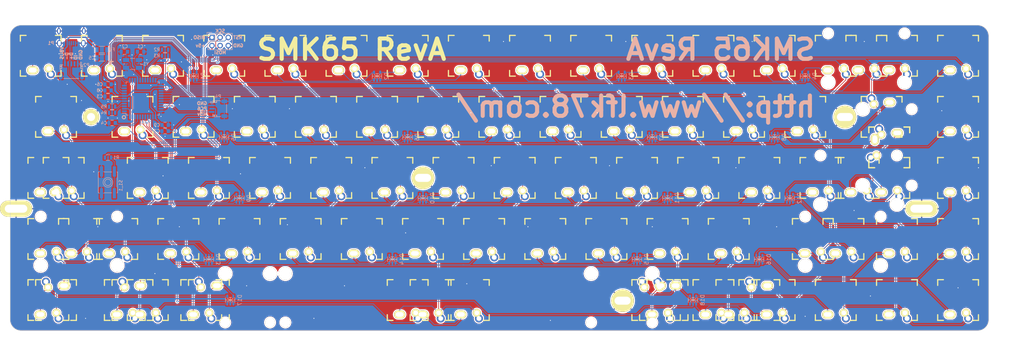
<source format=kicad_pcb>
(kicad_pcb (version 20221018) (generator pcbnew)
  (title_block (title "SMK65") (date "2017-07-20") (rev "1.0"))
  (layers (0 "F.Cu" signal "Front") (31 "B.Cu" signal "Back") (34 "B.Paste" user) (35 "F.Paste" user) (36 "B.SilkS" user "B.Silkscreen") (37 "F.SilkS" user "F.Silkscreen") (38 "B.Mask" user) (39 "F.Mask" user) (44 "Edge.Cuts" user))
  (net 0 "")
  (net 1 "GND")
  (net 2 "N$1")
  (net 3 "N$2")
  (net 4 "N$8")
  (net 5 "N$9")
  (net 6 "+5v")
  (net 7 "R1")
  (net 8 "Matrix-S20-D5-5")
  (net 9 "Matrix-S17-D5-1")
  (net 10 "R2")
  (net 11 "Matrix-S19-D5-4")
  (net 12 "Matrix-S18-D5-3")
  (net 13 "R3")
  (net 14 "R4")
  (net 15 "R5")
  (net 16 "Matrix-S63-D17-3")
  (net 17 "Matrix-S69-D18-5")
  (net 18 "VBUS")
  (net 19 "USB-")
  (net 20 "LED_SCL")
  (net 21 "LED_SDA")
  (net 22 "D-")
  (net 23 "D+")
  (net 24 "USB+")
  (net 25 "C1")
  (net 26 "RESET")
  (net 27 "C2")
  (net 28 "C3")
  (net 29 "C4")
  (net 30 "C5")
  (net 31 "C6")
  (net 32 "C7")
  (net 33 "C8")
  (net 34 "C9")
  (net 35 "C10")
  (net 36 "C11")
  (net 37 "C12")
  (net 38 "C13")
  (net 39 "C14")
  (net 40 "C15")
  (net 41 "C16")
  (net 42 "Matrix-S4-D1-1")
  (net 43 "Matrix-S3-D1-3")
  (net 44 "Matrix-S1-D1-5")
  (net 45 "Matrix-S2-D1-4")
  (net 46 "Matrix-S7-D2-5")
  (net 47 "Matrix-S8-D2-1")
  (net 48 "Matrix-S6-D2-4")
  (net 49 "Matrix-S5-D2-3")
  (net 50 "Matrix-S11-D3-5")
  (net 51 "Matrix-S12-D3-1")
  (net 52 "Matrix-S10-D3-4")
  (net 53 "Matrix-S9-D3-3")
  (net 54 "Matrix-S13-D4-3")
  (net 55 "Matrix-S15-D4-5")
  (net 56 "Matrix-S16-D4-1")
  (net 57 "Matrix-S14-D4-4")
  (net 58 "Matrix-S23-D6-5")
  (net 59 "Matrix-S24-D6-1")
  (net 60 "Matrix-S22-D6-4")
  (net 61 "Matrix-S21-D6-3")
  (net 62 "Matrix-S27-D7-5")
  (net 63 "Matrix-S28-D7-1")
  (net 64 "Matrix-S26-D7-4")
  (net 65 "Matrix-S25-D7-3")
  (net 66 "Matrix-S30-D8-5")
  (net 67 "Matrix-S31-D8-1")
  (net 68 "Matrix-S29-D8-4")
  (net 69 "Matrix-S34-D9-5")
  (net 70 "Matrix-S35-D9-1")
  (net 71 "Matrix-S33-D9-4")
  (net 72 "Matrix-S32-D9-3")
  (net 73 "Matrix-S38-D10-5")
  (net 74 "Matrix-S39-D10-1")
  (net 75 "Matrix-S37-D10-4")
  (net 76 "Matrix-S36-D10-3")
  (net 77 "Matrix-S42-D11-5")
  (net 78 "Matrix-S43-D11-1")
  (net 79 "Matrix-S41-D11-4")
  (net 80 "Matrix-S40-D11-3")
  (net 81 "Matrix-S44-D12-5")
  (net 82 "Matrix-S45-D12-4")
  (net 83 "Matrix-S50-D13-1")
  (net 84 "Matrix-S48-D13-4")
  (net 85 "Matrix-S53-D14-5")
  (net 86 "Matrix-S54-D14-1")
  (net 87 "Matrix-S52-D14-4")
  (net 88 "Matrix-S51-D14-3")
  (net 89 "Matrix-S57-D15-5")
  (net 90 "Matrix-S58-D15-1")
  (net 91 "Matrix-S56-D15-4")
  (net 92 "Matrix-S55-D15-3")
  (net 93 "Matrix-S47-D13-5")
  (net 94 "Matrix-S49-D13-3")
  (net 95 "Matrix-S71-D16-1")
  (net 96 "Matrix-S70-D12-1")
  (net 97 "Matrix-S46-D12-3")
  (net 98 "Matrix-S60-D16-5")
  (net 99 "Matrix-S59-D16-4")
  (net 100 "Matrix-S61-D16-3")
  (net 101 "Matrix-S67-D18-1")
  (net 102 "Matrix-S66-D18-4")
  (net 103 "Matrix-S68-D18-3")
  (net 104 "Matrix-S64-D17-5")
  (net 105 "Matrix-S65-D17-1")
  (net 106 "Matrix-S62-D17-4")
  (net 107 "N$34")
  (footprint "Keyboard:SMK-Alps" (layer "F.Cu") (at 76.2 38.1 180)
    (fp_text reference "S3" hide)
    (fp_text value "MX_LED" hide)
  )
  (footprint "Keyboard:SMK-Alps" (layer "F.Cu") (at 95.25 38.1 180)
    (fp_text reference "S4" hide)
    (fp_text value "MX_LED" hide)
  )
  (footprint "Keyboard:SMK-Alps" (layer "F.Cu") (at 114.3 38.1 180)
    (fp_text reference "S5" hide)
    (fp_text value "MX_LED" hide)
  )
  (footprint "Keyboard:SMK-Alps" (layer "F.Cu") (at 133.35 38.1 180)
    (fp_text reference "S6" hide)
    (fp_text value "MX_LED" hide)
  )
  (footprint "Keyboard:SMK-Alps" (layer "F.Cu") (at 152.4 38.1 180)
    (fp_text reference "S7" hide)
    (fp_text value "MX_LED" hide)
  )
  (footprint "Keyboard:SMK-Alps" (layer "F.Cu") (at 171.45 38.1 180)
    (fp_text reference "S8" hide)
    (fp_text value "MX_LED" hide)
  )
  (footprint "Keyboard:SMK-Alps" (layer "F.Cu") (at 190.5 38.1 180)
    (fp_text reference "S9" hide)
    (fp_text value "MX_LED" hide)
  )
  (footprint "Keyboard:SMK-Alps" (layer "F.Cu") (at 209.55 38.1 180)
    (fp_text reference "S10" hide)
    (fp_text value "MX_LED" hide)
  )
  (footprint "Keyboard:SMK-Alps" (layer "F.Cu") (at 228.6 38.1 180)
    (fp_text reference "S11" hide)
    (fp_text value "MX_LED" hide)
  )
  (footprint "Keyboard:SMK-Alps" (layer "F.Cu") (at 247.65 38.1 180)
    (fp_text reference "S12" hide)
    (fp_text value "MX_LED" hide)
  )
  (footprint "Keyboard:SMK-Alps" (layer "F.Cu") (at 304.8 38.1 180)
    (fp_text reference "S15" hide)
    (fp_text value "MX_LED" hide)
  )
  (footprint "Keyboard:SMK-Alps" (layer "F.Cu") (at 66.675 57.15 180)
    (fp_text reference "S18" hide)
    (fp_text value "MX_LED" hide)
  )
  (footprint "Keyboard:SMK-Alps" (layer "F.Cu") (at 85.725 57.15 180)
    (fp_text reference "S19" hide)
    (fp_text value "MX_LED" hide)
  )
  (footprint "Keyboard:SMK-Alps" (layer "F.Cu") (at 104.775 57.15 180)
    (fp_text reference "S20" hide)
    (fp_text value "MX_LED" hide)
  )
  (footprint "Keyboard:SMK-Alps" (layer "F.Cu") (at 123.825 57.15 180)
    (fp_text reference "S21" hide)
    (fp_text value "MX_LED" hide)
  )
  (footprint "Keyboard:SMK-Alps" (layer "F.Cu") (at 142.875 57.15 180)
    (fp_text reference "S22" hide)
    (fp_text value "MX_LED" hide)
  )
  (footprint "Keyboard:SMK-Alps" (layer "F.Cu") (at 161.925 57.15 180)
    (fp_text reference "S23" hide)
    (fp_text value "MX_LED" hide)
  )
  (footprint "Keyboard:SMK-Alps" (layer "F.Cu") (at 180.975 57.15 180)
    (fp_text reference "S24" hide)
    (fp_text value "MX_LED" hide)
  )
  (footprint "Keyboard:SMK-Alps" (layer "F.Cu") (at 200.025 57.15 180)
    (fp_text reference "S25" hide)
    (fp_text value "MX_LED" hide)
  )
  (footprint "Keyboard:SMK-Alps" (layer "F.Cu") (at 219.075 57.15 180)
    (fp_text reference "S26" hide)
    (fp_text value "MX_LED" hide)
  )
  (footprint "Keyboard:SMK-Alps" (layer "F.Cu") (at 238.125 57.15 180)
    (fp_text reference "S27" hide)
    (fp_text value "MX_LED" hide)
  )
  (footprint "Keyboard:SMK-Alps" (layer "F.Cu") (at 257.175 57.15 180)
    (fp_text reference "S28" hide)
    (fp_text value "MX_LED" hide)
  )
  (footprint "Keyboard:SMK-Alps" (layer "F.Cu") (at 276.225 57.15 180)
    (fp_text reference "S29" hide)
    (fp_text value "MX_LED" hide)
  )
  (footprint "Keyboard:SMK-Alps" (layer "F.Cu") (at 323.85 57.15 180)
    (fp_text reference "S31" hide)
    (fp_text value "MX_LED" hide)
  )
  (footprint "Keyboard:SMK-Alps" (layer "F.Cu") (at 45.2438 76.2 180)
    (fp_text reference "S32" hide)
    (fp_text value "MX_LED" hide)
  )
  (footprint "Keyboard:SMK-Alps" (layer "F.Cu") (at 71.4375 76.2 180)
    (fp_text reference "S33" hide)
    (fp_text value "MX_LED" hide)
  )
  (footprint "Keyboard:SMK-Alps" (layer "F.Cu") (at 90.487 76.2 180)
    (fp_text reference "S34" hide)
    (fp_text value "MX_LED" hide)
  )
  (footprint "Keyboard:SMK-Alps" (layer "F.Cu") (at 128.587 76.2 180)
    (fp_text reference "S36" hide)
    (fp_text value "MX_LED" hide)
  )
  (footprint "Keyboard:SMK-Alps" (layer "F.Cu") (at 147.637 76.2 180)
    (fp_text reference "S37" hide)
    (fp_text value "MX_LED" hide)
  )
  (footprint "Keyboard:SMK-Alps" (layer "F.Cu") (at 166.687 76.2 180)
    (fp_text reference "S38" hide)
    (fp_text value "MX_LED" hide)
  )
  (footprint "Keyboard:SMK-Alps" (layer "F.Cu") (at 185.737 76.2 180)
    (fp_text reference "S39" hide)
    (fp_text value "MX_LED" hide)
  )
  (footprint "Keyboard:SMK-Alps" (layer "F.Cu") (at 204.787 76.2 180)
    (fp_text reference "S40" hide)
    (fp_text value "MX_LED" hide)
  )
  (footprint "Keyboard:SMK-Alps" (layer "F.Cu") (at 223.837 76.2 180)
    (fp_text reference "S41" hide)
    (fp_text value "MX_LED" hide)
  )
  (footprint "Keyboard:SMK-Alps" (layer "F.Cu") (at 242.887 76.2 180)
    (fp_text reference "S42" hide)
    (fp_text value "MX_LED" hide)
  )
  (footprint "Keyboard:SMK-Alps" (layer "F.Cu") (at 261.937 76.2 180)
    (fp_text reference "S43" hide)
    (fp_text value "MX_LED" hide)
  )
  (footprint "Keyboard:SMK-Alps" (layer "F.Cu") (at 323.85 76.2 180)
    (fp_text reference "S46" hide)
    (fp_text value "MX_LED" hide)
  )
  (footprint "Keyboard:SMK-Alps" (layer "F.Cu") (at 40.4812 95.25 180)
    (fp_text reference "S47" hide)
    (fp_text value "MX_LED" hide)
  )
  (footprint "Keyboard:SMK-Alps" (layer "F.Cu") (at 61.9125 95.25 180)
    (fp_text reference "S48" hide)
    (fp_text value "MX_LED" hide)
  )
  (footprint "Keyboard:SMK-Alps" (layer "F.Cu") (at 80.963 95.25 180)
    (fp_text reference "S49" hide)
    (fp_text value "MX_LED" hide)
  )
  (footprint "Keyboard:SMK-Alps" (layer "F.Cu") (at 100.013 95.25 180)
    (fp_text reference "S50" hide)
    (fp_text value "MX_LED" hide)
  )
  (footprint "Keyboard:SMK-Alps" (layer "F.Cu") (at 119.063 95.25 180)
    (fp_text reference "S51" hide)
    (fp_text value "MX_LED" hide)
  )
  (footprint "Keyboard:SMK-Alps" (layer "F.Cu") (at 138.113 95.25 180)
    (fp_text reference "S52" hide)
    (fp_text value "MX_LED" hide)
  )
  (footprint "Keyboard:SMK-Alps" (layer "F.Cu") (at 157.163 95.25 180)
    (fp_text reference "S53" hide)
    (fp_text value "MX_LED" hide)
  )
  (footprint "Keyboard:SMK-Alps" (layer "F.Cu") (at 176.213 95.25 180)
    (fp_text reference "S54" hide)
    (fp_text value "MX_LED" hide)
  )
  (footprint "Keyboard:SMK-Alps" (layer "F.Cu") (at 195.263 95.25 180)
    (fp_text reference "S55" hide)
    (fp_text value "MX_LED" hide)
  )
  (footprint "Keyboard:SMK-Alps" (layer "F.Cu") (at 214.313 95.25 180)
    (fp_text reference "S56" hide)
    (fp_text value "MX_LED" hide)
  )
  (footprint "Keyboard:SMK-Alps" (layer "F.Cu") (at 233.363 95.25 180)
    (fp_text reference "S57" hide)
    (fp_text value "MX_LED" hide)
  )
  (footprint "Keyboard:SMK-Alps" (layer "F.Cu") (at 252.413 95.25 180)
    (fp_text reference "S58" hide)
    (fp_text value "MX_LED" hide)
  )
  (footprint "Keyboard:SMK-Alps" (layer "F.Cu") (at 304.8 95.25 180)
    (fp_text reference "S60" hide)
    (fp_text value "MX_LED" hide)
  )
  (footprint "Keyboard:SMK-Alps" (layer "F.Cu") (at 323.85 95.25 180)
    (fp_text reference "S61" hide)
    (fp_text value "MX_LED" hide)
  )
  (footprint "Keyboard:SMK-Alps" (layer "F.Cu") (at 38.1 38.1 180)
    (fp_text reference "S1" hide)
    (fp_text value "MX_LED" hide)
  )
  (footprint "Keyboard:SMK-Alps" (layer "F.Cu") (at 285.75 38.1 180)
    (fp_text reference "S14" hide)
    (fp_text value "MX_LED" hide)
  )
  (footprint "Keyboard:SMK-Alps" (layer "F.Cu") (at 266.7 38.1 180)
    (fp_text reference "S13" hide)
    (fp_text value "MX_LED" hide)
  )
  (footprint "Keyboard:SMK-Alps" (layer "F.Cu") (at 323.85 38.1 180)
    (fp_text reference "S16" hide)
    (fp_text value "MX_LED" hide)
  )
  (footprint "Keyboard:SMK-Alps" (layer "F.Cu") (at 109.537 76.2 180)
    (fp_text reference "S35" hide)
    (fp_text value "MX_LED" hide)
  )
  (footprint "Keyboard:SMK-Alps" (layer "F.Cu") (at 280.987 76.2 180)
    (fp_text reference "S44" hide)
    (fp_text value "MX_LED" hide)
  )
  (footprint "Keyboard:SMK-Alps" (layer "F.Cu") (at 159.544 114.3 180)
    (fp_text reference "S65" hide)
    (fp_text value "MX_LED" hide)
  )
  (footprint "Keyboard:SMK-Alps" (layer "F.Cu") (at 247.65 114.3 180)
    (fp_text reference "S67" hide)
    (fp_text value "MX_LED" hide)
  )
  (footprint "Keyboard:SMK-Alps" (layer "F.Cu") (at 285.75 114.3 180)
    (fp_text reference "S69" hide)
    (fp_text value "MX_LED" hide)
  )
  (footprint "Keyboard:SMK-Alps" (layer "F.Cu") (at 304.8 114.3 180)
    (fp_text reference "S70" hide)
    (fp_text value "MX_LED" hide)
  )
  (footprint "Keyboard:SMK-Alps" (layer "F.Cu") (at 323.85 114.3 180)
    (fp_text reference "S71" hide)
    (fp_text value "MX_LED" hide)
  )
  (footprint "Keyboard:SMK-Alps" (layer "F.Cu") (at 40.4812 114.3 180)
    (fp_text reference "S62" hide)
    (fp_text value "MX_LED" hide)
  )
  (footprint "lib.pretty:STAB" (layer "F.Cu") (at 307.181 38.1)
    (fp_text reference "STAB2" hide)
    (fp_text value "STAB" hide)
  )
  (footprint "lib.pretty:STAB" (layer "F.Cu") (at 283.369 38.1)
    (fp_text reference "STAB1" hide)
    (fp_text value "STAB" hide)
  )
  (footprint "lib.pretty:STAB" (layer "F.Cu") (at 61.9125 95.25)
    (fp_text reference "STAB8" hide)
    (fp_text value "STAB" hide)
  )
  (footprint "lib.pretty:STAB" (layer "F.Cu") (at 38.1 95.25)
    (fp_text reference "STAB7" hide)
    (fp_text value "STAB" hide)
  )
  (footprint "lib.pretty:STAB" (layer "F.Cu") (at 276.225 95.25)
    (fp_text reference "STAB9" hide)
    (fp_text value "STAB" hide)
  )
  (footprint "lib.pretty:STAB" (layer "F.Cu") (at 299.72 95.25)
    (fp_text reference "STAB10" hide)
    (fp_text value "STAB" hide)
  )
  (footprint "lib.pretty:STAB" (layer "F.Cu") (at 228.6 114.3 180)
    (fp_text reference "STAB15" hide)
    (fp_text value "STAB" hide)
  )
  (footprint "lib.pretty:STAB" (layer "F.Cu") (at 114.3 114.3 180)
    (fp_text reference "STAB13" hide)
    (fp_text value "STAB" hide)
  )
  (footprint "lib.pretty:STAB" (layer "F.Cu") (at 95.567 114.3 180)
    (fp_text reference "STAB11" hide)
    (fp_text value "STAB" hide)
  )
  (footprint "lib.pretty:STAB" (layer "F.Cu") (at 302.419 78.581 -90)
    (fp_text reference "STAB4" hide)
    (fp_text value "STAB" hide)
  )
  (footprint "lib.pretty:STAB" (layer "F.Cu") (at 280.987 76.2)
    (fp_text reference "STAB5" hide)
    (fp_text value "STAB" hide)
  )
  (footprint "lib.pretty:STAB" (layer "F.Cu") (at 304.8 76.2)
    (fp_text reference "STAB6" hide)
    (fp_text value "STAB" hide)
  )
  (footprint "lib.pretty:STAB" (layer "F.Cu") (at 302.419 54.769 -90)
    (fp_text reference "STAB3" hide)
    (fp_text value "STAB" hide)
  )
  (footprint "lib.pretty:STAB" (layer "F.Cu") (at 209.55 114.3 180)
    (fp_text reference "STAB14" hide)
    (fp_text value "STAB" hide)
  )
  (footprint "lib.pretty:STAB" (layer "F.Cu") (at 109.537 114.3 180)
    (fp_text reference "STAB12" hide)
    (fp_text value "STAB" hide)
  )
  (footprint "Keyboard:SMK-Alps" (layer "F.Cu") (at 64.2938 114.3 180)
    (fp_text reference "S63" hide)
    (fp_text value "MX_LED" hide)
  )
  (footprint "Keyboard:SMK-Alps" (layer "F.Cu") (at 88.106 114.3 180)
    (fp_text reference "S64" hide)
    (fp_text value "MX_LED" hide)
  )
  (footprint "Keyboard:SMK-Alps" (layer "F.Cu") (at 228.6 114.3)
    (fp_text reference "S66" hide)
    (fp_text value "MX_LED" hide)
  )
  (footprint "Keyboard:SMK-Alps" (layer "F.Cu") (at 278.606 95.25 180)
    (fp_text reference "S59" hide)
    (fp_text value "MX_LED" hide)
  )
  (footprint "Keyboard:SMK-Alps" (layer "F.Cu") (at 266.7 114.3 180)
    (fp_text reference "S68" hide)
    (fp_text value "MX_LED" hide)
  )
  (footprint "Keyboard:SMK-Alps" (layer "F.Cu") (at 57.15 38.1 180)
    (fp_text reference "S2" hide)
    (fp_text value "MX_LED" hide)
  )
  (footprint "Keyboard:SMK-Alps" (layer "F.Cu") (at 300.037 57.15)
    (fp_text reference "S30" hide)
    (fp_text value "MX_LED" hide)
  )
  (footprint "Keyboard:SMK-Alps" (layer "F.Cu") (at 42.8625 57.15 180)
    (fp_text reference "S17" hide)
    (fp_text value "MX_LED" hide)
  )
  (footprint "Keyboard:SMK-Alps" (layer "F.Cu") (at 302.419 76.2 180)
    (fp_text reference "S45" hide)
    (fp_text value "MX_LED" hide)
  )
  (footprint "Keyboard:SMK-Alps" (layer "F.Cu") (at 295.275 38.1 180)
    (fp_text reference "S115" hide)
    (fp_text value "MX_LED" hide)
  )
  (footprint "Keyboard:SMK-Alps" (layer "F.Cu") (at 292.894 76.2 180)
    (fp_text reference "S145" hide)
    (fp_text value "MX_LED" hide)
  )
  (footprint "Keyboard:SMK-Alps" (layer "F.Cu") (at 50.0062 95.25 180)
    (fp_text reference "S147" hide)
    (fp_text value "MX_LED" hide)
  )
  (footprint "Keyboard:SMK-Alps" (layer "F.Cu") (at 288.131 95.25 180)
    (fp_text reference "S159" hide)
    (fp_text value "MX_LED" hide)
  )
  (footprint "Keyboard:SMK-Alps" (layer "F.Cu") (at 42.8625 114.3)
    (fp_text reference "S162" hide)
    (fp_text value "MX_LED" hide)
  )
  (footprint "Keyboard:SMK-Alps" (layer "F.Cu") (at 66.675 114.3)
    (fp_text reference "S163" hide)
    (fp_text value "MX_LED" hide)
  )
  (footprint "Keyboard:SMK-Alps" (layer "F.Cu") (at 90.487 114.3)
    (fp_text reference "S164" hide)
    (fp_text value "MX_LED" hide)
  )
  (footprint "Keyboard:SMK-Alps" (layer "F.Cu") (at 152.4 114.3 180)
    (fp_text reference "S165" hide)
    (fp_text value "MX_LED" hide)
  )
  (footprint "Keyboard:SMK-Alps" (layer "F.Cu") (at 230.981 114.3 180)
    (fp_text reference "S166" hide)
    (fp_text value "MX_LED" hide)
  )
  (footprint "Keyboard:SMK-Alps" (layer "F.Cu") (at 254.794 114.3 180)
    (fp_text reference "S167" hide)
    (fp_text value "MX_LED" hide)
  )
  (footprint "Keyboard:SMK-Alps" (layer "F.Cu") (at 261.937 114.3)
    (fp_text reference "S168" hide)
    (fp_text value "MX_LED" hide)
  )
  (footprint "Keyboard:SMK-Alps" (layer "F.Cu") (at 302.419 66.675 90)
    (fp_text reference "S245" hide)
    (fp_text value "MX_LED" hide)
  )
  (footprint "Keyboard:SMK-Alps" (layer "F.Cu") (at 71.4375 114.3 180)
    (fp_text reference "S263" hide)
    (fp_text value "MX_LED" hide)
  )
  (footprint "Keyboard:SMK-Alps" (layer "F.Cu") (at 171.45 114.3 180)
    (fp_text reference "S265" hide)
    (fp_text value "MX_LED" hide)
  )
  (footprint "Keyboard:SMK-Alps" (layer "F.Cu") (at 233.363 114.3)
    (fp_text reference "S266" hide)
    (fp_text value "MX_LED" hide)
  )
  (footprint "lib.pretty:PKRH" (layer "F.Cu") (at 157.1665 76.201)
    (fp_text reference "MH1" hide)
    (fp_text value "MOUNT_HOLE" hide)
  )
  (footprint "lib.pretty:PKRH" (layer "F.Cu") (at 219.3515 114.501)
    (fp_text reference "MH2" hide)
    (fp_text value "MOUNT_HOLE" hide)
  )
  (footprint "lib.pretty:PKRH" (layer "F.Cu") (at 288.6025 57.2008)
    (fp_text reference "MH3" hide)
    (fp_text value "MOUNT_HOLE" hide)
  )
  (footprint "lib.pretty:PKRHC" (layer "F.Cu") (at 53.7718 57.2008)
    (fp_text reference "MH4" hide)
    (fp_text value "MOUNT_HOLE" hide)
  )
  (footprint "lib.pretty:PKRHSL" (layer "F.Cu") (at 30.4114 85.801)
    (fp_text reference "MH5" hide)
    (fp_text value "MOUNT_HOLE" hide)
  )
  (footprint "lib.pretty:PKRHSL" (layer "F.Cu") (at 312.4935 85.801)
    (fp_text reference "MH6" hide)
    (fp_text value "MOUNT_HOLE" hide)
  )
  (footprint "Keyboard:SMK-Alps" (layer "F.Cu") (at 40.4813 76.2 180)
    (fp_text reference "S132" hide)
    (fp_text value "MX_LED" hide)
  )
  (footprint "Keyboard:SMK-Alps" (layer "F.Cu") (at 302.419 66.675)
    (fp_text reference "S345" hide)
    (fp_text value "MX_LED" hide)
  )
  (footprint "Keyboard:GNDVia-wRing" (layer "F.Cu") (at 81.915 40.005)
    (fp_text reference "REF**" hide)
    (fp_text value "GND Via" hide)
  )
  (footprint "Keyboard:GNDVia-wRing" (layer "F.Cu") (at 75.565 39.624)
    (fp_text reference "REF**" hide)
    (fp_text value "GND Via" hide)
  )
  (footprint "Keyboard:GNDVia-wRing" (layer "F.Cu") (at 81.28 53.34)
    (fp_text reference "REF**" hide)
    (fp_text value "GND Via" hide)
  )
  (footprint "Keyboard:GNDVia-wRing" (layer "F.Cu") (at 97.79 54.61)
    (fp_text reference "REF**" hide)
    (fp_text value "GND Via" hide)
  )
  (footprint "Keyboard:GNDVia-wRing" (layer "F.Cu") (at 88.011 51.689)
    (fp_text reference "REF**" hide)
    (fp_text value "GND Via" hide)
  )
  (footprint "Keyboard:GNDVia-wRing" (layer "F.Cu") (at 91.694 37.846)
    (fp_text reference "REF**" hide)
    (fp_text value "GND Via" hide)
  )
  (footprint "Keyboard:GNDVia-wRing" (layer "F.Cu") (at 85.09 33.02)
    (fp_text reference "REF**" hide)
    (fp_text value "GND Via" hide)
  )
  (footprint "Keyboard:GNDVia-wRing" (layer "F.Cu") (at 48.895 37.465)
    (fp_text reference "REF**" hide)
    (fp_text value "GND Via" hide)
  )
  (footprint "Keyboard:GNDVia-wRing" (layer "F.Cu") (at 43.815 37.465)
    (fp_text reference "REF**" hide)
    (fp_text value "GND Via" hide)
  )
  (footprint "Keyboard:GNDVia-wRing" (layer "F.Cu") (at 46.355 46.99)
    (fp_text reference "REF**" hide)
    (fp_text value "GND Via" hide)
  )
  (footprint "Keyboard:GNDVia-wRing" (layer "F.Cu") (at 50.8 52.07)
    (fp_text reference "REF**" hide)
    (fp_text value "GND Via" hide)
  )
  (footprint "Keyboard:GNDVia-wRing" (layer "F.Cu") (at 54.61 74.295)
    (fp_text reference "REF**" hide)
    (fp_text value "GND Via" hide)
  )
  (footprint "Keyboard:GNDVia-wRing" (layer "F.Cu") (at 55.88 91.44)
    (fp_text reference "REF**" hide)
    (fp_text value "GND Via" hide)
  )
  (footprint "Keyboard:GNDVia-wRing" (layer "F.Cu") (at 73.66 106.045)
    (fp_text reference "REF**" hide)
    (fp_text value "GND Via" hide)
  )
  (footprint "Keyboard:GNDVia-wRing" (layer "F.Cu") (at 76.2 75.565)
    (fp_text reference "REF**" hide)
    (fp_text value "GND Via" hide)
  )
  (footprint "Keyboard:GNDVia-wRing" (layer "F.Cu") (at 100.33 74.93)
    (fp_text reference "REF**" hide)
    (fp_text value "GND Via" hide)
  )
  (footprint "Keyboard:GNDVia-wRing" (layer "F.Cu") (at 102.235 109.855)
    (fp_text reference "REF**" hide)
    (fp_text value "GND Via" hide)
  )
  (footprint "Keyboard:GNDVia-wRing" (layer "F.Cu") (at 123.19 120.015)
    (fp_text reference "REF**" hide)
    (fp_text value "GND Via" hide)
  )
  (footprint "Keyboard:GNDVia-wRing" (layer "F.Cu") (at 52.07 120.015)
    (fp_text reference "REF**" hide)
    (fp_text value "GND Via" hide)
  )
  (footprint "Keyboard:GNDVia-wRing" (layer "F.Cu") (at 114.935 90.805)
    (fp_text reference "REF**" hide)
    (fp_text value "GND Via" hide)
  )
  (footprint "Keyboard:GNDVia-wRing" (layer "F.Cu") (at 115.57 54.61)
    (fp_text reference "REF**" hide)
    (fp_text value "GND Via" hide)
  )
  (footprint "Keyboard:GNDVia-wRing" (layer "F.Cu") (at 143.51 33.02)
    (fp_text reference "REF**" hide)
    (fp_text value "GND Via" hide)
  )
  (footprint "Keyboard:GNDVia-wRing" (layer "F.Cu") (at 139.065 73.025)
    (fp_text reference "REF**" hide)
    (fp_text value "GND Via" hide)
  )
  (footprint "Keyboard:GNDVia-wRing" (layer "F.Cu") (at 132.715 109.855)
    (fp_text reference "REF**" hide)
    (fp_text value "GND Via" hide)
  )
  (footprint "Keyboard:GNDVia-wRing" (layer "F.Cu") (at 170.815 109.22)
    (fp_text reference "REF**" hide)
    (fp_text value "GND Via" hide)
  )
  (footprint "Keyboard:GNDVia-wRing" (layer "F.Cu") (at 189.865 91.44)
    (fp_text reference "REF**" hide)
    (fp_text value "GND Via" hide)
  )
  (footprint "Keyboard:GNDVia-wRing" (layer "F.Cu") (at 151.765 93.345)
    (fp_text reference "REF**" hide)
    (fp_text value "GND Via" hide)
  )
  (footprint "Keyboard:GNDVia-wRing" (layer "F.Cu") (at 172.085 55.88)
    (fp_text reference "REF**" hide)
    (fp_text value "GND Via" hide)
  )
  (footprint "Keyboard:GNDVia-wRing" (layer "F.Cu") (at 211.455 55.88)
    (fp_text reference "REF**" hide)
    (fp_text value "GND Via" hide)
  )
  (footprint "Keyboard:GNDVia-wRing" (layer "F.Cu") (at 248.92 55.88)
    (fp_text reference "REF**" hide)
    (fp_text value "GND Via" hide)
  )
  (footprint "Keyboard:GNDVia-wRing" (layer "F.Cu") (at 318.77 55.245)
    (fp_text reference "REF**" hide)
    (fp_text value "GND Via" hide)
  )
  (footprint "Keyboard:GNDVia-wRing" (layer "F.Cu") (at 294.64 33.655)
    (fp_text reference "REF**" hide)
    (fp_text value "GND Via" hide)
  )
  (footprint "Keyboard:GNDVia-wRing" (layer "F.Cu") (at 259.715 33.655)
    (fp_text reference "REF**" hide)
    (fp_text value "GND Via" hide)
  )
  (footprint "Keyboard:GNDVia-wRing" (layer "F.Cu") (at 220.345 33.655)
    (fp_text reference "REF**" hide)
    (fp_text value "GND Via" hide)
  )
  (footprint "Keyboard:GNDVia-wRing" (layer "F.Cu") (at 182.245 33.655)
    (fp_text reference "REF**" hide)
    (fp_text value "GND Via" hide)
  )
  (footprint "Keyboard:GNDVia-wRing" (layer "F.Cu") (at 228.6 91.44)
    (fp_text reference "REF**" hide)
    (fp_text value "GND Via" hide)
  )
  (footprint "Keyboard:GNDVia-wRing" (layer "F.Cu") (at 267.335 91.44)
    (fp_text reference "REF**" hide)
    (fp_text value "GND Via" hide)
  )
  (footprint "Keyboard:GNDVia-wRing" (layer "F.Cu") (at 296.545 113.03)
    (fp_text reference "REF**" hide)
    (fp_text value "GND Via" hide)
  )
  (footprint "Keyboard:GNDVia-wRing" (layer "F.Cu") (at 291.465 86.36)
    (fp_text reference "REF**" hide)
    (fp_text value "GND Via" hide)
  )
  (footprint "Keyboard:GNDVia-wRing" (layer "F.Cu") (at 254.635 73.025)
    (fp_text reference "REF**" hide)
    (fp_text value "GND Via" hide)
  )
  (footprint "Keyboard:GNDVia-wRing" (layer "F.Cu") (at 215.265 72.39)
    (fp_text reference "REF**" hide)
    (fp_text value "GND Via" hide)
  )
  (footprint "Keyboard:GNDVia-wRing" (layer "F.Cu") (at 178.435 72.39)
    (fp_text reference "REF**" hide)
    (fp_text value "GND Via" hide)
  )
  (footprint "Keyboard:GNDVia-wRing" (layer "F.Cu") (at 330.2 73.025)
    (fp_text reference "REF**" hide)
    (fp_text value "GND Via" hide)
  )
  (footprint "Keyboard:GNDVia-wRing" (layer "F.Cu") (at 323.85 110.49)
    (fp_text reference "REF**" hide)
    (fp_text value "GND Via" hide)
  )
  (footprint "Keyboard:GNDVia-wRing" (layer "F.Cu") (at 196.85 120.65)
    (fp_text reference "REF**" hide)
    (fp_text value "GND Via" hide)
  )
  (footprint "Keyboard:GNDVia-wRing" (layer "F.Cu") (at 276.225 119.38)
    (fp_text reference "REF**" hide)
    (fp_text value "GND Via" hide)
  )
  (footprint "Keyboard:GNDVia-wRing" (layer "F.Cu") (at 81.28 91.44)
    (fp_text reference "REF**" hide)
    (fp_text value "GND Via" hide)
  )
  (footprint "Keyboard:GNDVia-wRing" (layer "F.Cu") (at 55.245 46.99)
    (fp_text reference "REF**" hide)
    (fp_text value "GND Via" hide)
  )
  (footprint "Keyboard:GNDVia-wRing" (layer "F.Cu") (at 61.341 46.99)
    (fp_text reference "REF**" hide)
    (fp_text value "GND Via" hide)
  )
  (footprint "Keyboard:GNDVia-wRing" (layer "F.Cu") (at 56.515 48.895)
    (fp_text reference "REF**" hide)
    (fp_text value "GND Via" hide)
  )
  (footprint "Keyboard:GNDVia-wRing" (layer "F.Cu") (at 59.055 52.324)
    (fp_text reference "REF**" hide)
    (fp_text value "GND Via" hide)
  )
  (footprint "Keyboard:GNDVia-wRing" (layer "F.Cu") (at 61.976 52.324)
    (fp_text reference "REF**" hide)
    (fp_text value "GND Via" hide)
  )
  (footprint "Keyboard:GNDVia-wRing" (layer "F.Cu") (at 61.976 57.531)
    (fp_text reference "REF**" hide)
    (fp_text value "GND Via" hide)
  )
  (footprint "Keyboard:GNDVia-wRing" (layer "F.Cu") (at 59.055 57.531)
    (fp_text reference "REF**" hide)
    (fp_text value "GND Via" hide)
  )
  (footprint "Keyboard:GNDVia-wRing" (layer "F.Cu") (at 65.532 52.197)
    (fp_text reference "REF**" hide)
    (fp_text value "GND Via" hide)
  )
  (footprint "Keyboard:GNDVia-wRing" (layer "F.Cu") (at 71.755 55.372)
    (fp_text reference "REF**" hide)
    (fp_text value "GND Via" hide)
  )
  (footprint "Keyboard:GNDVia-wRing" (layer "F.Cu") (at 71.12 50.165)
    (fp_text reference "REF**" hide)
    (fp_text value "GND Via" hide)
  )
  (footprint "Keyboard:GNDVia-wRing" (layer "F.Cu") (at 73.66 50.165)
    (fp_text reference "REF**" hide)
    (fp_text value "GND Via" hide)
  )
  (footprint "Keyboard:GNDVia-wRing" (layer "F.Cu") (at 73.66 53.975)
    (fp_text reference "REF**" hide)
    (fp_text value "GND Via" hide)
  )
  (footprint "Keyboard:GNDVia-wRing" (layer "F.Cu") (at 72.39 47.371)
    (fp_text reference "REF**" hide)
    (fp_text value "GND Via" hide)
  )
  (footprint "Keyboard:GNDVia-wRing" (layer "F.Cu") (at 67.056 43.942)
    (fp_text reference "REF**" hide)
    (fp_text value "GND Via" hide)
  )
  (footprint "Keyboard:GNDVia-wRing" (layer "F.Cu") (at 62.865 39.37)
    (fp_text reference "REF**" hide)
    (fp_text value "GND Via" hide)
  )
  (footprint "Keyboard:GNDVia-wRing" (layer "F.Cu") (at 62.865 34.925)
    (fp_text reference "REF**" hide)
    (fp_text value "GND Via" hide)
  )
  (footprint "Keyboard:GNDVia-wRing" (layer "F.Cu") (at 70.485 34.925)
    (fp_text reference "REF**" hide)
    (fp_text value "GND Via" hide)
  )
  (footprint "Keyboard:GNDVia-wRing" (layer "F.Cu") (at 71.12 39.37)
    (fp_text reference "REF**" hide)
    (fp_text value "GND Via" hide)
  )
  (footprint "Keyboard:GNDVia-wRing" (layer "F.Cu") (at 70.231 43.18)
    (fp_text reference "REF**" hide)
    (fp_text value "GND Via" hide)
  )
  (footprint "Keyboard:GNDVia-wRing" (layer "F.Cu") (at 66.548 37.846)
    (fp_text reference "REF**" hide)
    (fp_text value "GND Via" hide)
  )
  (footprint "Keyboard:GNDVia-wRing" (layer "F.Cu") (at 64.008 44.323)
    (fp_text reference "REF**" hide)
    (fp_text value "GND Via" hide)
  )
  (footprint "Keyboard:GNDVia-wRing" (layer "F.Cu") (at 78.486 48.006)
    (fp_text reference "REF**" hide)
    (fp_text value "GND Via" hide)
  )
  (footprint "Keyboard:GNDVia-wRing" (layer "F.Cu") (at 75.565 57.023)
    (fp_text reference "REF**" hide)
    (fp_text value "GND Via" hide)
  )
  (footprint "Keyboard:GNDVia-wRing" (layer "F.Cu") (at 73.914 60.198)
    (fp_text reference "REF**" hide)
    (fp_text value "GND Via" hide)
  )
  (footprint "Keyboard:GNDVia-wRing" (layer "F.Cu") (at 76.835 63.246)
    (fp_text reference "REF**" hide)
    (fp_text value "GND Via" hide)
  )
  (footprint "Keyboard:GNDVia-wRing" (layer "F.Cu") (at 79.502 59.69)
    (fp_text reference "REF**" hide)
    (fp_text value "GND Via" hide)
  )
  (footprint "Keyboard:GNDVia-wRing" (layer "F.Cu") (at 57.912 45.466)
    (fp_text reference "REF**" hide)
    (fp_text value "GND Via" hide)
  )
  (footprint "lib.pretty:USB2_MICROB_WURTH" (layer "B.Cu") (at 47.625 28.575)
    (fp_text reference "P1")
    (fp_text value "USB_OTG" hide)
  )
  (footprint "Capacitors_SMD:C_0805" (layer "B.Cu") (at 69.215 36.83 180)
    (fp_text reference "C1")
    (fp_text value "18pF")
  )
  (footprint "Capacitors_SMD:C_0805" (layer "B.Cu") (at 64.135 36.83)
    (fp_text reference "C2")
    (fp_text value "18pF")
  )
  (footprint "Capacitors_SMD:C_0805" (layer "B.Cu") (at 59.055 50.8 180)
    (fp_text reference "C3")
    (fp_text value "0.1µF")
  )
  (footprint "Capacitors_SMD:C_0805" (layer "B.Cu") (at 60.325 59.055 180)
    (fp_text reference "C4")
    (fp_text value "1µF")
  )
  (footprint "Capacitors_SMD:C_1206" (layer "B.Cu") (at 57.15 38.735 180)
    (fp_text reference "C5")
    (fp_text value "4.7µF")
  )
  (footprint "Capacitors_SMD:C_0805" (layer "B.Cu") (at 59.055 46.99)
    (fp_text reference "C6")
    (fp_text value "0.1µF")
  )
  (footprint "Capacitors_SMD:C_0805" (layer "B.Cu") (at 76.835 61.595 180)
    (fp_text reference "C7")
    (fp_text value "0.1µF")
  )
  (footprint "Capacitors_SMD:C_0805" (layer "B.Cu") (at 59.055 48.895 180)
    (fp_text reference "C8")
    (fp_text value "0.1µF")
  )
  (footprint "Capacitors_SMD:C_0805" (layer "B.Cu") (at 76.835 59.69)
    (fp_text reference "C9")
    (fp_text value "0.1µF")
  )
  (footprint "Keyboard:SC-74A" (layer "B.Cu") (at 85.725 44.45 180)
    (fp_text reference "D1")
    (fp_text value "1SS309" hide)
  )
  (footprint "Keyboard:SC-74A" (layer "B.Cu") (at 142.875 44.45 180)
    (fp_text reference "D2")
    (fp_text value "1SS309" hide)
  )
  (footprint "Keyboard:SC-74A" (layer "B.Cu") (at 219.075 44.45 180)
    (fp_text reference "D3")
    (fp_text value "1SS309" hide)
  )
  (footprint "Keyboard:SC-74A" (layer "B.Cu") (at 276.225 44.45 180)
    (fp_text reference "D4")
    (fp_text value "1SS309" hide)
  )
  (footprint "Keyboard:SC-74A" (layer "B.Cu") (at 95.25 63.5 180)
    (fp_text reference "D5")
    (fp_text value "1SS309" hide)
  )
  (footprint "Keyboard:SC-74A" (layer "B.Cu") (at 152.4 63.5 180)
    (fp_text reference "D6")
    (fp_text value "1SS309" hide)
  )
  (footprint "Keyboard:SC-74A" (layer "B.Cu") (at 228.6 63.5 180)
    (fp_text reference "D7")
    (fp_text value "1SS309" hide)
  )
  (footprint "Keyboard:SC-74A" (layer "B.Cu") (at 266.7 63.5 180)
    (fp_text reference "D8")
    (fp_text value "1SS309" hide)
  )
  (footprint "Keyboard:SC-74A" (layer "B.Cu") (at 100.0125 82.55 180)
    (fp_text reference "D9")
    (fp_text value "1SS309" hide)
  )
  (footprint "Keyboard:SC-74A" (layer "B.Cu") (at 157.1625 82.55 180)
    (fp_text reference "D10")
    (fp_text value "1SS309" hide)
  )
  (footprint "Keyboard:SC-74A" (layer "B.Cu") (at 233.3625 82.55 180)
    (fp_text reference "D11")
    (fp_text value "1SS309" hide)
  )
  (footprint "Keyboard:SC-74A" (layer "B.Cu") (at 271.4625 82.55 180)
    (fp_text reference "D12")
    (fp_text value "1SS309" hide)
  )
  (footprint "Keyboard:SC-74A" (layer "B.Cu") (at 90.4875 101.6 180)
    (fp_text reference "D13")
    (fp_text value "1SS309" hide)
  )
  (footprint "Keyboard:SC-74A" (layer "B.Cu") (at 147.6375 101.6 180)
    (fp_text reference "D14")
    (fp_text value "1SS309" hide)
  )
  (footprint "Keyboard:SC-74A" (layer "B.Cu") (at 223.8375 101.6 180)
    (fp_text reference "D15")
    (fp_text value "1SS309" hide)
  )
  (footprint "Keyboard:SC-74A" (layer "B.Cu") (at 261.9375 101.6 180)
    (fp_text reference "D16")
    (fp_text value "1SS309" hide)
  )
  (footprint "Keyboard:SC-74A" (layer "B.Cu") (at 97.155 114.3 180)
    (fp_text reference "D17")
    (fp_text value "1SS309" hide)
  )
  (footprint "Capacitors_SMD:C_1206" (layer "B.Cu") (at 57.15 36.195)
    (fp_text reference "F1")
    (fp_text value "FP_Small")
  )
  (footprint "Resistors_SMD:R_0805" (layer "B.Cu") (at 59.055 69.85)
    (fp_text reference "R1")
    (fp_text value "10k")
  )
  (footprint "Resistors_SMD:R_0805" (layer "B.Cu") (at 76.835 36.195 180)
    (fp_text reference "R2")
    (fp_text value "4.7k")
  )
  (footprint "Resistors_SMD:R_0805" (layer "B.Cu") (at 76.835 38.1 180)
    (fp_text reference "R3")
    (fp_text value "4.7k")
  )
  (footprint "Resistors_SMD:R_0805" (layer "B.Cu") (at 60.325 55.88 180)
    (fp_text reference "R4")
    (fp_text value "22")
  )
  (footprint "Resistors_SMD:R_0805" (layer "B.Cu") (at 60.325 53.975 180)
    (fp_text reference "R5")
    (fp_text value "22")
  )
  (footprint "Buttons_Switches_SMD:SW_SPST_EVQP0" (layer "B.Cu") (at 59.0233 77.597 90)
    (fp_text reference "S1_1")
    (fp_text value "SW_PUSH")
  )
  (footprint "Housings_QFP:TQFP-44_10x10mm_Pitch0.8mm" (layer "B.Cu") (at 69.85 51.435)
    (fp_text reference "U1")
    (fp_text value "ATmega32U4-AU")
  )
  (footprint "Crystals:Crystal_SMD_5032_4Pads" (layer "B.Cu") (at 66.675 40.64 180)
    (fp_text reference "Y1")
    (fp_text value "CRYSTAL_SMD")
  )
  (footprint "Keyboard:SC-74A" (layer "B.Cu") (at 241.3 114.3 180)
    (fp_text reference "D18")
    (fp_text value "1SS309" hide)
  )
  (footprint "Connectors_JST:JST_SH_SM05B-SRSS-TB_05x1.00mm_Angled" (layer "B.Cu") (at 47.625 42.545 180)
    (fp_text reference "P2")
    (fp_text value "CONN_01X05")
  )
  (footprint "Connectors_JST:JST_SH_SM03B-SRSS-TB_03x1.00mm_Angled" (layer "B.Cu") (at 93.345 54.61 -90)
    (fp_text reference "P4")
    (fp_text value "CONN_01X03")
  )
  (footprint "Pin_Headers:Pin_Header_Straight_2x03" (layer "B.Cu") (at 91.44 32.385 -90)
    (fp_text reference "P3" hide)
    (fp_text value "CONN_02X03")
  )
  (gr_circle (center 64.008 57.277) (end 64.008 57.785) (stroke (width 0.3048)) (fill none) (layer "B.SilkS"))
  (gr_arc (start 28.575 32.004) (mid 29.579331 29.579331) (end 32.004 28.575) (stroke (width 0.127)) (layer "Edge.Cuts"))
  (gr_arc (start 333.375 120.396) (mid 332.370669 122.820669) (end 329.946 123.825) (stroke (width 0.127)) (layer "Edge.Cuts"))
  (gr_line (start 333.375 32.004) (end 333.375 120.396) (stroke (width 0.127)) (layer "Edge.Cuts"))
  (gr_line (start 28.575 120.396) (end 28.575 32.004) (stroke (width 0.127)) (layer "Edge.Cuts"))
  (gr_arc (start 32.004 123.825) (mid 29.579331 122.820669) (end 28.575 120.396) (stroke (width 0.127)) (layer "Edge.Cuts"))
  (gr_arc (start 329.946 28.575) (mid 332.370669 29.579331) (end 333.375 32.004) (stroke (width 0.127)) (layer "Edge.Cuts"))
  (gr_line (start 32.004 28.575) (end 329.946 28.575) (stroke (width 0.127)) (layer "Edge.Cuts"))
  (gr_line (start 329.946 123.825) (end 32.004 123.825) (stroke (width 0.127)) (layer "Edge.Cuts"))
  (gr_text "SMK65 RevA" (at 280.035 36.195) (layer "B.SilkS") (effects (font (size 6.35 6.35) (thickness 1.27)) (justify left mirror)))
  (gr_text "PC6" (at 90.043 54.61) (layer "B.SilkS") (effects (font (size 1.016 1.016) (thickness 0.254)) (justify left mirror)))
  (gr_text "+5v" (at 90.043 56.261) (layer "B.SilkS") (effects (font (size 1.016 1.016) (thickness 0.254)) (justify left mirror)))
  (gr_text "RST" (at 97.917 32.385) (layer "B.SilkS") (effects (font (size 1.016 1.016) (thickness 0.254)) (justify right mirror)))
  (gr_text "SCK" (at 93.98 30.353) (layer "B.SilkS") (effects (font (size 1.016 1.016) (thickness 0.254)) (justify mirror)))
  (gr_text "GND" (at 97.917 34.925) (layer "B.SilkS") (effects (font (size 1.016 1.016) (thickness 0.254)) (justify right mirror)))
  (gr_text "+5v" (at 89.535 34.925) (layer "B.SilkS") (effects (font (size 1.016 1.016) (thickness 0.254)) (justify left mirror)))
  (gr_text "MOSI" (at 93.98 37.084) (layer "B.SilkS") (effects (font (size 1.016 1.016) (thickness 0.254)) (justify mirror)))
  (gr_text "D-" (at 46.228 39.497 90) (layer "B.SilkS") (effects (font (size 1.016 1.016) (thickness 0.254)) (justify right mirror)))
  (gr_text "D+" (at 47.625 39.497 90) (layer "B.SilkS") (effects (font (size 1.016 1.016) (thickness 0.254)) (justify right mirror)))
  (gr_text "ID" (at 49.022 39.497 90) (layer "B.SilkS") (effects (font (size 1.016 1.016) (thickness 0.254)) (justify right mirror)))
  (gr_text "GND" (at 50.546 39.497 90) (layer "B.SilkS") (effects (font (size 1.016 1.016) (thickness 0.254)) (justify right mirror)))
  (gr_text "+" (at 60.071 39.751) (layer "B.SilkS") (effects (font (size 2.032 1.524) (thickness 0.381)) (justify mirror)))
  (gr_text "http://www.lfk78.com/" (at 280.035 53.975) (layer "B.SilkS") (effects (font (size 6.35 6.35) (thickness 1.27)) (justify left mirror)))
  (gr_text "GND" (at 90.043 52.959) (layer "B.SilkS") (effects (font (size 1.016 1.016) (thickness 0.254)) (justify left mirror)))
  (gr_text "VBUS" (at 44.704 39.37 90) (layer "B.SilkS") (effects (font (size 1.016 1.016) (thickness 0.254)) (justify right mirror)))
  (gr_text "MISO" (at 89.535 32.385) (layer "B.SilkS") (effects (font (size 1.016 1.016) (thickness 0.254)) (justify left mirror)))
  (gr_text "SMK65 RevA" (at 104.775 36.195) (layer "F.SilkS") (effects (font (size 6.35 6.35) (thickness 1.27)) (justify left)))
  (segment (start 65.760038 42.998) (end 63.135 40.372962) (width 0.508) (layer "B.Cu") (net 1))
  (segment (start 73.05 59.5132) (end 75.1318 61.595) (width 0.2032) (layer "B.Cu") (net 1))
  (segment (start 72.39 47.371) (end 73.879082 47.371) (width 0.3048) (layer "B.Cu") (net 1))
  (segment (start 60.042066 46.99) (end 58.518066 45.466) (width 0.2032) (layer "B.Cu") (net 1))
  (segment (start 73.66 54.5998) (end 74.4952 55.435) (width 0.3048) (layer "B.Cu") (net 1))
  (segment (start 58.518066 45.466) (end 58.336264 45.466) (width 0.2032) (layer "B.Cu") (net 1))
  (segment (start 74.4952 55.435) (end 75.55 55.435) (width 0.3048) (layer "B.Cu") (net 1))
  (segment (start 66.183 42.998) (end 65.025 41.84) (width 0.508) (layer "B.Cu") (net 1))
  (segment (start 60.055 46.99) (end 60.042066 46.99) (width 0.2032) (layer "B.Cu") (net 1))
  (segment (start 63.135 40.372962) (end 63.135 37.963) (width 0.508) (layer "B.Cu") (net 1))
  (segment (start 66.560962 42.998) (end 66.183 42.998) (width 0.508) (layer "B.Cu") (net 1))
  (segment (start 63.135 37.963) (end 63.135 36.83) (width 0.508) (layer "B.Cu") (net 1))
  (segment (start 66.560962 42.998) (end 65.760038 42.998) (width 0.508) (layer "B.Cu") (net 1))
  (segment (start 68.25 45.735) (end 68.25 44.687038) (width 0.508) (layer "B.Cu") (net 1))
  (segment (start 73.879082 47.371) (end 74.895082 46.355) (width 0.3048) (layer "B.Cu") (net 1))
  (segment (start 58.336264 45.466) (end 57.912 45.466) (width 0.2032) (layer "B.Cu") (net 1))
  (segment (start 65.025 41.84) (end 64.675 41.84) (width 0.508) (layer "B.Cu") (net 1))
  (segment (start 73.66 53.975) (end 73.66 54.5998) (width 0.3048) (layer "B.Cu") (net 1))
  (segment (start 73.05 57.135) (end 73.05 59.5132) (width 0.2032) (layer "B.Cu") (net 1))
  (segment (start 75.1318 61.595) (end 75.835 61.595) (width 0.2032) (layer "B.Cu") (net 1))
  (segment (start 48.925 34.175) (end 48.925 35.4792) (width 0.2032) (layer "B.Cu") (net 1))
  (segment (start 68.25 44.687038) (end 66.560962 42.998) (width 0.508) (layer "B.Cu") (net 1))
  (segment (start 68.675 41.84) (end 68.675 42.6932) (width 0.2032) (layer "B.Cu") (net 2))
  (segment (start 68.675 42.6932) (end 69.85 43.8682) (width 0.2032) (layer "B.Cu") (net 2))
  (segment (start 67.370199 38.503001) (end 68.215 37.6582) (width 0.2032) (layer "B.Cu") (net 2))
  (segment (start 68.325 41.967) (end 68.675 41.967) (width 0.2032) (layer "B.Cu") (net 2))
  (segment (start 69.85 43.8682) (end 69.85 44.7818) (width 0.2032) (layer "B.Cu") (net 2))
  (segment (start 67.370199 40.885199) (end 67.370199 38.503001) (width 0.2032) (layer "B.Cu") (net 2))
  (segment (start 69.85 44.7818) (end 69.85 45.735) (width 0.2032) (layer "B.Cu") (net 2))
  (segment (start 68.215 37.6582) (end 68.215 36.83) (width 0.2032) (layer "B.Cu") (net 2))
  (segment (start 68.675 41.84) (end 68.325 41.84) (width 0.2032) (layer "B.Cu") (net 2))
  (segment (start 68.325 41.84) (end 67.370199 40.885199) (width 0.2032) (layer "B.Cu") (net 2))
  (segment (start 65.025 39.567) (end 64.675 39.567) (width 0.2032) (layer "B.Cu") (net 3))
  (segment (start 69.05 44.659611) (end 65.979801 41.589412) (width 0.2032) (layer "B.Cu") (net 3))
  (segment (start 69.05 45.735) (end 69.05 44.659611) (width 0.2032) (layer "B.Cu") (net 3))
  (segment (start 65.979801 41.589412) (end 65.979801 40.394801) (width 0.2032) (layer "B.Cu") (net 3))
  (segment (start 65.979801 40.394801) (end 65.025 39.44) (width 0.2032) (layer "B.Cu") (net 3))
  (segment (start 65.025 39.44) (end 64.675 39.44) (width 0.2032) (layer "B.Cu") (net 3))
  (segment (start 64.675 37.29) (end 65.135 36.83) (width 0.2032) (layer "B.Cu") (net 3))
  (segment (start 64.675 39.44) (end 64.675 37.29) (width 0.2032) (layer "B.Cu") (net 3))
  (segment (start 60.7582 50.8) (end 61.3932 51.435) (width 0.2032) (layer "B.Cu") (net 4))
  (segment (start 63.1968 51.435) (end 64.15 51.435) (width 0.2032) (layer "B.Cu") (net 4))
  (segment (start 61.3932 51.435) (end 63.1968 51.435) (width 0.2032) (layer "B.Cu") (net 4))
  (segment (start 60.055 50.8) (end 60.7582 50.8) (width 0.2032) (layer "B.Cu") (net 4))
  (segment (start 67.45 58.812722) (end 67.45 57.135) (width 0.2032) (layer "B.Cu") (net 5))
  (segment (start 61.595 59.055) (end 62.038534 59.498534) (width 0.2032) (layer "B.Cu") (net 5))
  (segment (start 62.038534 59.498534) (end 66.764188 59.498534) (width 0.2032) (layer "B.Cu") (net 5))
  (segment (start 66.764188 59.498534) (end 67.45 58.812722) (width 0.2032) (layer "B.Cu") (net 5))
  (segment (start 89.7255 57.023) (end 89.7255 56.975733) (width 0.3048) (layer "F.Cu") (net 6))
  (segment (start 89.7255 56.975733) (end 89.46963 56.719863) (width 0.3048) (layer "F.Cu") (net 6))
  (segment (start 89.46963 38.634764) (end 91.44 36.664394) (width 0.3048) (layer "F.Cu") (net 6))
  (segment (start 76.974701 40.309799) (end 77.7875 39.497) (width 0.2032) (layer "F.Cu") (net 6))
  (segment (start 89.46963 56.719863) (end 89.46963 38.634764) (width 0.3048) (layer "F.Cu") (net 6))
  (segment (start 76.974701 47.891701) (end 76.974701 40.309799) (width 0.2032) (layer "F.Cu") (net 6))
  (segment (start 91.44 36.664394) (end 91.44 34.925) (width 0.3048) (layer "F.Cu") (net 6))
  (segment (start 80.01 68.58) (end 80.01 61.595) (width 0.2032) (layer "F.Cu") (net 6))
  (segment (start 77.2795 48.1965) (end 76.974701 47.891701) (width 0.2032) (layer "F.Cu") (net 6))
  (via (at 80.01 68.58) (size 0.6096) (drill 0.3048) (layers "F.Cu" "B.Cu") (net 6))
  (via (at 89.7255 57.023) (size 0.6096) (drill 0.3048) (layers "F.Cu" "B.Cu") (net 6))
  (via (at 80.01 61.595) (size 0.6096) (drill 0.3048) (layers "F.Cu" "B.Cu") (net 6))
  (via (at 77.7875 39.497) (size 0.6096) (drill 0.3048) (layers "F.Cu" "B.Cu") (net 6))
  (via (at 77.2795 48.1965) (size 0.6096) (drill 0.3048) (layers "F.Cu" "B.Cu") (net 6))
  (segment (start 60.055 49.02) (end 60.055 48.895) (width 0.3048) (layer "B.Cu") (net 6))
  (segment (start 72.39 54.236181) (end 72.39 49.157962) (width 0.3048) (layer "B.Cu") (net 6))
  (segment (start 66.35927 50.856308) (end 65.667962 50.165) (width 0.3048) (layer "B.Cu") (net 6))
  (segment (start 73.312962 48.235) (end 72.39 49.157962) (width 0.3048) (layer "B.Cu") (net 6))
  (segment (start 64.15 50.635) (end 61.67 50.635) (width 0.3048) (layer "B.Cu") (net 6))
  (segment (start 65.85 57.135) (end 65.85 55.077) (width 0.3048) (layer "B.Cu") (net 6))
  (segment (start 58.105 69.85) (end 58.105 69.55) (width 0.2032) (layer "B.Cu") (net 6))
  (segment (start 66.548 49.284962) (end 66.675 49.157962) (width 0.3048) (layer "B.Cu") (net 6))
  (segment (start 65.408 54.635) (end 65.85 55.077) (width 0.3048) (layer "B.Cu") (net 6))
  (segment (start 75.93 59.69) (end 77.835 61.595) (width 0.3048) (layer "B.Cu") (net 6))
  (segment (start 89.2175 57.023) (end 89.3445 57.023) (width 0.3048) (layer "B.Cu") (net 6))
  (segment (start 73.85 57.135) (end 73.85 55.696181) (width 0.3048) (layer "B.Cu") (net 6))
  (segment (start 64.15 50.635) (end 65.2048 50.635) (width 0.3048) (layer "B.Cu") (net 6))
  (segment (start 59.075 68.58) (end 80.01 68.58) (width 0.2032) (layer "B.Cu") (net 6))
  (segment (start 58.65 39.8398) (end 58.65 38.735) (width 0.3048) (layer "B.Cu") (net 6))
  (segment (start 89.535 57.023) (end 91.709582 57.023) (width 0.3048) (layer "B.Cu") (net 6))
  (segment (start 92.4873 54.61) (end 91.4075 54.61) (width 0.3048) (layer "B.Cu") (net 6))
  (segment (start 73.85 57.135) (end 73.85 57.705) (width 0.508) (layer "B.Cu") (net 6))
  (segment (start 77.7875 38.1025) (end 77.785 38.1) (width 0.2032) (layer "B.Cu") (net 6))
  (segment (start 61.67 50.635) (end 60.055 49.02) (width 0.3048) (layer "B.Cu") (net 6))
  (segment (start 67.45 48.382962) (end 66.548 49.284962) (width 0.3048) (layer "B.Cu") (net 6))
  (segment (start 58.055 46.865) (end 56.860168 45.670168) (width 0.3048) (layer "B.Cu") (net 6))
  (segment (start 92.538101 56.194481) (end 92.538101 54.660801) (width 0.3048) (layer "B.Cu") (net 6))
  (segment (start 77.835 61.595) (end 77.74 61.595) (width 0.508) (layer "B.Cu") (net 6))
  (segment (start 77.7875 39.497) (end 77.7875 38.1025) (width 0.2032) (layer "B.Cu") (net 6))
  (segment (start 60.055 48.895) (end 59.96 48.895) (width 0.3048) (layer "B.Cu") (net 6))
  (segment (start 65.85 55.077) (end 66.35927 54.56773) (width 0.3048) (layer "B.Cu") (net 6))
  (segment (start 58.105 69.55) (end 59.075 68.58) (width 0.2032) (layer "B.Cu") (net 6))
  (segment (start 65.2048 50.635) (end 65.667962 50.171838) (width 0.3048) (layer "B.Cu") (net 6))
  (segment (start 73.85 55.696181) (end 72.39 54.236181) (width 0.3048) (layer "B.Cu") (net 6))
  (segment (start 75.55 48.235) (end 73.312962 48.235) (width 0.3048) (layer "B.Cu") (net 6))
  (segment (start 73.85 57.135) (end 73.85 57.61) (width 0.3048) (layer "B.Cu") (net 6))
  (segment (start 91.709582 57.023) (end 92.538101 56.194481) (width 0.3048) (layer "B.Cu") (net 6))
  (segment (start 58.65 36.195) (end 58.65 38.735) (width 0.508) (layer "B.Cu") (net 6))
  (segment (start 80.01 61.595) (end 80.01 60.637917) (width 0.3048) (layer "B.Cu") (net 6))
  (segment (start 65.667962 50.165) (end 66.548 49.284962) (width 0.3048) (layer "B.Cu") (net 6))
  (segment (start 66.35927 54.56773) (end 66.35927 50.856308) (width 0.3048) (layer "B.Cu") (net 6))
  (segment (start 75.835 59.69) (end 75.93 59.69) (width 0.3048) (layer "B.Cu") (net 6))
  (segment (start 92.538101 54.660801) (end 92.4873 54.61) (width 0.3048) (layer "B.Cu") (net 6))
  (segment (start 56.860168 41.629632) (end 58.65 39.8398) (width 0.3048) (layer "B.Cu") (net 6))
  (segment (start 77.835 61.595) (end 80.01 61.595) (width 0.3048) (layer "B.Cu") (net 6))
  (segment (start 75.835 59.69) (end 75.835 59.815) (width 0.2032) (layer "B.Cu") (net 6))
  (segment (start 67.45 48.382962) (end 67.45 45.735) (width 0.3048) (layer "B.Cu") (net 6))
  (segment (start 83.624917 57.023) (end 89.2175 57.023) (width 0.3048) (layer "B.Cu") (net 6))
  (segment (start 58.65 36.195) (end 58.65 35.895) (width 0.2032) (layer "B.Cu") (net 6))
  (segment (start 80.01 60.637917) (end 83.624917 57.023) (width 0.3048) (layer "B.Cu") (net 6))
  (segment (start 73.85 57.61) (end 75.835 59.595) (width 0.3048) (layer "B.Cu") (net 6))
  (segment (start 56.860168 45.670168) (end 56.860168 41.629632) (width 0.3048) (layer "B.Cu") (net 6))
  (segment (start 77.241 48.235) (end 77.2795 48.1965) (width 0.2032) (layer "B.Cu") (net 6))
  (segment (start 77.615 61.595) (end 77.835 61.595) (width 0.2032) (layer "B.Cu") (net 6))
  (segment (start 58.055 46.99) (end 58.055 46.865) (width 0.3048) (layer "B.Cu") (net 6))
  (segment (start 75.835 59.595) (end 75.835 59.69) (width 0.3048) (layer "B.Cu") (net 6))
  (segment (start 77.785 36.195) (end 77.785 38.1) (width 0.2032) (layer "B.Cu") (net 6))
  (segment (start 65.667962 50.171838) (end 65.667962 50.165) (width 0.3048) (layer "B.Cu") (net 6))
  (segment (start 64.15 54.635) (end 65.408 54.635) (width 0.3048) (layer "B.Cu") (net 6))
  (segment (start 89.2175 57.023) (end 89.535 57.023) (width 0.3048) (layer "B.Cu") (net 6))
  (segment (start 72.39 49.157962) (end 66.675 49.157962) (width 0.3048) (layer "B.Cu") (net 6))
  (segment (start 59.96 48.895) (end 58.055 46.99) (width 0.3048) (layer "B.Cu") (net 6))
  (segment (start 89.535 57.023) (end 89.7255 57.023) (width 0.3048) (layer "B.Cu") (net 6))
  (segment (start 75.55 48.235) (end 77.241 48.235) (width 0.2032) (layer "B.Cu") (net 6))
  (segment (start 63.023234 44.609609) (end 63.023234 41.45806) (width 0.2032) (layer "B.Cu") (net 7))
  (segment (start 219.163901 46.442101) (end 276.136099 46.442101) (width 0.2032) (layer "B.Cu") (net 7))
  (segment (start 142.875 45.65) (end 142.875 46.3532) (width 0.2032) (layer "B.Cu") (net 7))
  (segment (start 142.786099 46.442101) (end 142.875 46.3532) (width 0.2032) (layer "B.Cu") (net 7))
  (segment (start 142.963901 46.442101) (end 218.986099 46.442101) (width 0.2032) (layer "B.Cu") (net 7))
  (segment (start 63.023234 41.45806) (end 61.455289 39.890115) (width 0.2032) (layer "B.Cu") (net 7))
  (segment (start 276.136099 46.442101) (end 276.225 46.3532) (width 0.2032) (layer "B.Cu") (net 7))
  (segment (start 65.85 45.735) (end 64.148625 45.735) (width 0.2032) (layer "B.Cu") (net 7))
  (segment (start 219.075 45.65) (end 219.075 46.3532) (width 0.2032) (layer "B.Cu") (net 7))
  (segment (start 85.725 40.900716) (end 85.725 44.9468) (width 0.2032) (layer "B.Cu") (net 7))
  (segment (start 85.725 45.65) (end 85.725 46.3532) (width 0.2032) (layer "B.Cu") (net 7))
  (segment (start 142.875 46.3532) (end 142.963901 46.442101) (width 0.2032) (layer "B.Cu") (net 7))
  (segment (start 276.225 46.3532) (end 276.225 45.65) (width 0.2032) (layer "B.Cu") (net 7))
  (segment (start 64.148625 45.735) (end 63.023234 44.609609) (width 0.2032) (layer "B.Cu") (net 7))
  (segment (start 218.986099 46.442101) (end 219.075 46.3532) (width 0.2032) (layer "B.Cu") (net 7))
  (segment (start 219.075 46.3532) (end 219.163901 46.442101) (width 0.2032) (layer "B.Cu") (net 7))
  (segment (start 62.400259 33.969234) (end 78.793518 33.969234) (width 0.2032) (layer "B.Cu") (net 7))
  (segment (start 85.725 46.3532) (end 85.813901 46.442101) (width 0.2032) (layer "B.Cu") (net 7))
  (segment (start 85.813901 46.442101) (end 142.786099 46.442101) (width 0.2032) (layer "B.Cu") (net 7))
  (segment (start 78.793518 33.969234) (end 85.725 40.900716) (width 0.2032) (layer "B.Cu") (net 7))
  (segment (start 61.455289 34.914204) (end 62.400259 33.969234) (width 0.2032) (layer "B.Cu") (net 7))
  (segment (start 85.725 44.9468) (end 85.725 45.65) (width 0.2032) (layer "B.Cu") (net 7))
  (segment (start 61.455289 39.890115) (end 61.455289 34.914204) (width 0.2032) (layer "B.Cu") (net 7))
  (segment (start 101.625 62.3) (end 102.275 61.65) (width 0.2032) (layer "B.Cu") (net 8))
  (segment (start 96.2 62.3) (end 101.625 62.3) (width 0.2032) (layer "B.Cu") (net 8))
  (segment (start 68.429399 64.516) (end 69.4055 65.492101) (width 0.2032) (layer "B.Cu") (net 9))
  (segment (start 96.111099 65.492101) (end 96.2 65.4032) (width 0.2032) (layer "B.Cu") (net 9))
  (segment (start 69.4055 65.492101) (end 96.111099 65.492101) (width 0.2032) (layer "B.Cu") (net 9))
  (segment (start 40.3625 61.65) (end 42.3157 61.65) (width 0.2032) (layer "B.Cu") (net 9))
  (segment (start 42.3157 61.65) (end 45.1817 64.516) (width 0.2032) (layer "B.Cu") (net 9))
  (segment (start 45.1817 64.516) (end 68.429399 64.516) (width 0.2032) (layer "B.Cu") (net 9))
  (segment (start 96.2 65.4032) (end 96.2 64.7) (width 0.2032) (layer "B.Cu") (net 9))
  (segment (start 228.498399 65.504801) (end 228.6 65.4032) (width 0.2032) (layer "B.Cu") (net 10))
  (segment (start 228.6 65.4032) (end 228.701601 65.504801) (width 0.2032) (layer "B.Cu") (net 10))
  (segment (start 72.517 58.179) (end 72.517 60.857593) (width 0.2032) (layer "B.Cu") (net 10))
  (segment (start 152.4 65.4032) (end 152.4 64.7) (width 0.2032) (layer "B.Cu") (net 10))
  (segment (start 72.517 60.857593) (end 76.269493 64.610086) (width 0.2032) (layer "B.Cu") (net 10))
  (segment (start 152.4 65.4032) (end 152.501601 65.504801) (width 0.2032) (layer "B.Cu") (net 10))
  (segment (start 95.25 63.9968) (end 95.338901 63.907899) (width 0.2032) (layer "B.Cu") (net 10))
  (segment (start 72.25 57.912) (end 72.517 58.179) (width 0.2032) (layer "B.Cu") (net 10))
  (segment (start 98.886562 65.492101) (end 152.311099 65.492101) (width 0.2032) (layer "B.Cu") (net 10))
  (segment (start 95.338901 63.907899) (end 97.30236 63.907899) (width 0.2032) (layer "B.Cu") (net 10))
  (segment (start 93.766319 63.907899) (end 95.161099 63.907899) (width 0.2032) (layer "B.Cu") (net 10))
  (segment (start 95.161099 63.907899) (end 95.25 63.9968) (width 0.2032) (layer "B.Cu") (net 10))
  (segment (start 228.6 64.7) (end 228.6 65.4032) (width 0.2032) (layer "B.Cu") (net 10))
  (segment (start 152.501601 65.504801) (end 228.498399 65.504801) (width 0.2032) (layer "B.Cu") (net 10))
  (segment (start 95.25 64.7) (end 95.25 63.9968) (width 0.2032) (layer "B.Cu") (net 10))
  (segment (start 72.25 57.135) (end 72.25 57.912) (width 0.2032) (layer "B.Cu") (net 10))
  (segment (start 93.064132 64.610086) (end 93.766319 63.907899) (width 0.2032) (layer "B.Cu") (net 10))
  (segment (start 228.701601 65.504801) (end 266.600199 65.504801) (width 0.2032) (layer "B.Cu") (net 10))
  (segment (start 266.600199 65.504801) (end 266.7 65.405) (width 0.2032) (layer "B.Cu") (net 10))
  (segment (start 97.30236 63.907899) (end 98.886562 65.492101) (width 0.2032) (layer "B.Cu") (net 10))
  (segment (start 152.311099 65.492101) (end 152.4 65.4032) (width 0.2032) (layer "B.Cu") (net 10))
  (segment (start 76.269493 64.610086) (end 93.064132 64.610086) (width 0.2032) (layer "B.Cu") (net 10))
  (segment (start 266.7 65.405) (end 266.7 64.7) (width 0.2032) (layer "B.Cu") (net 10))
  (segment (start 90.015527 58.518727) (end 93.7968 62.3) (width 0.2032) (layer "B.Cu") (net 11))
  (segment (start 83.225 61.65) (end 83.225 60.1968) (width 0.2032) (layer "B.Cu") (net 11))
  (segment (start 93.7968 62.3) (end 94.3 62.3) (width 0.2032) (layer "B.Cu") (net 11))
  (segment (start 83.225 60.1968) (end 84.903073 58.518727) (width 0.2032) (layer "B.Cu") (net 11))
  (segment (start 84.903073 58.518727) (end 90.015527 58.518727) (width 0.2032) (layer "B.Cu") (net 11))
  (segment (start 66.1282 61.65) (end 64.175 61.65) (width 0.2032) (layer "B.Cu") (net 12))
  (segment (start 93.192298 65.03871) (end 69.51691 65.03871) (width 0.2032) (layer "B.Cu") (net 12))
  (segment (start 93.531008 64.7) (end 93.192298 65.03871) (width 0.2032) (layer "B.Cu") (net 12))
  (segment (start 69.51691 65.03871) (end 66.1282 61.65) (width 0.2032) (layer "B.Cu") (net 12))
  (segment (start 94.3 64.7) (end 93.531008 64.7) (width 0.2032) (layer "B.Cu") (net 12))
  (segment (start 71.882 60.227819) (end 79.1845 67.530319) (width 0.2032) (layer "F.Cu") (net 13))
  (segment (start 79.1845 67.530319) (end 79.1845 84.017977) (width 0.2032) (layer "F.Cu") (net 13))
  (segment (start 79.1845 84.017977) (end 79.480772 84.314249) (width 0.2032) (layer "F.Cu") (net 13))
  (segment (start 71.882 58.6105) (end 71.882 60.227819) (width 0.2032) (layer "F.Cu") (net 13))
  (segment (start 79.480772 84.314249) (end 79.480772 84.745301) (width 0.2032) (layer "F.Cu") (net 13))
  (via (at 79.480772 84.745301) (size 0.6096) (drill 0.3048) (layers "F.Cu" "B.Cu") (net 13))
  (via (at 71.882 58.6105) (size 0.6096) (drill 0.3048) (layers "F.Cu" "B.Cu") (net 13))
  (segment (start 71.45 57.135) (end 71.45 58.1785) (width 0.2032) (layer "B.Cu") (net 13))
  (segment (start 100.114101 84.554801) (end 157.060899 84.554801) (width 0.2032) (layer "B.Cu") (net 13))
  (segment (start 79.480772 84.679428) (end 79.618099 84.542101) (width 0.2032) (layer "B.Cu") (net 13))
  (segment (start 79.618099 84.542101) (end 99.923599 84.542101) (width 0.2032) (layer "B.Cu") (net 13))
  (segment (start 157.060899 84.554801) (end 157.1625 84.4532) (width 0.2032) (layer "B.Cu") (net 13))
  (segment (start 271.360899 84.554801) (end 271.4625 84.4532) (width 0.2032) (layer "B.Cu") (net 13))
  (segment (start 157.1625 83.75) (end 157.1625 84.4532) (width 0.2032) (layer "B.Cu") (net 13))
  (segment (start 99.923599 84.542101) (end 100.0125 84.4532) (width 0.2032) (layer "B.Cu") (net 13))
  (segment (start 71.45 58.1785) (end 71.882 58.6105) (width 0.2032) (layer "B.Cu") (net 13))
  (segment (start 233.3625 84.4532) (end 233.464101 84.554801) (width 0.2032) (layer "B.Cu") (net 13))
  (segment (start 100.0125 84.4532) (end 100.0125 83.75) (width 0.2032) (layer "B.Cu") (net 13))
  (segment (start 233.464101 84.554801) (end 271.360899 84.554801) (width 0.2032) (layer "B.Cu") (net 13))
  (segment (start 157.264101 84.554801) (end 233.260899 84.554801) (width 0.2032) (layer "B.Cu") (net 13))
  (segment (start 79.480772 84.745301) (end 79.480772 84.679428) (width 0.2032) (layer "B.Cu") (net 13))
  (segment (start 233.260899 84.554801) (end 233.3625 84.4532) (width 0.2032) (layer "B.Cu") (net 13))
  (segment (start 271.4625 84.4532) (end 271.4625 83.75) (width 0.2032) (layer "B.Cu") (net 13))
  (segment (start 157.1625 84.4532) (end 157.264101 84.554801) (width 0.2032) (layer "B.Cu") (net 13))
  (segment (start 233.3625 83.75) (end 233.3625 84.4532) (width 0.2032) (layer "B.Cu") (net 13))
  (segment (start 100.0125 84.4532) (end 100.114101 84.554801) (width 0.2032) (layer "B.Cu") (net 13))
  (segment (start 81.2165 98.302352) (end 81.2165 103.592101) (width 0.2032) (layer "F.Cu") (net 14))
  (segment (start 78.79079 95.876642) (end 81.2165 98.302352) (width 0.2032) (layer "F.Cu") (net 14))
  (segment (start 71.12 59.055) (end 71.12 60.022609) (width 0.2032) (layer "F.Cu") (net 14))
  (segment (start 78.79079 67.693399) (end 78.79079 95.876642) (width 0.2032) (layer "F.Cu") (net 14))
  (segment (start 71.12 60.022609) (end 78.79079 67.693399) (width 0.2032) (layer "F.Cu") (net 14))
  (via (at 81.2165 103.592101) (size 0.6096) (drill 0.3048) (layers "F.Cu" "B.Cu") (net 14))
  (via (at 71.12 59.055) (size 0.6096) (drill 0.3048) (layers "F.Cu" "B.Cu") (net 14))
  (segment (start 261.9375 103.5032) (end 261.835899 103.604801) (width 0.2032) (layer "B.Cu") (net 14))
  (segment (start 147.535899 103.604801) (end 147.6375 103.5032) (width 0.2032) (layer "B.Cu") (net 14))
  (segment (start 147.739101 103.604801) (end 147.6375 103.5032) (width 0.2032) (layer "B.Cu") (net 14))
  (segment (start 223.8375 102.8) (end 223.8375 103.5032) (width 0.2032) (layer "B.Cu") (net 14))
  (segment (start 261.9375 102.8) (end 261.9375 103.5032) (width 0.2032) (layer "B.Cu") (net 14))
  (segment (start 261.835899 103.604801) (end 223.939101 103.604801) (width 0.2032) (layer "B.Cu") (net 14))
  (segment (start 90.589101 103.604801) (end 147.535899 103.604801) (width 0.2032) (layer "B.Cu") (net 14))
  (segment (start 223.8375 103.5032) (end 223.735899 103.604801) (width 0.2032) (layer "B.Cu") (net 14))
  (segment (start 223.735899 103.604801) (end 147.739101 103.604801) (width 0.2032) (layer "B.Cu") (net 14))
  (segment (start 147.6375 103.5032) (end 147.6375 102.8) (width 0.2032) (layer "B.Cu") (net 14))
  (segment (start 70.65 57.135) (end 70.65 58.585) (width 0.2032) (layer "B.Cu") (net 14))
  (segment (start 70.65 58.585) (end 71.12 59.055) (width 0.2032) (layer "B.Cu") (net 14))
  (segment (start 223.939101 103.604801) (end 223.8375 103.5032) (width 0.2032) (layer "B.Cu") (net 14))
  (segment (start 90.4875 102.8) (end 90.4875 103.5032) (width 0.2032) (layer "B.Cu") (net 14))
  (segment (start 90.4875 103.5032) (end 90.589101 103.604801) (width 0.2032) (layer "B.Cu") (net 14))
  (segment (start 90.4875 103.5032) (end 90.398599 103.592101) (width 0.2032) (layer "B.Cu") (net 14))
  (segment (start 90.398599 103.592101) (end 81.2165 103.592101) (width 0.2032) (layer "B.Cu") (net 14))
  (segment (start 78.39708 67.856479) (end 78.39708 96.039722) (width 0.2032) (layer "F.Cu") (net 15))
  (segment (start 80.619599 98.262241) (end 80.619599 114.7064) (width 0.2032) (layer "F.Cu") (net 15))
  (segment (start 69.9516 58.8772) (end 69.9516 59.410999) (width 0.2032) (layer "F.Cu") (net 15))
  (segment (start 78.39708 96.039722) (end 80.619599 98.262241) (width 0.2032) (layer "F.Cu") (net 15))
  (segment (start 69.9516 59.410999) (end 78.39708 67.856479) (width 0.2032) (layer "F.Cu") (net 15))
  (via (at 80.619599 114.7064) (size 0.6096) (drill 0.3048) (layers "F.Cu" "B.Cu") (net 15))
  (via (at 69.9516 58.8772) (size 0.6096) (drill 0.3048) (layers "F.Cu" "B.Cu") (net 15))
  (segment (start 69.85 58.7756) (end 69.9516 58.8772) (width 0.2032) (layer "B.Cu") (net 15))
  (segment (start 97.155 114.7968) (end 97.243901 114.707899) (width 0.2032) (layer "B.Cu") (net 15))
  (segment (start 223.767427 118.844558) (end 226.212651 116.399334) (width 0.2032) (layer "B.Cu") (net 15))
  (segment (start 173.089496 114.707899) (end 177.226155 118.844558) (width 0.2032) (layer "B.Cu") (net 15))
  (segment (start 97.243901 114.707899) (end 173.089496 114.707899) (width 0.2032) (layer "B.Cu") (net 15))
  (segment (start 226.212651 116.399334) (end 241.103866 116.399334) (width 0.2032) (layer "B.Cu") (net 15))
  (segment (start 97.155 115.5) (end 97.155 114.7968) (width 0.2032) (layer "B.Cu") (net 15))
  (segment (start 177.226155 118.844558) (end 223.767427 118.844558) (width 0.2032) (layer "B.Cu") (net 15))
  (segment (start 241.103866 116.399334) (end 241.3 116.2032) (width 0.2032) (layer "B.Cu") (net 15))
  (segment (start 241.3 116.2032) (end 241.3 115.5) (width 0.2032) (layer "B.Cu") (net 15))
  (segment (start 97.0646 114.7064) (end 80.619599 114.7064) (width 0.2032) (layer "B.Cu") (net 15))
  (segment (start 69.85 57.135) (end 69.85 58.7756) (width 0.2032) (layer "B.Cu") (net 15))
  (segment (start 97.155 114.7968) (end 97.0646 114.7064) (width 0.2032) (layer "B.Cu") (net 15))
  (segment (start 73.9375 118.3) (end 73.9375 119.4) (width 0.2032) (layer "F.Cu") (net 16))
  (segment (start 61.7938 112.6812) (end 64.175 110.3) (width 0.2032) (layer "F.Cu") (net 16))
  (segment (start 61.7938 118.8) (end 61.7938 112.6812) (width 0.2032) (layer "F.Cu") (net 16))
  (segment (start 64.175 109.2) (end 63.525 108.55) (width 0.2032) (layer "F.Cu") (net 16))
  (segment (start 64.175 110.3) (end 64.175 109.2) (width 0.2032) (layer "F.Cu") (net 16))
  (segment (start 73.9375 119.4) (end 74.5875 120.05) (width 0.2032) (layer "F.Cu") (net 16))
  (segment (start 76.7375 115.5) (end 73.9375 118.3) (width 0.2032) (layer "B.Cu") (net 16))
  (segment (start 96.205 115.5) (end 76.7375 115.5) (width 0.2032) (layer "B.Cu") (net 16))
  (segment (start 62.9356 116.205) (end 71.8425 116.205) (width 0.2032) (layer "B.Cu") (net 16))
  (segment (start 61.7938 118.8) (end 61.7938 117.3468) (width 0.2032) (layer "B.Cu") (net 16))
  (segment (start 71.8425 116.205) (end 73.9375 118.3) (width 0.2032) (layer "B.Cu") (net 16))
  (segment (start 61.7938 117.3468) (end 62.9356 116.205) (width 0.2032) (layer "B.Cu") (net 16))
  (segment (start 283.25 117.3468) (end 283.25 118.8) (width 0.2032) (layer "B.Cu") (net 17))
  (segment (start 242.25 113.1) (end 279.0032 113.1) (width 0.2032) (layer "B.Cu") (net 17))
  (segment (start 279.0032 113.1) (end 283.25 117.3468) (width 0.2032) (layer "B.Cu") (net 17))
  (segment (start 47.125001 32.318599) (end 52.073599 32.318599) (width 0.4064) (layer "B.Cu") (net 18))
  (segment (start 46.325 35.2314) (end 45.625 35.9314) (width 0.4064) (layer "B.Cu") (net 18))
  (segment (start 46.325 34.175) (end 46.325 35.2314) (width 0.4064) (layer "B.Cu") (net 18))
  (segment (start 52.073599 32.318599) (end 55.65 35.895) (width 0.4064) (layer "B.Cu") (net 18))
  (segment (start 46.325 34.175) (end 46.325 33.1186) (width 0.4064) (layer "B.Cu") (net 18))
  (segment (start 46.325 33.1186) (end 47.125001 32.318599) (width 0.4064) (layer "B.Cu") (net 18))
  (segment (start 45.625 35.9314) (end 45.625 39.4261) (width 0.4064) (layer "B.Cu") (net 18))
  (segment (start 45.625 39.4261) (end 45.625 40.6075) (width 0.4064) (layer "B.Cu") (net 18))
  (segment (start 55.65 35.895) (end 55.65 36.195) (width 0.4064) (layer "B.Cu") (net 18))
  (segment (start 47.098209 34.298209) (end 47.098209 39.579229) (width 0.1778) (layer "B.Cu") (net 19))
  (segment (start 58.020343 55.135636) (end 58.936094 55.135636) (width 0.1778) (layer "B.Cu") (net 19))
  (segment (start 46.975 34.175) (end 47.098209 34.298209) (width 0.1778) (layer "B.Cu") (net 19))
  (segment (start 46.835077 39.842361) (end 46.835077 40.397423) (width 0.1778) (layer "B.Cu") (net 19))
  (segment (start 46.625 40.6075) (end 46.625 40.1325) (width 0.1778) (layer "B.Cu") (net 19))
  (segment (start 47.098209 39.579229) (end 46.835077 39.842361) (width 0.1778) (layer "B.Cu") (net 19))
  (segment (start 59.375 55.574542) (end 59.375 55.88) (width 0.1778) (layer "B.Cu") (net 19))
  (segment (start 46.835077 40.397423) (end 46.625 40.6075) (width 0.1778) (layer "B.Cu") (net 19))
  (segment (start 46.836798 43.952091) (end 58.020343 55.135636) (width 0.1778) (layer "B.Cu") (net 19))
  (segment (start 58.936094 55.135636) (end 59.375 55.574542) (width 0.1778) (layer "B.Cu") (net 19))
  (segment (start 46.625 40.6075) (end 46.836798 40.819298) (width 0.1778) (layer "B.Cu") (net 19))
  (segment (start 46.836798 40.819298) (end 46.836798 43.952091) (width 0.1778) (layer "B.Cu") (net 19))
  (segment (start 75.060338 37.319662) (end 75.885 36.495) (width 0.2032) (layer "B.Cu") (net 20))
  (segment (start 75.060338 37.814672) (end 75.060338 37.319662) (width 0.2032) (layer "B.Cu") (net 20))
  (segment (start 70.65 44.7818) (end 71.051038 44.380762) (width 0.2032) (layer "B.Cu") (net 20))
  (segment (start 75.885 36.495) (end 75.885 36.195) (width 0.2032) (layer "B.Cu") (net 20))
  (segment (start 71.051038 41.823972) (end 75.060338 37.814672) (width 0.2032) (layer "B.Cu") (net 20))
  (segment (start 70.65 45.735) (end 70.65 44.7818) (width 0.2032) (layer "B.Cu") (net 20))
  (segment (start 71.051038 44.380762) (end 71.051038 41.823972) (width 0.2032) (layer "B.Cu") (net 20))
  (segment (start 71.45 45.735) (end 71.45 41.9818) (width 0.2032) (layer "B.Cu") (net 21))
  (segment (start 75.3318 38.1) (end 75.885 38.1) (width 0.2032) (layer "B.Cu") (net 21))
  (segment (start 71.45 41.9818) (end 75.3318 38.1) (width 0.2032) (layer "B.Cu") (net 21))
  (segment (start 63.2222 53.835) (end 64.15 53.835) (width 0.1778) (layer "B.Cu") (net 22))
  (segment (start 61.275 55.88) (end 61.275 55.545129) (width 0.1778) (layer "B.Cu") (net 22))
  (segment (start 62.985129 53.835) (end 63.2222 53.835) (width 0.1778) (layer "B.Cu") (net 22))
  (segment (start 61.275 55.545129) (end 62.985129 53.835) (width 0.1778) (layer "B.Cu") (net 22))
  (segment (start 61.915435 54.340308) (end 63.220743 53.035) (width 0.2032) (layer "B.Cu") (net 23))
  (segment (start 61.640308 54.340308) (end 61.915435 54.340308) (width 0.2032) (layer "B.Cu") (net 23))
  (segment (start 61.275 53.975) (end 61.640308 54.340308) (width 0.2032) (layer "B.Cu") (net 23))
  (segment (start 63.220743 53.035) (end 64.15 53.035) (width 0.2032) (layer "B.Cu") (net 23))
  (segment (start 47.411899 44.024283) (end 58.121628 54.734012) (width 0.1778) (layer "B.Cu") (net 24))
  (segment (start 59.375 53.675) (end 59.375 53.975) (width 0.1778) (layer "B.Cu") (net 24))
  (segment (start 47.625 40.6075) (end 47.411899 40.820601) (width 0.1778) (layer "B.Cu") (net 24))
  (segment (start 47.625 34.175) (end 47.498526 34.301474) (width 0.1778) (layer "B.Cu") (net 24))
  (segment (start 58.902879 54.734012) (end 59.375 54.261891) (width 0.1778) (layer "B.Cu") (net 24))
  (segment (start 58.121628 54.734012) (end 58.902879 54.734012) (width 0.1778) (layer "B.Cu") (net 24))
  (segment (start 47.498526 40.481026) (end 47.625 40.6075) (width 0.1778) (layer "B.Cu") (net 24))
  (segment (start 47.498526 34.301474) (end 47.498526 40.481026) (width 0.1778) (layer "B.Cu") (net 24))
  (segment (start 47.411899 40.820601) (end 47.411899 44.024283) (width 0.1778) (layer "B.Cu") (net 24))
  (segment (start 59.375 54.261891) (end 59.375 53.975) (width 0.1778) (layer "B.Cu") (net 24))
  (segment (start 42.9812 118.3) (end 42.9812 119.4) (width 0.2032) (layer "F.Cu") (net 25))
  (segment (start 52.5062 99.25) (end 52.5062 100.35) (width 0.2032) (layer "F.Cu") (net 25))
  (segment (start 41.25 42.75) (end 40.6 42.1) (width 0.2032) (layer "F.Cu") (net 25))
  (segment (start 42.9812 111.6813) (end 44.8625 109.8) (width 0.2032) (layer "F.Cu") (net 25))
  (segment (start 42.9812 119.4) (end 43.6312 120.05) (width 0.2032) (layer "F.Cu") (net 25))
  (segment (start 41.25 43.85) (end 41.25 42.75) (width 0.2032) (layer "F.Cu") (net 25))
  (segment (start 47.7438 80.2) (end 47.7438 81.3) (width 0.2032) (layer "F.Cu") (net 25))
  (segment (start 42.9812 101.65) (end 43.6312 101) (width 0.2032) (layer "F.Cu") (net 25))
  (segment (start 45.3625 61.15) (end 45.3625 62.25) (width 0.2032) (layer "F.Cu") (net 25))
  (segment (start 52.5062 99.25) (end 52.5062 86.0624) (width 0.2032) (layer "F.Cu") (net 25))
  (segment (start 45.3625 102.7313) (end 43.6312 101) (width 0.2032) (layer "F.Cu") (net 25))
  (segment (start 45.3625 61.15) (end 45.3625 47.9625) (width 0.2032) (layer "F.Cu") (net 25))
  (segment (start 42.9812 99.25) (end 42.9812 100.35) (width 0.2032) (layer "F.Cu") (net 25))
  (segment (start 47.7438 64.6313) (end 46.0125 62.9) (width 0.2032) (layer "F.Cu") (net 25))
  (segment (start 42.9812 100.35) (end 43.6312 101) (width 0.2032) (layer "F.Cu") (net 25))
  (segment (start 52.5062 100.35) (end 53.1562 101) (width 0.2032) (layer "F.Cu") (net 25))
  (segment (start 47.7438 81.3) (end 48.3938 81.95) (width 0.2032) (layer "F.Cu") (net 25))
  (segment (start 42.9812 118.3) (end 42.9812 111.6813) (width 0.2032) (layer "F.Cu") (net 25))
  (segment (start 52.5062 86.0624) (end 48.3938 81.95) (width 0.2032) (layer "F.Cu") (net 25))
  (segment (start 44.8625 109.8) (end 45.3625 109.8) (width 0.2032) (layer "F.Cu") (net 25))
  (segment (start 45.3625 47.9625) (end 41.25 43.85) (width 0.2032) (layer "F.Cu") (net 25))
  (segment (start 45.3625 109.8) (end 45.3625 102.7313) (width 0.2032) (layer "F.Cu") (net 25))
  (segment (start 45.3625 62.25) (end 46.0125 62.9) (width 0.2032) (layer "F.Cu") (net 25))
  (segment (start 47.7438 80.2) (end 47.7438 64.6313) (width 0.2032) (layer "F.Cu") (net 25))
  (segment (start 45.0948 102.4636) (end 51.6926 102.4636) (width 0.2032) (layer "B.Cu") (net 25))
  (segment (start 59.50139 62.9) (end 46.0125 62.9) (width 0.2032) (layer "B.Cu") (net 25))
  (segment (start 37.9813 80.7) (end 37.9813 79.2468) (width 0.2032) (layer "B.Cu") (net 25))
  (segment (start 66.916036 59.903477) (end 62.497913 59.903477) (width 0.2032) (layer "B.Cu") (net 25))
  (segment (start 43.6312 101) (end 45.0948 102.4636) (width 0.2032) (layer "B.Cu") (net 25))
  (segment (start 62.497913 59.903477) (end 59.50139 62.9) (width 0.2032) (layer "B.Cu") (net 25))
  (segment (start 68.25 57.135) (end 68.25 58.569513) (width 0.2032) (layer "B.Cu") (net 25))
  (segment (start 37.9813 79.2468) (end 39.492161 77.735939) (width 0.2032) (layer "B.Cu") (net 25))
  (segment (start 45.279739 77.735939) (end 47.7438 80.2) (width 0.2032) (layer "B.Cu") (net 25))
  (segment (start 68.25 58.569513) (end 66.916036 59.903477) (width 0.2032) (layer "B.Cu") (net 25))
  (segment (start 39.492161 77.735939) (end 45.279739 77.735939) (width 0.2032) (layer "B.Cu") (net 25))
  (segment (start 51.906201 102.249999) (end 53.1562 101) (width 0.2032) (layer "B.Cu") (net 25))
  (segment (start 51.6926 102.4636) (end 51.906201 102.249999) (width 0.2032) (layer "B.Cu") (net 25))
  (segment (start 93.750619 69.761881) (end 93.750619 65.796497) (width 0.2032) (layer "F.Cu") (net 26))
  (segment (start 66.675 46.99) (end 66.675 69.85) (width 0.2032) (layer "F.Cu") (net 26))
  (segment (start 89.01242 38.11458) (end 89.027 38.1) (width 0.2032) (layer "F.Cu") (net 26))
  (segment (start 93.6625 69.85) (end 93.750619 69.761881) (width 0.2032) (layer "F.Cu") (net 26))
  (segment (start 90.81081 60.84271) (end 89.01242 59.04432) (width 0.2032) (layer "F.Cu") (net 26))
  (segment (start 89.01242 59.04432) (end 89.01242 38.11458) (width 0.2032) (layer "F.Cu") (net 26))
  (segment (start 93.750619 65.796497) (end 90.81081 62.856688) (width 0.2032) (layer "F.Cu") (net 26))
  (segment (start 90.81081 62.856688) (end 90.81081 60.84271) (width 0.2032) (layer "F.Cu") (net 26))
  (via (at 66.675 46.99) (size 0.6096) (drill 0.3048) (layers "F.Cu" "B.Cu") (net 26))
  (via (at 66.675 69.85) (size 0.6096) (drill 0.3048) (layers "F.Cu" "B.Cu") (net 26))
  (via (at 89.027 38.1) (size 0.6096) (drill 0.3048) (layers "F.Cu" "B.Cu") (net 26))
  (via (at 93.6625 69.85) (size 0.6096) (drill 0.3048) (layers "F.Cu" "B.Cu") (net 26))
  (segment (start 66.65 45.735) (end 66.65 46.965) (width 0.2032) (layer "B.Cu") (net 26))
  (segment (start 95.656401 33.248599) (end 96.52 32.385) (width 0.2032) (layer "B.Cu") (net 26))
  (segment (start 93.6625 69.85) (end 66.675 69.85) (width 0.2032) (layer "B.Cu") (net 26))
  (segment (start 60.005 69.85) (end 60.005 70.15) (width 0.2032) (layer "B.Cu") (net 26))
  (segment (start 61.0233 71.1683) (end 61.0233 74.197) (width 0.2032) (layer "B.Cu") (net 26))
  (segment (start 91.095065 33.540701) (end 95.364299 33.540701) (width 0.2032) (layer "B.Cu") (net 26))
  (segment (start 95.364299 33.540701) (end 95.656401 33.248599) (width 0.2032) (layer "B.Cu") (net 26))
  (segment (start 66.675 69.85) (end 60.005 69.85) (width 0.2032) (layer "B.Cu") (net 26))
  (segment (start 89.027 38.1) (end 89.027 35.608766) (width 0.2032) (layer "B.Cu") (net 26))
  (segment (start 66.65 46.965) (end 66.675 46.99) (width 0.2032) (layer "B.Cu") (net 26))
  (segment (start 60.005 70.15) (end 61.0233 71.1683) (width 0.2032) (layer "B.Cu") (net 26))
  (segment (start 89.027 35.608766) (end 91.095065 33.540701) (width 0.2032) (layer "B.Cu") (net 26))
  (segment (start 61.0233 80.997) (end 61.0233 74.197) (width 0.2032) (layer "B.Cu") (net 26))
  (segment (start 90.417101 63.493101) (end 90.417101 61.005791) (width 0.2032) (layer "F.Cu") (net 27))
  (segment (start 79.27382 33.22161) (end 84.074 38.02179) (width 0.2032) (layer "F.Cu") (net 27))
  (segment (start 73.9375 67.0125) (end 73.279 66.354) (width 0.2032) (layer "F.Cu") (net 27))
  (segment (start 60.3 43.85) (end 60.3 42.75) (width 0.2032) (layer "F.Cu") (net 27))
  (segment (start 84.074 38.02179) (end 84.37879 38.32658) (width 0.2032) (layer "F.Cu") (net 27))
  (segment (start 73.279 66.354) (end 69.825 62.9) (width 0.2032) (layer "F.Cu") (net 27))
  (segment (start 84.074 49.28428) (end 84.074 38.02179) (width 0.2032) (layer "F.Cu") (net 27))
  (segment (start 68.9375 118.8) (end 68.9375 110.0375) (width 0.2032) (layer "F.Cu") (net 27))
  (segment (start 64.4125 99.25) (end 64.4125 100.35) (width 0.2032) (layer "F.Cu") (net 27))
  (segment (start 66.7938 118.3) (end 68.043799 119.549999) (width 0.2032) (layer "F.Cu") (net 27))
  (segment (start 74.5875 80.85) (end 73.9375 80.2) (width 0.2032) (layer "F.Cu") (net 27))
  (segment (start 67.6875 120.05) (end 68.9375 118.8) (width 0.2032) (layer "F.Cu") (net 27))
  (segment (start 68.187501 119.549999) (end 68.9375 118.8) (width 0.2032) (layer "F.Cu") (net 27))
  (segment (start 93.0656 66.1416) (end 90.417101 63.493101) (width 0.2032) (layer "F.Cu") (net 27))
  (segment (start 59.65 42.1) (end 59.65 34.53161) (width 0.2032) (layer "F.Cu") (net 27))
  (segment (start 67.4438 120.05) (end 67.6875 120.05) (width 0.2032) (layer "F.Cu") (net 27))
  (segment (start 69.175 109.8) (end 69.175 105.1125) (width 0.2032) (layer "F.Cu") (net 27))
  (segment (start 88.61871 53.82899) (end 84.074 49.28428) (width 0.2032) (layer "F.Cu") (net 27))
  (segment (start 68.9375 110.0375) (end 69.175 109.8) (width 0.2032) (layer "F.Cu") (net 27))
  (segment (start 74.5875 81.95) (end 74.5875 80.85) (width 0.2032) (layer "F.Cu") (net 27))
  (segment (start 90.417101 61.005791) (end 88.61871 59.2074) (width 0.2032) (layer "F.Cu") (net 27))
  (segment (start 59.65 34.53161) (end 60.96 33.22161) (width 0.2032) (layer "F.Cu") (net 27))
  (segment (start 69.175 62.25) (end 69.825 62.9) (width 0.2032) (layer "F.Cu") (net 27))
  (segment (start 60.96 33.22161) (end 79.27382 33.22161) (width 0.2032) (layer "F.Cu") (net 27))
  (segment (start 69.175 61.15) (end 69.175 62.25) (width 0.2032) (layer "F.Cu") (net 27))
  (segment (start 64.4125 92.125) (end 74.5875 81.95) (width 0.2032) (layer "F.Cu") (net 27))
  (segment (start 64.4125 100.35) (end 65.0625 101) (width 0.2032) (layer "F.Cu") (net 27))
  (segment (start 88.61871 59.2074) (end 88.61871 53.82899) (width 0.2032) (layer "F.Cu") (net 27))
  (segment (start 73.9375 80.2) (end 73.9375 67.0125) (width 0.2032) (layer "F.Cu") (net 27))
  (segment (start 64.4125 99.25) (end 64.4125 92.125) (width 0.2032) (layer "F.Cu") (net 27))
  (segment (start 60.3 42.75) (end 59.65 42.1) (width 0.2032) (layer "F.Cu") (net 27))
  (segment (start 68.043799 119.549999) (end 68.187501 119.549999) (width 0.2032) (layer "F.Cu") (net 27))
  (segment (start 69.175 105.1125) (end 65.0625 101) (width 0.2032) (layer "F.Cu") (net 27))
  (via (at 73.279 66.354) (size 0.6096) (drill 0.3048) (layers "F.Cu" "B.Cu") (net 27))
  (via (at 93.0656 66.1416) (size 0.6096) (drill 0.3048) (layers "F.Cu" "B.Cu") (net 27))
  (segment (start 69.05 61.025) (end 69.175 61.15) (width 0.2032) (layer "B.Cu") (net 27))
  (segment (start 69.05 57.135) (end 69.05 61.025) (width 0.2032) (layer "B.Cu") (net 27))
  (segment (start 73.4914 66.1416) (end 73.279 66.354) (width 0.2032) (layer "B.Cu") (net 27))
  (segment (start 93.0656 66.1416) (end 73.4914 66.1416) (width 0.2032) (layer "B.Cu") (net 27))
  (segment (start 83.463 99.25) (end 83.463 92.124) (width 0.2032) (layer "F.Cu") (net 28))
  (segment (start 84.113 99.9) (end 83.463 99.25) (width 0.2032) (layer "F.Cu") (net 28))
  (segment (start 85.606 118.8) (end 85.606 112.681) (width 0.2032) (layer "F.Cu") (net 28))
  (segment (start 87.337 104.224) (end 84.113 101) (width 0.2032) (layer "F.Cu") (net 28))
  (segment (start 87.987 110.3) (end 87.987 109.2) (width 0.2032) (layer "F.Cu") (net 28))
  (segment (start 92.987 80.2) (end 92.987 67.012) (width 0.2032) (layer "F.Cu") (net 28))
  (segment (start 87.337 108.55) (end 87.337 104.224) (width 0.2032) (layer "F.Cu") (net 28))
  (segment (start 85.606 112.681) (end 87.987 110.3) (width 0.2032) (layer "F.Cu") (net 28))
  (segment (start 92.987 67.012) (end 88.875 62.9) (width 0.2032) (layer "F.Cu") (net 28))
  (segment (start 88.225 61.15) (end 88.225 62.25) (width 0.2032) (layer "F.Cu") (net 28))
  (segment (start 87.987 109.2) (end 87.337 108.55) (width 0.2032) (layer "F.Cu") (net 28))
  (segment (start 88.225 54.024217) (end 79.35 45.149217) (width 0.2032) (layer "F.Cu") (net 28))
  (segment (start 78.7 43.2) (end 79.35 43.85) (width 0.2032) (layer "F.Cu") (net 28))
  (segment (start 84.113 101) (end 84.113 99.9) (width 0.2032) (layer "F.Cu") (net 28))
  (segment (start 78.7 42.1) (end 78.7 43.2) (width 0.2032) (layer "F.Cu") (net 28))
  (segment (start 93.637 80.85) (end 92.987 80.2) (width 0.2032) (layer "F.Cu") (net 28))
  (segment (start 79.35 45.149217) (end 79.35 43.85) (width 0.2032) (layer "F.Cu") (net 28))
  (segment (start 88.225 61.15) (end 88.225 54.024217) (width 0.2032) (layer "F.Cu") (net 28))
  (segment (start 83.463 92.124) (end 93.637 81.95) (width 0.2032) (layer "F.Cu") (net 28))
  (segment (start 93.637 81.95) (end 93.637 80.85) (width 0.2032) (layer "F.Cu") (net 28))
  (segment (start 88.225 62.25) (end 88.875 62.9) (width 0.2032) (layer "F.Cu") (net 28))
  (segment (start 72.88969 44.14211) (end 76.65789 44.14211) (width 0.2032) (layer "B.Cu") (net 28))
  (segment (start 77.450001 43.349999) (end 78.7 42.1) (width 0.2032) (layer "B.Cu") (net 28))
  (segment (start 76.65789 44.14211) (end 77.450001 43.349999) (width 0.2032) (layer "B.Cu") (net 28))
  (segment (start 72.25 44.7818) (end 72.88969 44.14211) (width 0.2032) (layer "B.Cu") (net 28))
  (segment (start 72.25 45.735) (end 72.25 44.7818) (width 0.2032) (layer "B.Cu") (net 28))
  (segment (start 112.037 67.012) (end 107.925 62.9) (width 0.2032) (layer "F.Cu") (net 29))
  (segment (start 107.275 62.25) (end 107.925 62.9) (width 0.2032) (layer "F.Cu") (net 29))
  (segment (start 107.275 52.725) (end 101.7178 47.1678) (width 0.2032) (layer "F.Cu") (net 29))
  (segment (start 107.275 61.15) (end 107.275 52.725) (width 0.2032) (layer "F.Cu") (net 29))
  (segment (start 103.163 99.9) (end 102.513 99.25) (width 0.2032) (layer "F.Cu") (net 29))
  (segment (start 101.7178 47.1678) (end 98.4 43.85) (width 0.2032) (layer "F.Cu") (net 29))
  (segment (start 112.037 81.3) (end 112.687 81.95) (width 0.2032) (layer "F.Cu") (net 29))
  (segment (start 97.75 42.1) (end 97.75 43.2) (width 0.2032) (layer "F.Cu") (net 29))
  (segment (start 112.037 80.2) (end 112.037 81.3) (width 0.2032) (layer "F.Cu") (net 29))
  (segment (start 103.163 101) (end 103.163 99.9) (width 0.2032) (layer "F.Cu") (net 29))
  (segment (start 107.275 61.15) (end 107.275 62.25) (width 0.2032) (layer "F.Cu") (net 29))
  (segment (start 102.513 99.25) (end 102.513 92.124) (width 0.2032) (layer "F.Cu") (net 29))
  (segment (start 112.037 80.2) (end 112.037 67.012) (width 0.2032) (layer "F.Cu") (net 29))
  (segment (start 102.513 92.124) (end 112.687 81.95) (width 0.2032) (layer "F.Cu") (net 29))
  (segment (start 97.75 43.2) (end 98.4 43.85) (width 0.2032) (layer "F.Cu") (net 29))
  (via (at 101.7178 47.1678) (size 0.6096) (drill 0.3048) (layers "F.Cu" "B.Cu") (net 29))
  (segment (start 79.868074 47.356074) (end 77.048587 44.536587) (width 0.2032) (layer "B.Cu") (net 29))
  (segment (start 73.05 44.7818) (end 73.05 45.735) (width 0.2032) (layer "B.Cu") (net 29))
  (segment (start 73.295213 44.536587) (end 73.05 44.7818) (width 0.2032) (layer "B.Cu") (net 29))
  (segment (start 101.529526 47.356074) (end 79.868074 47.356074) (width 0.2032) (layer "B.Cu") (net 29))
  (segment (start 77.048587 44.536587) (end 73.295213 44.536587) (width 0.2032) (layer "B.Cu") (net 29))
  (segment (start 101.7178 47.1678) (end 101.529526 47.356074) (width 0.2032) (layer "B.Cu") (net 29))
  (segment (start 131.087 67.012) (end 126.975 62.9) (width 0.2032) (layer "F.Cu") (net 30))
  (segment (start 122.213 99.9) (end 121.563 99.25) (width 0.2032) (layer "F.Cu") (net 30))
  (segment (start 126.325 61.15) (end 126.325 52.725) (width 0.2032) (layer "F.Cu") (net 30))
  (segment (start 117.45 42.75) (end 116.8 42.1) (width 0.2032) (layer "F.Cu") (net 30))
  (segment (start 131.737 80.85) (end 131.087 80.2) (width 0.2032) (layer "F.Cu") (net 30))
  (segment (start 126.975 61.8) (end 126.325 61.15) (width 0.2032) (layer "F.Cu") (net 30))
  (segment (start 122.213 101) (end 122.213 99.9) (width 0.2032) (layer "F.Cu") (net 30))
  (segment (start 121.563 99.25) (end 121.563 92.124) (width 0.2032) (layer "F.Cu") (net 30))
  (segment (start 126.975 62.9) (end 126.975 61.8) (width 0.2032) (layer "F.Cu") (net 30))
  (segment (start 126.325 52.725) (end 121.0218 47.4218) (width 0.2032) (layer "F.Cu") (net 30))
  (segment (start 131.087 80.2) (end 131.087 67.012) (width 0.2032) (layer "F.Cu") (net 30))
  (segment (start 117.45 43.85) (end 117.45 42.75) (width 0.2032) (layer "F.Cu") (net 30))
  (segment (start 121.563 92.124) (end 131.737 81.95) (width 0.2032) (layer "F.Cu") (net 30))
  (segment (start 121.0218 47.4218) (end 117.45 43.85) (width 0.2032) (layer "F.Cu") (net 30))
  (segment (start 131.737 81.95) (end 131.737 80.85) (width 0.2032) (layer "F.Cu") (net 30))
  (via (at 121.0218 47.4218) (size 0.6096) (drill 0.3048) (layers "F.Cu" "B.Cu") (net 30))
  (segment (start 79.71991 47.764701) (end 120.688099 47.764701) (width 0.2032) (layer "B.Cu") (net 30))
  (segment (start 74.654702 44.930298) (end 76.885507 44.930298) (width 0.2032) (layer "B.Cu") (net 30))
  (segment (start 76.885507 44.930298) (end 79.71991 47.764701) (width 0.2032) (layer "B.Cu") (net 30))
  (segment (start 73.85 45.735) (end 74.654702 44.930298) (width 0.2032) (layer "B.Cu") (net 30))
  (segment (start 121.0218 47.431) (end 121.0218 47.4218) (width 0.2032) (layer "B.Cu") (net 30))
  (segment (start 120.688099 47.764701) (end 121.0218 47.431) (width 0.2032) (layer "B.Cu") (net 30))
  (segment (start 141.263 101) (end 141.263 99.9) (width 0.2032) (layer "F.Cu") (net 31))
  (segment (start 146.025 61.8) (end 145.375 61.15) (width 0.2032) (layer "F.Cu") (net 31))
  (segment (start 150.787 80.85) (end 150.137 80.2) (width 0.2032) (layer "F.Cu") (net 31))
  (segment (start 141.263 99.9) (end 140.613 99.25) (width 0.2032) (layer "F.Cu") (net 31))
  (segment (start 145.375 61.15) (end 145.375 52.725) (width 0.2032) (layer "F.Cu") (net 31))
  (segment (start 150.787 81.95) (end 150.787 80.85) (width 0.2032) (layer "F.Cu") (net 31))
  (segment (start 146.025 62.9) (end 146.025 61.8) (width 0.2032) (layer "F.Cu") (net 31))
  (segment (start 145.375 52.725) (end 140.4874 47.8374) (width 0.2032) (layer "F.Cu") (net 31))
  (segment (start 136.5 43.85) (end 136.5 42.75) (width 0.2032) (layer "F.Cu") (net 31))
  (segment (start 150.137 67.012) (end 146.025 62.9) (width 0.2032) (layer "F.Cu") (net 31))
  (segment (start 136.5 42.75) (end 135.85 42.1) (width 0.2032) (layer "F.Cu") (net 31))
  (segment (start 140.613 99.25) (end 140.613 92.124) (width 0.2032) (layer "F.Cu") (net 31))
  (segment (start 140.613 92.124) (end 150.787 81.95) (width 0.2032) (layer "F.Cu") (net 31))
  (segment (start 150.137 80.2) (end 150.137 67.012) (width 0.2032) (layer "F.Cu") (net 31))
  (segment (start 140.4874 47.8374) (end 136.5 43.85) (width 0.2032) (layer "F.Cu") (net 31))
  (via (at 140.4874 47.8374) (size 0.6096) (drill 0.3048) (layers "F.Cu" "B.Cu") (net 31))
  (segment (start 75.55 49.035) (end 79.133411 49.035) (width 0.2032) (layer "B.Cu") (net 31))
  (segment (start 80.01 48.158411) (end 140.166389 48.158411) (width 0.2032) (layer "B.Cu") (net 31))
  (segment (start 140.166389 48.158411) (end 140.4874 47.8374) (width 0.2032) (layer "B.Cu") (net 31))
  (segment (start 79.133411 49.035) (end 80.01 48.158411) (width 0.2032) (layer "B.Cu") (net 31))
  (segment (start 160.0108 48.3108) (end 155.55 43.85) (width 0.2032) (layer "F.Cu") (net 32))
  (segment (start 162.694 120.05) (end 162.694 118.95) (width 0.2032) (layer "F.Cu") (net 32))
  (segment (start 164.425 61.15) (end 164.425 52.725) (width 0.2032) (layer "F.Cu") (net 32))
  (segment (start 169.187 80.2) (end 169.187 67.012) (width 0.2032) (layer "F.Cu") (net 32))
  (segment (start 173.95 119.4) (end 174.6 120.05) (width 0.2032) (layer "F.Cu") (net 32))
  (segment (start 165.075 61.8) (end 164.425 61.15) (width 0.2032) (layer "F.Cu") (net 32))
  (segment (start 162.044 118.3) (end 162.044 102.731) (width 0.2032) (layer "F.Cu") (net 32))
  (segment (start 169.837 81.95) (end 169.837 80.85) (width 0.2032) (layer "F.Cu") (net 32))
  (segment (start 165.075 62.9) (end 165.075 61.8) (width 0.2032) (layer "F.Cu") (net 32))
  (segment (start 169.187 67.012) (end 165.075 62.9) (width 0.2032) (layer "F.Cu") (net 32))
  (segment (start 155.55 43.85) (end 155.55 42.75) (width 0.2032) (layer "F.Cu") (net 32))
  (segment (start 164.425 52.725) (end 160.0108 48.3108) (width 0.2032) (layer "F.Cu") (net 32))
  (segment (start 155.55 42.75) (end 154.9 42.1) (width 0.2032) (layer "F.Cu") (net 32))
  (segment (start 160.313 99.9) (end 159.663 99.25) (width 0.2032) (layer "F.Cu") (net 32))
  (segment (start 160.313 101) (end 160.313 99.9) (width 0.2032) (layer "F.Cu") (net 32))
  (segment (start 159.663 99.25) (end 159.663 92.124) (width 0.2032) (layer "F.Cu") (net 32))
  (segment (start 159.663 92.124) (end 169.837 81.95) (width 0.2032) (layer "F.Cu") (net 32))
  (segment (start 162.044 102.731) (end 160.313 101) (width 0.2032) (layer "F.Cu") (net 32))
  (segment (start 169.837 80.85) (end 169.187 80.2) (width 0.2032) (layer "F.Cu") (net 32))
  (segment (start 162.694 118.95) (end 162.044 118.3) (width 0.2032) (layer "F.Cu") (net 32))
  (segment (start 173.95 118.3) (end 173.95 119.4) (width 0.2032) (layer "F.Cu") (net 32))
  (via (at 160.0108 48.3108) (size 0.6096) (drill 0.3048) (layers "F.Cu" "B.Cu") (net 32))
  (segment (start 171.855 116.205) (end 164.139 116.205) (width 0.2032) (layer "B.Cu") (net 32))
  (segment (start 151.0418 116.205) (end 159.949 116.205) (width 0.2032) (layer "B.Cu") (net 32))
  (segment (start 173.95 118.3) (end 171.855 116.205) (width 0.2032) (layer "B.Cu") (net 32))
  (segment (start 80.17308 48.552121) (end 159.769479 48.552121) (width 0.2032) (layer "B.Cu") (net 32))
  (segment (start 159.769479 48.552121) (end 160.0108 48.3108) (width 0.2032) (layer "B.Cu") (net 32))
  (segment (start 164.139 116.205) (end 162.044 118.3) (width 0.2032) (layer "B.Cu") (net 32))
  (segment (start 159.949 116.205) (end 162.044 118.3) (width 0.2032) (layer "B.Cu") (net 32))
  (segment (start 78.890201 49.835) (end 80.17308 48.552121) (width 0.2032) (layer "B.Cu") (net 32))
  (segment (start 149.9 118.8) (end 149.9 117.3468) (width 0.2032) (layer "B.Cu") (net 32))
  (segment (start 149.9 117.3468) (end 151.0418 116.205) (width 0.2032) (layer "B.Cu") (net 32))
  (segment (start 75.55 49.835) (end 78.890201 49.835) (width 0.2032) (layer "B.Cu") (net 32))
  (segment (start 174.6 43.85) (end 174.6 42.75) (width 0.2032) (layer "F.Cu") (net 33))
  (segment (start 188.237 67.012) (end 184.125 62.9) (width 0.2032) (layer "F.Cu") (net 33))
  (segment (start 174.6 43.85) (end 174.6 41.25) (width 0.2032) (layer "F.Cu") (net 33))
  (segment (start 179.363 99.9) (end 178.713 99.25) (width 0.2032) (layer "F.Cu") (net 33))
  (segment (start 184.125 61.8) (end 183.475 61.15) (width 0.2032) (layer "F.Cu") (net 33))
  (segment (start 188.237 80.2) (end 188.237 67.012) (width 0.2032) (layer "F.Cu") (net 33))
  (segment (start 178.713 99.25) (end 178.713 92.124) (width 0.2032) (layer "F.Cu") (net 33))
  (segment (start 174.6 42.75) (end 173.95 42.1) (width 0.2032) (layer "F.Cu") (net 33))
  (segment (start 183.475 61.15) (end 183.475 52.725) (width 0.2032) (layer "F.Cu") (net 33))
  (segment (start 188.887 81.95) (end 188.887 80.85) (width 0.2032) (layer "F.Cu") (net 33))
  (segment (start 179.363 101) (end 179.363 99.9) (width 0.2032) (layer "F.Cu") (net 33))
  (segment (start 188.887 80.85) (end 188.237 80.2) (width 0.2032) (layer "F.Cu") (net 33))
  (segment (start 179.3748 48.6248) (end 174.6 43.85) (width 0.2032) (layer "F.Cu") (net 33))
  (segment (start 178.713 92.124) (end 188.887 81.95) (width 0.2032) (layer "F.Cu") (net 33))
  (segment (start 183.475 52.725) (end 179.3748 48.6248) (width 0.2032) (layer "F.Cu") (net 33))
  (segment (start 184.125 62.9) (end 184.125 61.8) (width 0.2032) (layer "F.Cu") (net 33))
  (via (at 179.3748 48.6248) (size 0.6096) (drill 0.3048) (layers "F.Cu" "B.Cu") (net 33))
  (segment (start 78.646991 50.635) (end 80.33616 48.945831) (width 0.2032) (layer "B.Cu") (net 33))
  (segment (start 75.55 50.635) (end 78.646991 50.635) (width 0.2032) (layer "B.Cu") (net 33))
  (segment (start 80.33616 48.945831) (end 179.053769 48.945831) (width 0.2032) (layer "B.Cu") (net 33))
  (segment (start 179.053769 48.945831) (end 179.3748 48.6248) (width 0.2032) (layer "B.Cu") (net 33))
  (segment (start 207.937 81.95) (end 207.937 80.85) (width 0.2032) (layer "F.Cu") (net 34))
  (segment (start 198.413 99.9) (end 197.763 99.25) (width 0.2032) (layer "F.Cu") (net 34))
  (segment (start 203.175 62.9) (end 203.175 61.8) (width 0.2032) (layer "F.Cu") (net 34))
  (segment (start 202.525 61.15) (end 202.525 52.725) (width 0.2032) (layer "F.Cu") (net 34))
  (segment (start 207.287 67.012) (end 203.175 62.9) (width 0.2032) (layer "F.Cu") (net 34))
  (segment (start 207.937 80.85) (end 207.287 80.2) (width 0.2032) (layer "F.Cu") (net 34))
  (segment (start 202.525 52.725) (end 198.8058 49.0058) (width 0.2032) (layer "F.Cu") (net 34))
  (segment (start 197.763 99.25) (end 197.763 92.124) (width 0.2032) (layer "F.Cu") (net 34))
  (segment (start 203.175 61.8) (end 202.525 61.15) (width 0.2032) (layer "F.Cu") (net 34))
  (segment (start 193.65 42.75) (end 193 42.1) (width 0.2032) (layer "F.Cu") (net 34))
  (segment (start 207.287 80.2) (end 207.287 67.012) (width 0.2032) (layer "F.Cu") (net 34))
  (segment (start 193.65 43.85) (end 193.65 42.75) (width 0.2032) (layer "F.Cu") (net 34))
  (segment (start 197.763 92.124) (end 207.937 81.95) (width 0.2032) (layer "F.Cu") (net 34))
  (segment (start 198.8058 49.0058) (end 193.65 43.85) (width 0.2032) (layer "F.Cu") (net 34))
  (segment (start 198.413 101) (end 198.413 99.9) (width 0.2032) (layer "F.Cu") (net 34))
  (via (at 198.8058 49.0058) (size 0.6096) (drill 0.3048) (layers "F.Cu" "B.Cu") (net 34))
  (segment (start 78.403781 51.435) (end 80.49924 49.339541) (width 0.2032) (layer "B.Cu") (net 34))
  (segment (start 75.55 51.435) (end 78.403781 51.435) (width 0.2032) (layer "B.Cu") (net 34))
  (segment (start 198.472059 49.339541) (end 198.8058 49.0058) (width 0.2032) (layer "B.Cu") (net 34))
  (segment (start 80.49924 49.339541) (end 198.472059 49.339541) (width 0.2032) (layer "B.Cu") (net 34))
  (segment (start 216.813 99.25) (end 216.813 92.124) (width 0.2032) (layer "F.Cu") (net 35))
  (segment (start 217.463 101) (end 217.463 99.9) (width 0.2032) (layer "F.Cu") (net 35))
  (segment (start 222.225 62.9) (end 222.225 61.8) (width 0.2032) (layer "F.Cu") (net 35))
  (segment (start 226.337 67.012) (end 222.225 62.9) (width 0.2032) (layer "F.Cu") (net 35))
  (segment (start 221.575 52.725) (end 218.2784 49.4284) (width 0.2032) (layer "F.Cu") (net 35))
  (segment (start 212.7 42.75) (end 212.05 42.1) (width 0.2032) (layer "F.Cu") (net 35))
  (segment (start 226.987 80.85) (end 226.337 80.2) (width 0.2032) (layer "F.Cu") (net 35))
  (segment (start 212.7 43.85) (end 212.7 42.75) (width 0.2032) (layer "F.Cu") (net 35))
  (segment (start 217.463 99.9) (end 216.813 99.25) (width 0.2032) (layer "F.Cu") (net 35))
  (segment (start 226.987 81.95) (end 226.987 80.85) (width 0.2032) (layer "F.Cu") (net 35))
  (segment (start 216.813 92.124) (end 226.987 81.95) (width 0.2032) (layer "F.Cu") (net 35))
  (segment (start 222.225 61.8) (end 221.575 61.15) (width 0.2032) (layer "F.Cu") (net 35))
  (segment (start 221.575 61.15) (end 221.575 52.725) (width 0.2032) (layer "F.Cu") (net 35))
  (segment (start 218.2784 49.4284) (end 212.7 43.85) (width 0.2032) (layer "F.Cu") (net 35))
  (segment (start 226.337 80.2) (end 226.337 67.012) (width 0.2032) (layer "F.Cu") (net 35))
  (via (at 218.2784 49.4284) (size 0.6096) (drill 0.3048) (layers "F.Cu" "B.Cu") (net 35))
  (segment (start 75.55 52.235) (end 78.160571 52.235) (width 0.2032) (layer "B.Cu") (net 35))
  (segment (start 217.973549 49.733251) (end 218.2784 49.4284) (width 0.2032) (layer "B.Cu") (net 35))
  (segment (start 78.160571 52.235) (end 80.66232 49.733251) (width 0.2032) (layer "B.Cu") (net 35))
  (segment (start 80.66232 49.733251) (end 217.973549 49.733251) (width 0.2032) (layer "B.Cu") (net 35))
  (segment (start 241.275 61.8) (end 240.625 61.15) (width 0.2032) (layer "F.Cu") (net 36))
  (segment (start 236.513 101) (end 236.513 104.65) (width 0.2032) (layer "F.Cu") (net 36))
  (segment (start 228.481 112.682) (end 230.863 110.3) (width 0.2032) (layer "F.Cu") (net 36))
  (segment (start 245.387 67.012) (end 241.275 62.9) (width 0.2032) (layer "F.Cu") (net 36))
  (segment (start 236.513 104.65) (end 230.863 110.3) (width 0.2032) (layer "F.Cu") (net 36))
  (segment (start 236.513 99.9) (end 235.863 99.25) (width 0.2032) (layer "F.Cu") (net 36))
  (segment (start 230.863 110.3) (end 230.863 110.037) (width 0.2032) (layer "F.Cu") (net 36))
  (segment (start 237.7348 49.8348) (end 231.75 43.85) (width 0.2032) (layer "F.Cu") (net 36))
  (segment (start 240.625 52.725) (end 237.7348 49.8348) (width 0.2032) (layer "F.Cu") (net 36))
  (segment (start 230.863 110.3) (end 230.863 109.2) (width 0.2032) (layer "F.Cu") (net 36))
  (segment (start 245.387 80.2) (end 245.387 67.012) (width 0.2032) (layer "F.Cu") (net 36))
  (segment (start 235.863 92.124) (end 246.037 81.95) (width 0.2032) (layer "F.Cu") (net 36))
  (segment (start 241.275 62.9) (end 241.275 61.8) (width 0.2032) (layer "F.Cu") (net 36))
  (segment (start 230.863 110.037) (end 231.1 109.8) (width 0.2032) (layer "F.Cu") (net 36))
  (segment (start 246.037 80.85) (end 245.387 80.2) (width 0.2032) (layer "F.Cu") (net 36))
  (segment (start 236.513 101) (end 236.513 99.9) (width 0.2032) (layer "F.Cu") (net 36))
  (segment (start 230.863 109.2) (end 230.213 108.55) (width 0.2032) (layer "F.Cu") (net 36))
  (segment (start 231.75 42.75) (end 231.1 42.1) (width 0.2032) (layer "F.Cu") (net 36))
  (segment (start 235.863 99.25) (end 235.863 92.124) (width 0.2032) (layer "F.Cu") (net 36))
  (segment (start 240.625 61.15) (end 240.625 52.725) (width 0.2032) (layer "F.Cu") (net 36))
  (segment (start 228.481 118.8) (end 228.481 112.682) (width 0.2032) (layer "F.Cu") (net 36))
  (segment (start 231.75 43.85) (end 231.75 42.75) (width 0.2032) (layer "F.Cu") (net 36))
  (segment (start 246.037 81.95) (end 246.037 80.85) (width 0.2032) (layer "F.Cu") (net 36))
  (via (at 237.7348 49.8348) (size 0.6096) (drill 0.3048) (layers "F.Cu" "B.Cu") (net 36))
  (segment (start 75.55 53.035) (end 77.917361 53.035) (width 0.2032) (layer "B.Cu") (net 36))
  (segment (start 80.8254 50.126961) (end 237.442639 50.126961) (width 0.2032) (layer "B.Cu") (net 36))
  (segment (start 237.442639 50.126961) (end 237.7348 49.8348) (width 0.2032) (layer "B.Cu") (net 36))
  (segment (start 77.917361 53.035) (end 80.8254 50.126961) (width 0.2032) (layer "B.Cu") (net 36))
  (segment (start 252.294 104.269) (end 255.563 101) (width 0.2032) (layer "F.Cu") (net 37))
  (segment (start 260.325 62.9) (end 260.325 61.8) (width 0.2032) (layer "F.Cu") (net 37))
  (segment (start 259.675 61.15) (end 259.675 52.725) (width 0.2032) (layer "F.Cu") (net 37))
  (segment (start 250.8 118.95) (end 250.15 118.3) (width 0.2032) (layer "F.Cu") (net 37))
  (segment (start 264.437 80.2) (end 264.437 67.012) (width 0.2032) (layer "F.Cu") (net 37))
  (segment (start 255.563 101) (end 255.563 99.9) (width 0.2032) (layer "F.Cu") (net 37))
  (segment (start 250.8 120.05) (end 250.8 118.95) (width 0.2032) (layer "F.Cu") (net 37))
  (segment (start 252.294 118.8) (end 252.294 104.269) (width 0.2032) (layer "F.Cu") (net 37))
  (segment (start 255.563 99.9) (end 254.913 99.25) (width 0.2032) (layer "F.Cu") (net 37))
  (segment (start 265.087 80.85) (end 264.437 80.2) (width 0.2032) (layer "F.Cu") (net 37))
  (segment (start 252.294 118.8) (end 252.05 118.8) (width 0.2032) (layer "F.Cu") (net 37))
  (segment (start 259.675 52.725) (end 257.1658 50.2158) (width 0.2032) (layer "F.Cu") (net 37))
  (segment (start 254.913 99.25) (end 254.913 92.124) (width 0.2032) (layer "F.Cu") (net 37))
  (segment (start 252.05 118.8) (end 250.8 120.05) (width 0.2032) (layer "F.Cu") (net 37))
  (segment (start 250.8 42.75) (end 250.15 42.1) (width 0.2032) (layer "F.Cu") (net 37))
  (segment (start 257.1658 50.2158) (end 250.8 43.85) (width 0.2032) (layer "F.Cu") (net 37))
  (segment (start 265.087 81.95) (end 265.087 80.85) (width 0.2032) (layer "F.Cu") (net 37))
  (segment (start 250.8 43.85) (end 250.8 42.75) (width 0.2032) (layer "F.Cu") (net 37))
  (segment (start 264.437 67.012) (end 260.325 62.9) (width 0.2032) (layer "F.Cu") (net 37))
  (segment (start 254.913 92.124) (end 265.087 81.95) (width 0.2032) (layer "F.Cu") (net 37))
  (segment (start 260.325 61.8) (end 259.675 61.15) (width 0.2032) (layer "F.Cu") (net 37))
  (via (at 257.1658 50.2158) (size 0.6096) (drill 0.3048) (layers "F.Cu" "B.Cu") (net 37))
  (segment (start 80.98848 50.520671) (end 256.860929 50.520671) (width 0.2032) (layer "B.Cu") (net 37))
  (segment (start 76.874151 54.635) (end 80.98848 50.520671) (width 0.2032) (layer "B.Cu") (net 37))
  (segment (start 256.860929 50.520671) (end 257.1658 50.2158) (width 0.2032) (layer "B.Cu") (net 37))
  (segment (start 75.55 54.635) (end 76.874151 54.635) (width 0.2032) (layer "B.Cu") (net 37))
  (segment (start 283.487 80.2) (end 283.487 67.012) (width 0.2032) (layer "F.Cu") (net 38))
  (segment (start 281.756 101) (end 281.756 99.9) (width 0.2032) (layer "F.Cu") (net 38))
  (segment (start 90.3732 32.385) (end 91.44 32.385) (width 0.2032) (layer "F.Cu") (net 38))
  (segment (start 281.756 105.744) (end 269.2 118.3) (width 0.2032) (layer "F.Cu") (net 38))
  (segment (start 269.85 42.75) (end 269.2 42.1) (width 0.2032) (layer "F.Cu") (net 38))
  (segment (start 279.375 62.9) (end 279.375 61.8) (width 0.2032) (layer "F.Cu") (net 38))
  (segment (start 284.137 96.219) (end 284.137 81.95) (width 0.2032) (layer "F.Cu") (net 38))
  (segment (start 88.265 34.4932) (end 90.3732 32.385) (width 0.2032) (layer "F.Cu") (net 38))
  (segment (start 264.937 109.8) (end 264.437 109.8) (width 0.2032) (layer "F.Cu") (net 38))
  (segment (start 284.137 80.85) (end 283.487 80.2) (width 0.2032) (layer "F.Cu") (net 38))
  (segment (start 284.137 81.95) (end 284.137 80.85) (width 0.2032) (layer "F.Cu") (net 38))
  (segment (start 279.375 61.8) (end 278.725 61.15) (width 0.2032) (layer "F.Cu") (net 38))
  (segment (start 281.756 101) (end 281.756 105.744) (width 0.2032) (layer "F.Cu") (net 38))
  (segment (start 269.85 118.95) (end 269.2 118.3) (width 0.2032) (layer "F.Cu") (net 38))
  (segment (start 269.2 114.063) (end 264.937 109.8) (width 0.2032) (layer "F.Cu") (net 38))
  (segment (start 291.281 101) (end 291.281 99.9) (width 0.2032) (layer "F.Cu") (net 38))
  (segment (start 269.2 118.3) (end 269.2 114.063) (width 0.2032) (layer "F.Cu") (net 38))
  (segment (start 281.106 99.25) (end 284.137 96.219) (width 0.2032) (layer "F.Cu") (net 38))
  (segment (start 278.725 52.725) (end 269.85 43.85) (width 0.2032) (layer "F.Cu") (net 38))
  (segment (start 269.85 43.85) (end 269.85 42.75) (width 0.2032) (layer "F.Cu") (net 38))
  (segment (start 278.725 61.15) (end 278.725 52.725) (width 0.2032) (layer "F.Cu") (net 38))
  (segment (start 281.756 99.9) (end 281.106 99.25) (width 0.2032) (layer "F.Cu") (net 38))
  (segment (start 283.487 67.012) (end 279.375 62.9) (width 0.2032) (layer "F.Cu") (net 38))
  (segment (start 291.281 99.9) (end 290.631 99.25) (width 0.2032) (layer "F.Cu") (net 38))
  (segment (start 88.265 40.259) (end 88.265 34.4932) (width 0.2032) (layer "F.Cu") (net 38))
  (segment (start 269.85 120.05) (end 269.85 118.95) (width 0.2032) (layer "F.Cu") (net 38))
  (via (at 88.265 40.259) (size 0.6096) (drill 0.3048) (layers "F.Cu" "B.Cu") (net 38))
  (segment (start 61.06158 40.053193) (end 61.06158 34.751123) (width 0.2032) (layer "B.Cu") (net 38))
  (segment (start 85.386074 40.005) (end 88.011 40.005) (width 0.2032) (layer "B.Cu") (net 38))
  (segment (start 62.629523 44.910972) (end 62.629523 41.62114) (width 0.2032) (layer "B.Cu") (net 38))
  (segment (start 78.956599 33.575525) (end 85.386074 40.005) (width 0.2032) (layer "B.Cu") (net 38))
  (segment (start 88.011 40.005) (end 88.265 40.259) (width 0.2032) (layer "B.Cu") (net 38))
  (segment (start 93.487489 40.614954) (end 94.097443 40.005) (width 0.2032) (layer "B.Cu") (net 38))
  (segment (start 281.106 99.25) (end 283.4042 96.9518) (width 0.2032) (layer "B.Cu") (net 38))
  (segment (start 64.15 47.435) (end 64.15 46.431449) (width 0.2032) (layer "B.Cu") (net 38))
  (segment (start 88.512657 40.011343) (end 90.239843 40.011343) (width 0.2032) (layer "B.Cu") (net 38))
  (segment (start 267.105 40.005) (end 269.2 42.1) (width 0.2032) (layer "B.Cu") (net 38))
  (segment (start 61.865263 40.85688) (end 61.06158 40.053193) (width 0.2032) (layer "B.Cu") (net 38))
  (segment (start 90.843454 40.614954) (end 93.487489 40.614954) (width 0.2032) (layer "B.Cu") (net 38))
  (segment (start 62.237179 33.575524) (end 78.956599 33.575525) (width 0.2032) (layer "B.Cu") (net 38))
  (segment (start 283.4042 96.9518) (end 288.3328 96.9518) (width 0.2032) (layer "B.Cu") (net 38))
  (segment (start 61.06158 34.751123) (end 62.237179 33.575524) (width 0.2032) (layer "B.Cu") (net 38))
  (segment (start 90.239843 40.011343) (end 90.843454 40.614954) (width 0.2032) (layer "B.Cu") (net 38))
  (segment (start 88.265 40.259) (end 88.512657 40.011343) (width 0.2032) (layer "B.Cu") (net 38))
  (segment (start 288.3328 96.9518) (end 290.631 99.25) (width 0.2032) (layer "B.Cu") (net 38))
  (segment (start 94.097443 40.005) (end 267.105 40.005) (width 0.2032) (layer "B.Cu") (net 38))
  (segment (start 64.15 46.431449) (end 62.629523 44.910972) (width 0.2032) (layer "B.Cu") (net 38))
  (segment (start 62.629523 41.62114) (end 61.865263 40.85688) (width 0.2032) (layer "B.Cu") (net 38))
  (segment (start 327 118.95) (end 326.35 118.3) (width 0.2032) (layer "F.Cu") (net 39))
  (segment (start 288.25 43.2) (end 288.9 43.85) (width 0.2032) (layer "F.Cu") (net 39))
  (segment (start 288.25 118.3) (end 288.25 98.85653) (width 0.2032) (layer "F.Cu") (net 39))
  (segment (start 288.9 118.95) (end 288.25 118.3) (width 0.2032) (layer "F.Cu") (net 39))
  (segment (start 327 120.05) (end 327 118.95) (width 0.2032) (layer "F.Cu") (net 39))
  (segment (start 307.95 118.95) (end 307.3 118.3) (width 0.2032) (layer "F.Cu") (net 39))
  (segment (start 307.95 120.05) (end 307.95 118.95) (width 0.2032) (layer "F.Cu") (net 39))
  (segment (start 93.218 35.687) (end 93.98 34.925) (width 0.2032) (layer "F.Cu") (net 39))
  (segment (start 288.9 120.05) (end 288.9 118.95) (width 0.2032) (layer "F.Cu") (net 39))
  (segment (start 288.25 98.85653) (end 285.679101 96.285631) (width 0.2032) (layer "F.Cu") (net 39))
  (segment (start 284.077521 78.102504) (end 284.077521 50.440245) (width 0.2032) (layer "F.Cu") (net 39))
  (segment (start 284.077521 50.440245) (end 288.9 45.617766) (width 0.2032) (layer "F.Cu") (net 39))
  (segment (start 93.218 40.005) (end 93.218 35.687) (width 0.2032) (layer "F.Cu") (net 39))
  (segment (start 285.679101 96.285631) (end 285.679101 79.704084) (width 0.2032) (layer "F.Cu") (net 39))
  (segment (start 288.9 45.617766) (end 288.9 43.85) (width 0.2032) (layer "F.Cu") (net 39))
  (segment (start 285.679101 79.704084) (end 284.077521 78.102504) (width 0.2032) (layer "F.Cu") (net 39))
  (segment (start 288.25 42.1) (end 288.25 43.2) (width 0.2032) (layer "F.Cu") (net 39))
  (via (at 93.218 40.005) (size 0.6096) (drill 0.3048) (layers "F.Cu" "B.Cu") (net 39))
  (segment (start 85.549154 39.61129) (end 90.592879 39.61129) (width 0.2032) (layer "B.Cu") (net 39))
  (segment (start 62.956155 47.994355) (end 62.956155 45.794395) (width 0.2032) (layer "B.Cu") (net 39))
  (segment (start 62.235812 45.074051) (end 62.235812 41.78422) (width 0.2032) (layer "B.Cu") (net 39))
  (segment (start 60.667871 34.588042) (end 62.0741 33.181815) (width 0.2032) (layer "B.Cu") (net 39))
  (segment (start 62.956155 45.794395) (end 62.235812 45.074051) (width 0.2032) (layer "B.Cu") (net 39))
  (segment (start 62.0741 33.181815) (end 79.11968 33.181816) (width 0.2032) (layer "B.Cu") (net 39))
  (segment (start 305.205 116.205) (end 307.3 118.3) (width 0.2032) (layer "B.Cu") (net 39))
  (segment (start 307.95 120.05) (end 309.8454 121.9454) (width 0.2032) (layer "B.Cu") (net 39))
  (segment (start 79.11968 33.181816) (end 85.549154 39.61129) (width 0.2032) (layer "B.Cu") (net 39))
  (segment (start 63.1968 48.235) (end 62.956155 47.994355) (width 0.2032) (layer "B.Cu") (net 39))
  (segment (start 60.66787 39.890114) (end 60.667871 34.588042) (width 0.2032) (layer "B.Cu") (net 39))
  (segment (start 91.085757 40.104168) (end 92.912928 40.104168) (width 0.2032) (layer "B.Cu") (net 39))
  (segment (start 325.750001 121.299999) (end 327 120.05) (width 0.2032) (layer "B.Cu") (net 39))
  (segment (start 325.1046 121.9454) (end 325.750001 121.299999) (width 0.2032) (layer "B.Cu") (net 39))
  (segment (start 93.012096 40.005) (end 93.218 40.005) (width 0.2032) (layer "B.Cu") (net 39))
  (segment (start 93.218 40.005) (end 93.61171 39.61129) (width 0.2032) (layer "B.Cu") (net 39))
  (segment (start 93.61171 39.61129) (end 285.76129 39.61129) (width 0.2032) (layer "B.Cu") (net 39))
  (segment (start 61.678403 41.226811) (end 60.667871 40.216275) (width 0.2032) (layer "B.Cu") (net 39))
  (segment (start 288.25 116.532234) (end 288.577234 116.205) (width 0.2032) (layer "B.Cu") (net 39))
  (segment (start 288.25 118.3) (end 288.25 116.532234) (width 0.2032) (layer "B.Cu") (net 39))
  (segment (start 288.577234 116.205) (end 305.205 116.205) (width 0.2032) (layer "B.Cu") (net 39))
  (segment (start 285.76129 39.61129) (end 287.000001 40.850001) (width 0.2032) (layer "B.Cu") (net 39))
  (segment (start 60.667871 40.216275) (end 60.66787 39.890114) (width 0.2032) (layer "B.Cu") (net 39))
  (segment (start 309.8454 121.9454) (end 325.1046 121.9454) (width 0.2032) (layer "B.Cu") (net 39))
  (segment (start 92.912928 40.104168) (end 93.012096 40.005) (width 0.2032) (layer "B.Cu") (net 39))
  (segment (start 64.15 48.235) (end 63.1968 48.235) (width 0.2032) (layer "B.Cu") (net 39))
  (segment (start 62.235812 41.78422) (end 61.678403 41.226811) (width 0.2032) (layer "B.Cu") (net 39))
  (segment (start 90.592879 39.61129) (end 91.085757 40.104168) (width 0.2032) (layer "B.Cu") (net 39))
  (segment (start 287.000001 40.850001) (end 288.25 42.1) (width 0.2032) (layer "B.Cu") (net 39))
  (segment (start 307.3 99.25) (end 307.3 91.970352) (width 0.2032) (layer "F.Cu") (net 40))
  (segment (start 307.95 43.85) (end 307.95 42.75) (width 0.2032) (layer "F.Cu") (net 40))
  (segment (start 307.3 91.970352) (end 301.625 86.295352) (width 0.2032) (layer "F.Cu") (net 40))
  (segment (start 297.293999 80.700001) (end 297.293999 75.678999) (width 0.2032) (layer "F.Cu") (net 40))
  (segment (start 296.887 45.388) (end 298.425 43.85) (width 0.2032) (layer "F.Cu") (net 40))
  (segment (start 93.98 32.385) (end 92.608401 33.756599) (width 0.2032) (layer "F.Cu") (net 40))
  (segment (start 297.537 52.05) (end 296.887 51.4) (width 0.2032) (layer "F.Cu") (net 40))
  (segment (start 306.187 42.1) (end 307.3 42.1) (width 0.2032) (layer "F.Cu") (net 40))
  (segment (start 297.14 64.175) (end 297.919 64.175) (width 0.2032) (layer "F.Cu") (net 40))
  (segment (start 299.269 60.925) (end 299.269 54.882) (width 0.2032) (layer "F.Cu") (net 40))
  (segment (start 301.625 86.295352) (end 301.625 83.494) (width 0.2032) (layer "F.Cu") (net 40))
  (segment (start 92.608401 38.646099) (end 92.062299 39.192201) (width 0.2032) (layer "F.Cu") (net 40))
  (segment (start 297.775 42.1) (end 297.775 43.2) (width 0.2032) (layer "F.Cu") (net 40))
  (segment (start 305.569 80.85) (end 304.919 80.2) (width 0.2032) (layer "F.Cu") (net 40))
  (segment (start 299.269 54.882) (end 297.537 53.15) (width 0.2032) (layer "F.Cu") (net 40))
  (segment (start 299.919 62.675) (end 298.419 64.175) (width 0.2032) (layer "F.Cu") (net 40))
  (segment (start 296.887 51.4) (end 296.887 45.388) (width 0.2032) (layer "F.Cu") (net 40))
  (segment (start 307.95 42.75) (end 307.3 42.1) (width 0.2032) (layer "F.Cu") (net 40))
  (segment (start 305.569 81.95) (end 305.569 80.85) (width 0.2032) (layer "F.Cu") (net 40))
  (segment (start 307.95 101) (end 307.95 99.9) (width 0.2032) (layer "F.Cu") (net 40))
  (segment (start 294.64 66.675) (end 297.14 64.175) (width 0.2032) (layer "F.Cu") (net 40))
  (segment (start 296.044 81.95) (end 296.044 80.85) (width 0.2032) (layer "F.Cu") (net 40))
  (segment (start 299.919 62.675) (end 299.919 61.575) (width 0.2032) (layer "F.Cu") (net 40))
  (segment (start 297.537 53.15) (end 297.537 52.05) (width 0.2032) (layer "F.Cu") (net 40))
  (segment (start 92.608401 33.756599) (end 92.608401 38.646099) (width 0.2032) (layer "F.Cu") (net 40))
  (segment (start 297.775 43.2) (end 298.425 43.85) (width 0.2032) (layer "F.Cu") (net 40))
  (segment (start 307.3 101.65) (end 307.95 101) (width 0.2032) (layer "F.Cu") (net 40))
  (segment (start 296.044 81.95) (end 297.293999 80.700001) (width 0.2032) (layer "F.Cu") (net 40))
  (segment (start 301.625 83.494) (end 304.919 80.2) (width 0.2032) (layer "F.Cu") (net 40))
  (segment (start 297.293999 75.678999) (end 294.64 73.025) (width 0.2032) (layer "F.Cu") (net 40))
  (segment (start 296.044 80.85) (end 295.661235 80.467235) (width 0.2032) (layer "F.Cu") (net 40))
  (segment (start 307.95 99.9) (end 307.3 99.25) (width 0.2032) (layer "F.Cu") (net 40))
  (segment (start 298.419 64.175) (end 297.919 64.175) (width 0.2032) (layer "F.Cu") (net 40))
  (segment (start 294.64 73.025) (end 294.64 66.675) (width 0.2032) (layer "F.Cu") (net 40))
  (segment (start 299.919 61.575) (end 299.269 60.925) (width 0.2032) (layer "F.Cu") (net 40))
  (segment (start 92.062299 39.192201) (end 91.7575 39.497) (width 0.2032) (layer "F.Cu") (net 40))
  (via (at 91.7575 39.497) (size 0.6096) (drill 0.3048) (layers "F.Cu" "B.Cu") (net 40))
  (segment (start 61.595 41.700199) (end 60.27416 40.379356) (width 0.2032) (layer "B.Cu") (net 40))
  (segment (start 305.768607 40.568607) (end 307.3 42.1) (width 0.2032) (layer "B.Cu") (net 40))
  (segment (start 62.562444 48.400644) (end 62.562444 45.957475) (width 0.2032) (layer "B.Cu") (net 40))
  (segment (start 61.842101 41.9473) (end 61.595 41.700199) (width 0.2032) (layer "B.Cu") (net 40))
  (segment (start 91.7575 39.497) (end 92.188552 39.497) (width 0.2032) (layer "B.Cu") (net 40))
  (segment (start 301.919001 83.199999) (end 304.919 80.2) (width 0.2032) (layer "B.Cu") (net 40))
  (segment (start 60.27416 38.1) (end 60.274162 34.424961) (width 0.2032) (layer "B.Cu") (net 40))
  (segment (start 62.562444 45.957475) (end 61.842101 45.237132) (width 0.2032) (layer "B.Cu") (net 40))
  (segment (start 92.583 39.21758) (end 294.89258 39.21758) (width 0.2032) (layer "B.Cu") (net 40))
  (segment (start 63.1968 49.035) (end 62.562444 48.400644) (width 0.2032) (layer "B.Cu") (net 40))
  (segment (start 61.911021 32.788106) (end 79.282761 32.788107) (width 0.2032) (layer "B.Cu") (net 40))
  (segment (start 60.274162 34.424961) (end 61.911021 32.788106) (width 0.2032) (layer "B.Cu") (net 40))
  (segment (start 64.15 49.035) (end 63.1968 49.035) (width 0.2032) (layer "B.Cu") (net 40))
  (segment (start 294.89258 39.21758) (end 297.775 42.1) (width 0.2032) (layer "B.Cu") (net 40))
  (segment (start 91.326448 39.497) (end 91.047028 39.21758) (width 0.2032) (layer "B.Cu") (net 40))
  (segment (start 85.712234 39.21758) (end 90.7415 39.21758) (width 0.2032) (layer "B.Cu") (net 40))
  (segment (start 297.775 42.1) (end 299.306393 40.568607) (width 0.2032) (layer "B.Cu") (net 40))
  (segment (start 296.044 81.95) (end 297.293999 83.199999) (width 0.2032) (layer "B.Cu") (net 40))
  (segment (start 79.282761 32.788107) (end 85.712234 39.21758) (width 0.2032) (layer "B.Cu") (net 40))
  (segment (start 92.467972 39.21758) (end 92.583 39.21758) (width 0.2032) (layer "B.Cu") (net 40))
  (segment (start 60.27416 40.379356) (end 60.27416 38.1) (width 0.2032) (layer "B.Cu") (net 40))
  (segment (start 92.188552 39.497) (end 92.467972 39.21758) (width 0.2032) (layer "B.Cu") (net 40))
  (segment (start 91.7575 39.497) (end 91.326448 39.497) (width 0.2032) (layer "B.Cu") (net 40))
  (segment (start 61.842101 45.237132) (end 61.842101 41.9473) (width 0.2032) (layer "B.Cu") (net 40))
  (segment (start 299.306393 40.568607) (end 305.768607 40.568607) (width 0.2032) (layer "B.Cu") (net 40))
  (segment (start 91.047028 39.21758) (end 90.7415 39.21758) (width 0.2032) (layer "B.Cu") (net 40))
  (segment (start 297.293999 83.199999) (end 301.919001 83.199999) (width 0.2032) (layer "B.Cu") (net 40))
  (segment (start 326.35 80.2) (end 326.35 63.55) (width 0.2032) (layer "F.Cu") (net 41))
  (segment (start 326.35 82.6) (end 327 81.95) (width 0.2032) (layer "F.Cu") (net 41))
  (segment (start 327 81.95) (end 327 80.85) (width 0.2032) (layer "F.Cu") (net 41))
  (segment (start 327 99.9) (end 326.35 99.25) (width 0.2032) (layer "F.Cu") (net 41))
  (segment (start 327 80.85) (end 326.35 80.2) (width 0.2032) (layer "F.Cu") (net 41))
  (segment (start 327 42.75) (end 326.35 42.1) (width 0.2032) (layer "F.Cu") (net 41))
  (segment (start 326.35 44.5) (end 327 43.85) (width 0.2032) (layer "F.Cu") (net 41))
  (segment (start 326.35 63.55) (end 327 62.9) (width 0.2032) (layer "F.Cu") (net 41))
  (segment (start 327 43.85) (end 327 42.75) (width 0.2032) (layer "F.Cu") (net 41))
  (segment (start 327 101) (end 327 99.9) (width 0.2032) (layer "F.Cu") (net 41))
  (segment (start 327 62.9) (end 327 61.8) (width 0.2032) (layer "F.Cu") (net 41))
  (segment (start 326.35 99.25) (end 326.35 82.6) (width 0.2032) (layer "F.Cu") (net 41))
  (segment (start 327 61.8) (end 326.35 61.15) (width 0.2032) (layer "F.Cu") (net 41))
  (segment (start 326.35 61.15) (end 326.35 44.5) (width 0.2032) (layer "F.Cu") (net 41))
  (segment (start 326.35 101.65) (end 327 101) (width 0.2032) (layer "F.Cu") (net 41))
  (segment (start 57.906159 41.327483) (end 57.906159 44.020199) (width 0.2032) (layer "B.Cu") (net 41))
  (segment (start 57.906159 44.020199) (end 59.45356 45.5676) (width 0.2032) (layer "B.Cu") (net 41))
  (segment (start 61.705163 32.388263) (end 59.85683 34.236596) (width 0.2032) (layer "B.Cu") (net 41))
  (segment (start 326.35 42.1) (end 323.07387 38.82387) (width 0.2032) (layer "B.Cu") (net 41))
  (segment (start 59.85683 39.376812) (end 57.906159 41.327483) (width 0.2032) (layer "B.Cu") (net 41))
  (segment (start 79.439707 32.388263) (end 61.705163 32.388263) (width 0.2032) (layer "B.Cu") (net 41))
  (segment (start 62.168735 46.120556) (end 62.168735 48.806935) (width 0.2032) (layer "B.Cu") (net 41))
  (segment (start 85.875314 38.82387) (end 79.439707 32.388263) (width 0.2032) (layer "B.Cu") (net 41))
  (segment (start 62.168735 48.806935) (end 63.1968 49.835) (width 0.2032) (layer "B.Cu") (net 41))
  (segment (start 59.85683 34.236596) (end 59.85683 39.376812) (width 0.2032) (layer "B.Cu") (net 41))
  (segment (start 59.45356 45.5676) (end 61.615779 45.5676) (width 0.2032) (layer "B.Cu") (net 41))
  (segment (start 61.615779 45.5676) (end 62.168735 46.120556) (width 0.2032) (layer "B.Cu") (net 41))
  (segment (start 63.1968 49.835) (end 64.15 49.835) (width 0.2032) (layer "B.Cu") (net 41))
  (segment (start 323.07387 38.82387) (end 85.875314 38.82387) (width 0.2032) (layer "B.Cu") (net 41))
  (segment (start 91.1532 45.65) (end 92.75 44.0532) (width 0.2032) (layer "B.Cu") (net 42))
  (segment (start 86.675 45.65) (end 91.1532 45.65) (width 0.2032) (layer "B.Cu") (net 42))
  (segment (start 92.75 44.0532) (end 92.75 42.6) (width 0.2032) (layer "B.Cu") (net 42))
  (segment (start 73.7 41.1468) (end 74.301601 40.545199) (width 0.2032) (layer "B.Cu") (net 43))
  (segment (start 84.775 45.45) (end 79.870199 40.545199) (width 0.2032) (layer "B.Cu") (net 43))
  (segment (start 84.775 45.65) (end 84.775 45.45) (width 0.2032) (layer "B.Cu") (net 43))
  (segment (start 73.7 42.6) (end 73.7 41.1468) (width 0.2032) (layer "B.Cu") (net 43))
  (segment (start 79.870199 40.545199) (end 79.4766 40.545199) (width 0.2032) (layer "B.Cu") (net 43))
  (segment (start 74.301601 40.545199) (end 79.4766 40.545199) (width 0.2032) (layer "B.Cu") (net 43))
  (segment (start 78.9305 32.420199) (end 79.585989 32.420199) (width 0.2032) (layer "F.Cu") (net 44))
  (segment (start 35.6 39.33) (end 42.509801 32.420199) (width 0.2032) (layer "F.Cu") (net 44))
  (segment (start 35.6 42.6) (end 35.6 39.33) (width 0.2032) (layer "F.Cu") (net 44))
  (segment (start 79.585989 32.420199) (end 86.6775 39.51171) (width 0.2032) (layer "F.Cu") (net 44))
  (segment (start 42.509801 32.420199) (end 78.9305 32.420199) (width 0.2032) (layer "F.Cu") (net 44))
  (segment (start 86.6775 39.51171) (end 86.6775 41.91) (width 0.2032) (layer "F.Cu") (net 44))
  (via (at 86.6775 41.91) (size 0.6096) (drill 0.3048) (layers "F.Cu" "B.Cu") (net 44))
  (segment (start 86.6775 41.91) (end 86.6775 43.2475) (width 0.2032) (layer "B.Cu") (net 44))
  (segment (start 86.6775 43.2475) (end 86.675 43.25) (width 0.2032) (layer "B.Cu") (net 44))
  (segment (start 54.65 34.25) (end 56.0721 32.8279) (width 0.2032) (layer "F.Cu") (net 45))
  (segment (start 84.7725 38.1635) (end 84.7725 41.91) (width 0.2032) (layer "F.Cu") (net 45))
  (segment (start 56.0721 32.8279) (end 79.4369 32.8279) (width 0.2032) (layer "F.Cu") (net 45))
  (segment (start 79.4369 32.8279) (end 84.7725 38.1635) (width 0.2032) (layer "F.Cu") (net 45))
  (segment (start 54.65 42.6) (end 54.65 34.25) (width 0.2032) (layer "F.Cu") (net 45))
  (via (at 84.7725 41.91) (size 0.6096) (drill 0.3048) (layers "F.Cu" "B.Cu") (net 45))
  (segment (start 84.7725 43.2475) (end 84.775 43.25) (width 0.2032) (layer "B.Cu") (net 45))
  (segment (start 84.7725 41.91) (end 84.7725 43.2475) (width 0.2032) (layer "B.Cu") (net 45))
  (segment (start 143.825 43.25) (end 149.25 43.25) (width 0.2032) (layer "B.Cu") (net 46))
  (segment (start 149.25 43.25) (end 149.9 42.6) (width 0.2032) (layer "B.Cu") (net 46))
  (segment (start 168.95 44.0532) (end 168.95 42.6) (width 0.2032) (layer "B.Cu") (net 47))
  (segment (start 167.3532 45.65) (end 168.95 44.0532) (width 0.2032) (layer "B.Cu") (net 47))
  (segment (start 143.825 45.65) (end 167.3532 45.65) (width 0.2032) (layer "B.Cu") (net 47))
  (segment (start 134.404681 45.654681) (end 139.017119 45.654681) (width 0.2032) (layer "B.Cu") (net 48))
  (segment (start 139.017119 45.654681) (end 141.4218 43.25) (width 0.2032) (layer "B.Cu") (net 48))
  (segment (start 130.85 42.6) (end 131.35 42.6) (width 0.2032) (layer "B.Cu") (net 48))
  (segment (start 141.4218 43.25) (end 141.925 43.25) (width 0.2032) (layer "B.Cu") (net 48))
  (segment (start 131.35 42.6) (end 134.404681 45.654681) (width 0.2032) (layer "B.Cu") (net 48))
  (segment (start 140.832109 46.048391) (end 141.2305 45.65) (width 0.2032) (layer "B.Cu") (net 49))
  (segment (start 141.2305 45.65) (end 141.925 45.65) (width 0.2032) (layer "B.Cu") (net 49))
  (segment (start 113.795191 46.048391) (end 140.832109 46.048391) (width 0.2032) (layer "B.Cu") (net 49))
  (segment (start 111.8 44.0532) (end 113.795191 46.048391) (width 0.2032) (layer "B.Cu") (net 49))
  (segment (start 111.8 42.6) (end 111.8 44.0532) (width 0.2032) (layer "B.Cu") (net 49))
  (segment (start 225.45 43.25) (end 226.1 42.6) (width 0.2032) (layer "B.Cu") (net 50))
  (segment (start 220.025 43.25) (end 225.45 43.25) (width 0.2032) (layer "B.Cu") (net 50))
  (segment (start 245.15 44.0532) (end 245.15 42.6) (width 0.2032) (layer "B.Cu") (net 51))
  (segment (start 220.025 45.65) (end 243.5532 45.65) (width 0.2032) (layer "B.Cu") (net 51))
  (segment (start 243.5532 45.65) (end 245.15 44.0532) (width 0.2032) (layer "B.Cu") (net 51))
  (segment (start 207.05 42.6) (end 207.05 44.0532) (width 0.2032) (layer "B.Cu") (net 52))
  (segment (start 207.05 44.0532) (end 208.651481 45.654681) (width 0.2032) (layer "B.Cu") (net 52))
  (segment (start 217.6218 43.25) (end 218.125 43.25) (width 0.2032) (layer "B.Cu") (net 52))
  (segment (start 208.651481 45.654681) (end 215.217119 45.654681) (width 0.2032) (layer "B.Cu") (net 52))
  (segment (start 215.217119 45.654681) (end 217.6218 43.25) (width 0.2032) (layer "B.Cu") (net 52))
  (segment (start 191.516 46.048391) (end 190.754 46.048391) (width 0.2032) (layer "B.Cu") (net 53))
  (segment (start 217.223409 46.048391) (end 191.516 46.048391) (width 0.2032) (layer "B.Cu") (net 53))
  (segment (start 189.995191 46.048391) (end 191.516 46.048391) (width 0.2032) (layer "B.Cu") (net 53))
  (segment (start 188 44.0532) (end 189.995191 46.048391) (width 0.2032) (layer "B.Cu") (net 53))
  (segment (start 218.125 45.65) (end 217.6218 45.65) (width 0.2032) (layer "B.Cu") (net 53))
  (segment (start 188 42.6) (end 188 44.0532) (width 0.2032) (layer "B.Cu") (net 53))
  (segment (start 217.6218 45.65) (end 217.223409 46.048391) (width 0.2032) (layer "B.Cu") (net 53))
  (segment (start 264.2 44.0532) (end 266.195191 46.048391) (width 0.2032) (layer "B.Cu") (net 54))
  (segment (start 266.195191 46.048391) (end 274.144009 46.048391) (width 0.2032) (layer "B.Cu") (net 54))
  (segment (start 274.5424 45.65) (end 275.275 45.65) (width 0.2032) (layer "B.Cu") (net 54))
  (segment (start 264.2 42.6) (end 264.2 44.0532) (width 0.2032) (layer "B.Cu") (net 54))
  (segment (start 274.144009 46.048391) (end 274.5424 45.65) (width 0.2032) (layer "B.Cu") (net 54))
  (segment (start 277.175 43.25) (end 277.175 44.167088) (width 0.2032) (layer "B.Cu") (net 55))
  (segment (start 282.058637 49.050725) (end 287.777475 49.050725) (width 0.2032) (layer "B.Cu") (net 55))
  (segment (start 292.775 44.0532) (end 292.775 42.6) (width 0.2032) (layer "B.Cu") (net 55))
  (segment (start 293.879365 42.6) (end 292.775 42.6) (width 0.2032) (layer "B.Cu") (net 55))
  (segment (start 300.680031 45.673169) (end 296.952534 45.673169) (width 0.2032) (layer "B.Cu") (net 55))
  (segment (start 287.777475 49.050725) (end 292.775 44.0532) (width 0.2032) (layer "B.Cu") (net 55))
  (segment (start 302.3 42.6) (end 302.3 44.0532) (width 0.2032) (layer "B.Cu") (net 55))
  (segment (start 296.952534 45.673169) (end 293.879365 42.6) (width 0.2032) (layer "B.Cu") (net 55))
  (segment (start 277.175 44.167088) (end 282.058637 49.050725) (width 0.2032) (layer "B.Cu") (net 55))
  (segment (start 302.3 44.0532) (end 300.680031 45.673169) (width 0.2032) (layer "B.Cu") (net 55))
  (segment (start 281.472636 49.444436) (end 312.552364 49.444436) (width 0.2032) (layer "B.Cu") (net 56))
  (segment (start 277.175 45.65) (end 277.6782 45.65) (width 0.2032) (layer "B.Cu") (net 56))
  (segment (start 277.6782 45.65) (end 281.472636 49.444436) (width 0.2032) (layer "B.Cu") (net 56))
  (segment (start 312.552364 49.444436) (end 319.3968 42.6) (width 0.2032) (layer "B.Cu") (net 56))
  (segment (start 319.3968 42.6) (end 321.35 42.6) (width 0.2032) (layer "B.Cu") (net 56))
  (segment (start 275.275 43.25) (end 275.275 43.05) (width 0.2032) (layer "B.Cu") (net 57))
  (segment (start 276.4404 41.8846) (end 280.5814 41.8846) (width 0.2032) (layer "B.Cu") (net 57))
  (segment (start 275.275 43.05) (end 276.4404 41.8846) (width 0.2032) (layer "B.Cu") (net 57))
  (segment (start 280.5814 41.8846) (end 281.2968 42.6) (width 0.2032) (layer "B.Cu") (net 57))
  (segment (start 281.2968 42.6) (end 283.25 42.6) (width 0.2032) (layer "B.Cu") (net 57))
  (segment (start 153.35 62.3) (end 158.775 62.3) (width 0.2032) (layer "B.Cu") (net 58))
  (segment (start 158.775 62.3) (end 159.425 61.65) (width 0.2032) (layer "B.Cu") (net 58))
  (segment (start 176.493709 65.111091) (end 178.475 63.1298) (width 0.2032) (layer "B.Cu") (net 59))
  (segment (start 154.264291 65.111091) (end 176.493709 65.111091) (width 0.2032) (layer "B.Cu") (net 59))
  (segment (start 178.475 63.1298) (end 178.475 61.65) (width 0.2032) (layer "B.Cu") (net 59))
  (segment (start 153.8532 64.7) (end 154.264291 65.111091) (width 0.2032) (layer "B.Cu") (net 59))
  (segment (start 153.35 64.7) (end 153.8532 64.7) (width 0.2032) (layer "B.Cu") (net 59))
  (segment (start 151.45 63.0032) (end 149.748519 64.704681) (width 0.2032) (layer "B.Cu") (net 60))
  (segment (start 141.976481 64.704681) (end 140.375 63.1032) (width 0.2032) (layer "B.Cu") (net 60))
  (segment (start 140.375 63.1032) (end 140.375 61.65) (width 0.2032) (layer "B.Cu") (net 60))
  (segment (start 151.45 62.3) (end 151.45 63.0032) (width 0.2032) (layer "B.Cu") (net 60))
  (segment (start 149.748519 64.704681) (end 141.976481 64.704681) (width 0.2032) (layer "B.Cu") (net 60))
  (segment (start 123.320191 65.098391) (end 121.325 63.1032) (width 0.2032) (layer "B.Cu") (net 61))
  (segment (start 151.45 64.7) (end 150.9468 64.7) (width 0.2032) (layer "B.Cu") (net 61))
  (segment (start 150.9468 64.7) (end 150.548409 65.098391) (width 0.2032) (layer "B.Cu") (net 61))
  (segment (start 121.325 63.1032) (end 121.325 61.65) (width 0.2032) (layer "B.Cu") (net 61))
  (segment (start 150.548409 65.098391) (end 123.320191 65.098391) (width 0.2032) (layer "B.Cu") (net 61))
  (segment (start 229.55 62.3) (end 234.975 62.3) (width 0.2032) (layer "B.Cu") (net 62))
  (segment (start 234.975 62.3) (end 235.625 61.65) (width 0.2032) (layer "B.Cu") (net 62))
  (segment (start 254.675 63.1032) (end 252.667109 65.111091) (width 0.2032) (layer "B.Cu") (net 63))
  (segment (start 230.0532 64.7) (end 230.464291 65.111091) (width 0.2032) (layer "B.Cu") (net 63))
  (segment (start 254.675 61.65) (end 254.675 63.1032) (width 0.2032) (layer "B.Cu") (net 63))
  (segment (start 229.55 64.7) (end 230.0532 64.7) (width 0.2032) (layer "B.Cu") (net 63))
  (segment (start 251.8664 65.111091) (end 252.1204 65.111091) (width 0.2032) (layer "B.Cu") (net 63))
  (segment (start 230.464291 65.111091) (end 251.8664 65.111091) (width 0.2032) (layer "B.Cu") (net 63))
  (segment (start 252.667109 65.111091) (end 251.8664 65.111091) (width 0.2032) (layer "B.Cu") (net 63))
  (segment (start 216.575 61.65) (end 216.575 63.1032) (width 0.2032) (layer "B.Cu") (net 64))
  (segment (start 227.65 63.0032) (end 227.65 62.3) (width 0.2032) (layer "B.Cu") (net 64))
  (segment (start 225.935819 64.717381) (end 227.65 63.0032) (width 0.2032) (layer "B.Cu") (net 64))
  (segment (start 216.575 63.1032) (end 218.189181 64.717381) (width 0.2032) (layer "B.Cu") (net 64))
  (segment (start 218.189181 64.717381) (end 225.935819 64.717381) (width 0.2032) (layer "B.Cu") (net 64))
  (segment (start 199.532891 65.111091) (end 197.525 63.1032) (width 0.2032) (layer "B.Cu") (net 65))
  (segment (start 227.1468 64.7) (end 226.735709 65.111091) (width 0.2032) (layer "B.Cu") (net 65))
  (segment (start 226.735709 65.111091) (end 199.532891 65.111091) (width 0.2032) (layer "B.Cu") (net 65))
  (segment (start 197.525 63.1032) (end 197.525 61.65) (width 0.2032) (layer "B.Cu") (net 65))
  (segment (start 227.65 64.7) (end 227.1468 64.7) (width 0.2032) (layer "B.Cu") (net 65))
  (segment (start 302.087385 52.65) (end 302.537 52.65) (width 0.2032) (layer "B.Cu") (net 66))
  (segment (start 272.010137 64.688273) (end 290.049112 64.688273) (width 0.2032) (layer "B.Cu") (net 66))
  (segment (start 269.621864 62.3) (end 272.010137 64.688273) (width 0.2032) (layer "B.Cu") (net 66))
  (segment (start 290.049112 64.688273) (end 302.087385 52.65) (width 0.2032) (layer "B.Cu") (net 66))
  (segment (start 267.65 62.3) (end 269.621864 62.3) (width 0.2032) (layer "B.Cu") (net 66))
  (segment (start 269.932544 66.479344) (end 314.567456 66.479344) (width 0.2032) (layer "B.Cu") (net 67))
  (segment (start 267.65 64.7) (end 268.1532 64.7) (width 0.2032) (layer "B.Cu") (net 67))
  (segment (start 314.567456 66.479344) (end 319.3968 61.65) (width 0.2032) (layer "B.Cu") (net 67))
  (segment (start 319.3968 61.65) (end 321.35 61.65) (width 0.2032) (layer "B.Cu") (net 67))
  (segment (start 268.1532 64.7) (end 269.932544 66.479344) (width 0.2032) (layer "B.Cu") (net 67))
  (segment (start 265.75 62.3) (end 265.75 62.1) (width 0.2032) (layer "B.Cu") (net 68))
  (segment (start 271.7718 61.65) (end 273.725 61.65) (width 0.2032) (layer "B.Cu") (net 68))
  (segment (start 266.7376 61.1124) (end 271.2342 61.1124) (width 0.2032) (layer "B.Cu") (net 68))
  (segment (start 265.75 62.1) (end 266.7376 61.1124) (width 0.2032) (layer "B.Cu") (net 68))
  (segment (start 271.2342 61.1124) (end 271.7718 61.65) (width 0.2032) (layer "B.Cu") (net 68))
  (segment (start 87.987 80.7) (end 87.987 79.2468) (width 0.2032) (layer "B.Cu") (net 69))
  (segment (start 89.622443 77.611357) (end 98.261557 77.611357) (width 0.2032) (layer "B.Cu") (net 69))
  (segment (start 100.9625 80.3123) (end 100.9625 81.35) (width 0.2032) (layer "B.Cu") (net 69))
  (segment (start 87.987 79.2468) (end 89.622443 77.611357) (width 0.2032) (layer "B.Cu") (net 69))
  (segment (start 98.261557 77.611357) (end 100.9625 80.3123) (width 0.2032) (layer "B.Cu") (net 69))
  (segment (start 107.037 82.1532) (end 107.037 80.7) (width 0.2032) (layer "B.Cu") (net 70))
  (segment (start 105.4402 83.75) (end 107.037 82.1532) (width 0.2032) (layer "B.Cu") (net 70))
  (segment (start 100.9625 83.75) (end 105.4402 83.75) (width 0.2032) (layer "B.Cu") (net 70))
  (segment (start 68.9375 80.7) (end 68.9375 82.1532) (width 0.2032) (layer "B.Cu") (net 71))
  (segment (start 98.5593 81.35) (end 99.0625 81.35) (width 0.2032) (layer "B.Cu") (net 71))
  (segment (start 68.9375 82.1532) (end 70.538981 83.754681) (width 0.2032) (layer "B.Cu") (net 71))
  (segment (start 96.154619 83.754681) (end 98.5593 81.35) (width 0.2032) (layer "B.Cu") (net 71))
  (segment (start 70.538981 83.754681) (end 96.154619 83.754681) (width 0.2032) (layer "B.Cu") (net 71))
  (segment (start 43.6313 81.95) (end 43.6313 81.5875) (width 0.2032) (layer "F.Cu") (net 72))
  (segment (start 43.6313 81.5875) (end 42.7438 80.7) (width 0.2032) (layer "F.Cu") (net 72))
  (segment (start 98.5593 83.75) (end 98.160909 84.148391) (width 0.2032) (layer "B.Cu") (net 72))
  (segment (start 99.0625 83.75) (end 98.5593 83.75) (width 0.2032) (layer "B.Cu") (net 72))
  (segment (start 45.829691 84.148391) (end 45.4313 83.75) (width 0.2032) (layer "B.Cu") (net 72))
  (segment (start 98.160909 84.148391) (end 45.829691 84.148391) (width 0.2032) (layer "B.Cu") (net 72))
  (segment (start 45.4313 83.75) (end 43.6313 81.95) (width 0.2032) (layer "B.Cu") (net 72))
  (segment (start 163.537 81.35) (end 164.187 80.7) (width 0.2032) (layer "B.Cu") (net 73))
  (segment (start 158.1125 81.35) (end 163.537 81.35) (width 0.2032) (layer "B.Cu") (net 73))
  (segment (start 158.6157 83.75) (end 158.1125 83.75) (width 0.2032) (layer "B.Cu") (net 74))
  (segment (start 183.237 80.7) (end 183.237 82.1532) (width 0.2032) (layer "B.Cu") (net 74))
  (segment (start 159.026791 84.161091) (end 158.6157 83.75) (width 0.2032) (layer "B.Cu") (net 74))
  (segment (start 181.229109 84.161091) (end 159.026791 84.161091) (width 0.2032) (layer "B.Cu") (net 74))
  (segment (start 183.237 82.1532) (end 181.229109 84.161091) (width 0.2032) (layer "B.Cu") (net 74))
  (segment (start 156.2125 81.55) (end 156.2125 81.35) (width 0.2032) (layer "B.Cu") (net 75))
  (segment (start 146.751181 83.767381) (end 153.995119 83.767381) (width 0.2032) (layer "B.Cu") (net 75))
  (segment (start 145.137 80.7) (end 145.137 82.1532) (width 0.2032) (layer "B.Cu") (net 75))
  (segment (start 153.995119 83.767381) (end 156.2125 81.55) (width 0.2032) (layer "B.Cu") (net 75))
  (segment (start 145.137 82.1532) (end 146.751181 83.767381) (width 0.2032) (layer "B.Cu") (net 75))
  (segment (start 126.087 82.1532) (end 126.087 80.7) (width 0.2032) (layer "B.Cu") (net 76))
  (segment (start 156.2125 83.75) (end 155.7093 83.75) (width 0.2032) (layer "B.Cu") (net 76))
  (segment (start 128.094891 84.161091) (end 126.087 82.1532) (width 0.2032) (layer "B.Cu") (net 76))
  (segment (start 155.298209 84.161091) (end 128.094891 84.161091) (width 0.2032) (layer "B.Cu") (net 76))
  (segment (start 155.7093 83.75) (end 155.298209 84.161091) (width 0.2032) (layer "B.Cu") (net 76))
  (segment (start 234.3125 81.35) (end 239.737 81.35) (width 0.2032) (layer "B.Cu") (net 77))
  (segment (start 239.737 81.35) (end 240.387 80.7) (width 0.2032) (layer "B.Cu") (net 77))
  (segment (start 234.3125 83.75) (end 234.8157 83.75) (width 0.2032) (layer "B.Cu") (net 78))
  (segment (start 234.8157 83.75) (end 235.226791 84.161091) (width 0.2032) (layer "B.Cu") (net 78))
  (segment (start 255.475909 84.161091) (end 258.937 80.7) (width 0.2032) (layer "B.Cu") (net 78))
  (segment (start 235.226791 84.161091) (end 255.475909 84.161091) (width 0.2032) (layer "B.Cu") (net 78))
  (segment (start 258.937 80.7) (end 259.437 80.7) (width 0.2032) (layer "B.Cu") (net 78))
  (segment (start 221.337 80.7) (end 221.337 82.1532) (width 0.2032) (layer "B.Cu") (net 79))
  (segment (start 222.951181 83.767381) (end 230.195119 83.767381) (width 0.2032) (layer "B.Cu") (net 79))
  (segment (start 232.4125 81.55) (end 232.4125 81.35) (width 0.2032) (layer "B.Cu") (net 79))
  (segment (start 230.195119 83.767381) (end 232.4125 81.55) (width 0.2032) (layer "B.Cu") (net 79))
  (segment (start 221.337 82.1532) (end 222.951181 83.767381) (width 0.2032) (layer "B.Cu") (net 79))
  (segment (start 231.498209 84.161091) (end 204.294891 84.161091) (width 0.2032) (layer "B.Cu") (net 80))
  (segment (start 231.9093 83.75) (end 231.498209 84.161091) (width 0.2032) (layer "B.Cu") (net 80))
  (segment (start 232.4125 83.75) (end 231.9093 83.75) (width 0.2032) (layer "B.Cu") (net 80))
  (segment (start 202.287 82.1532) (end 202.287 80.7) (width 0.2032) (layer "B.Cu") (net 80))
  (segment (start 204.294891 84.161091) (end 202.287 82.1532) (width 0.2032) (layer "B.Cu") (net 80))
  (segment (start 272.4125 81.35) (end 277.837 81.35) (width 0.2032) (layer "B.Cu") (net 81))
  (segment (start 277.837 81.35) (end 278.487 80.7) (width 0.2032) (layer "B.Cu") (net 81))
  (segment (start 304.919 62.675) (end 304.919 62.175) (width 0.2032) (layer "F.Cu") (net 82))
  (segment (start 299.919 70.675) (end 298.419 69.175) (width 0.2032) (layer "F.Cu") (net 82))
  (segment (start 297.769 69.825) (end 298.419 69.175) (width 0.2032) (layer "F.Cu") (net 82))
  (segment (start 299.919 80.7) (end 299.919 70.675) (width 0.2032) (layer "F.Cu") (net 82))
  (segment (start 296.669 69.825) (end 297.769 69.825) (width 0.2032) (layer "F.Cu") (net 82))
  (segment (start 299.919 80.7) (end 300.419 80.7) (width 0.2032) (layer "F.Cu") (net 82))
  (segment (start 298.419 69.175) (end 304.919 62.675) (width 0.2032) (layer "F.Cu") (net 82))
  (segment (start 290.394 80.7) (end 289.894 80.7) (width 0.2032) (layer "B.Cu") (net 82))
  (segment (start 270.5125 80.023483) (end 270.5125 81.35) (width 0.2032) (layer "B.Cu") (net 82))
  (segment (start 299.919 79.2468) (end 299.919 80.7) (width 0.2032) (layer "B.Cu") (net 82))
  (segment (start 273.031613 77.50437) (end 270.5125 80.023483) (width 0.2032) (layer "B.Cu") (net 82))
  (segment (start 286.69837 77.50437) (end 273.031613 77.50437) (width 0.2032) (layer "B.Cu") (net 82))
  (segment (start 290.394 80.7) (end 290.394 77.271) (width 0.2032) (layer "B.Cu") (net 82))
  (segment (start 292.1 75.565) (end 296.2372 75.565) (width 0.2032) (layer "B.Cu") (net 82))
  (segment (start 296.2372 75.565) (end 299.919 79.2468) (width 0.2032) (layer "B.Cu") (net 82))
  (segment (start 289.894 80.7) (end 286.69837 77.50437) (width 0.2032) (layer "B.Cu") (net 82))
  (segment (start 290.394 77.271) (end 292.1 75.565) (width 0.2032) (layer "B.Cu") (net 82))
  (segment (start 91.4375 102.8) (end 95.9162 102.8) (width 0.2032) (layer "B.Cu") (net 83))
  (segment (start 95.9162 102.8) (end 97.513 101.2032) (width 0.2032) (layer "B.Cu") (net 83))
  (segment (start 97.513 101.2032) (end 97.513 99.75) (width 0.2032) (layer "B.Cu") (net 83))
  (segment (start 89.5375 100.2) (end 86.004655 96.667155) (width 0.2032) (layer "B.Cu") (net 84))
  (segment (start 89.5375 100.4) (end 89.5375 100.2) (width 0.2032) (layer "B.Cu") (net 84))
  (segment (start 59.4125 98.2968) (end 59.4125 99.75) (width 0.2032) (layer "B.Cu") (net 84))
  (segment (start 61.042145 96.667155) (end 59.4125 98.2968) (width 0.2032) (layer "B.Cu") (net 84))
  (segment (start 86.004655 96.667155) (end 61.042145 96.667155) (width 0.2032) (layer "B.Cu") (net 84))
  (segment (start 154.013 100.4) (end 154.663 99.75) (width 0.2032) (layer "B.Cu") (net 85))
  (segment (start 148.5875 100.4) (end 154.013 100.4) (width 0.2032) (layer "B.Cu") (net 85))
  (segment (start 169.5958 103.211091) (end 170.0022 103.211091) (width 0.2032) (layer "B.Cu") (net 86))
  (segment (start 148.5875 102.8) (end 149.0907 102.8) (width 0.2032) (layer "B.Cu") (net 86))
  (segment (start 173.713 99.75) (end 173.713 101.2032) (width 0.2032) (layer "B.Cu") (net 86))
  (segment (start 149.0907 102.8) (end 149.501791 103.211091) (width 0.2032) (layer "B.Cu") (net 86))
  (segment (start 173.713 101.2032) (end 171.705109 103.211091) (width 0.2032) (layer "B.Cu") (net 86))
  (segment (start 149.501791 103.211091) (end 169.5958 103.211091) (width 0.2032) (layer "B.Cu") (net 86))
  (segment (start 171.705109 103.211091) (end 169.5958 103.211091) (width 0.2032) (layer "B.Cu") (net 86))
  (segment (start 144.973319 102.817381) (end 146.6875 101.1032) (width 0.2032) (layer "B.Cu") (net 87))
  (segment (start 146.6875 101.1032) (end 146.6875 100.4) (width 0.2032) (layer "B.Cu") (net 87))
  (segment (start 135.613 99.75) (end 135.613 101.2032) (width 0.2032) (layer "B.Cu") (net 87))
  (segment (start 135.613 101.2032) (end 137.227181 102.817381) (width 0.2032) (layer "B.Cu") (net 87))
  (segment (start 137.227181 102.817381) (end 144.973319 102.817381) (width 0.2032) (layer "B.Cu") (net 87))
  (segment (start 116.563 99.75) (end 116.563 101.2032) (width 0.2032) (layer "B.Cu") (net 88))
  (segment (start 146.6875 102.8) (end 146.1843 102.8) (width 0.2032) (layer "B.Cu") (net 88))
  (segment (start 116.563 101.2032) (end 118.570891 103.211091) (width 0.2032) (layer "B.Cu") (net 88))
  (segment (start 145.773209 103.211091) (end 145.034 103.211091) (width 0.2032) (layer "B.Cu") (net 88))
  (segment (start 145.034 103.211091) (end 145.161 103.211091) (width 0.2032) (layer "B.Cu") (net 88))
  (segment (start 118.570891 103.211091) (end 145.034 103.211091) (width 0.2032) (layer "B.Cu") (net 88))
  (segment (start 146.1843 102.8) (end 145.773209 103.211091) (width 0.2032) (layer "B.Cu") (net 88))
  (segment (start 230.213 100.4) (end 230.863 99.75) (width 0.2032) (layer "B.Cu") (net 89))
  (segment (start 224.7875 100.4) (end 230.213 100.4) (width 0.2032) (layer "B.Cu") (net 89))
  (segment (start 225.701791 103.211091) (end 225.2907 102.8) (width 0.2032) (layer "B.Cu") (net 90))
  (segment (start 225.2907 102.8) (end 224.7875 102.8) (width 0.2032) (layer "B.Cu") (net 90))
  (segment (start 247.905109 103.211091) (end 225.701791 103.211091) (width 0.2032) (layer "B.Cu") (net 90))
  (segment (start 249.913 99.75) (end 249.913 101.2032) (width 0.2032) (layer "B.Cu") (net 90))
  (segment (start 249.913 101.2032) (end 247.905109 103.211091) (width 0.2032) (layer "B.Cu") (net 90))
  (segment (start 222.8875 100.6) (end 222.8875 100.4) (width 0.2032) (layer "B.Cu") (net 91))
  (segment (start 211.813 99.75) (end 211.813 101.2032) (width 0.2032) (layer "B.Cu") (net 91))
  (segment (start 211.813 101.2032) (end 213.427181 102.817381) (width 0.2032) (layer "B.Cu") (net 91))
  (segment (start 220.670119 102.817381) (end 222.8875 100.6) (width 0.2032) (layer "B.Cu") (net 91))
  (segment (start 213.427181 102.817381) (end 220.670119 102.817381) (width 0.2032) (layer "B.Cu") (net 91))
  (segment (start 221.973209 103.211091) (end 194.770891 103.211091) (width 0.2032) (layer "B.Cu") (net 92))
  (segment (start 194.770891 103.211091) (end 192.763 101.2032) (width 0.2032) (layer "B.Cu") (net 92))
  (segment (start 222.3843 102.8) (end 221.973209 103.211091) (width 0.2032) (layer "B.Cu") (net 92))
  (segment (start 222.8875 102.8) (end 222.3843 102.8) (width 0.2032) (layer "B.Cu") (net 92))
  (segment (start 192.763 101.2032) (end 192.763 99.75) (width 0.2032) (layer "B.Cu") (net 92))
  (segment (start 37.9812 99.75) (end 38.4812 99.75) (width 0.2032) (layer "B.Cu") (net 93))
  (segment (start 91.4375 100.4) (end 91.4375 100.2) (width 0.2032) (layer "B.Cu") (net 93))
  (segment (start 43.881491 96.625291) (end 47.0062 99.75) (width 0.2032) (layer "B.Cu") (net 93))
  (segment (start 39.652709 96.625291) (end 43.881491 96.625291) (width 0.2032) (layer "B.Cu") (net 93))
  (segment (start 47.0062 99.75) (end 47.5062 99.75) (width 0.2032) (layer "B.Cu") (net 93))
  (segment (start 49.4594 99.75) (end 47.5062 99.75) (width 0.2032) (layer "B.Cu") (net 93))
  (segment (start 37.9812 99.75) (end 37.9812 98.2968) (width 0.2032) (layer "B.Cu") (net 93))
  (segment (start 91.4375 100.2) (end 87.510945 96.273445) (width 0.2032) (layer "B.Cu") (net 93))
  (segment (start 37.9812 98.2968) (end 39.652709 96.625291) (width 0.2032) (layer "B.Cu") (net 93))
  (segment (start 52.935955 96.273445) (end 49.4594 99.75) (width 0.2032) (layer "B.Cu") (net 93))
  (segment (start 87.510945 96.273445) (end 52.935955 96.273445) (width 0.2032) (layer "B.Cu") (net 93))
  (segment (start 80.0598 102.8) (end 78.463 101.2032) (width 0.2032) (layer "B.Cu") (net 94))
  (segment (start 78.463 101.2032) (end 78.463 99.75) (width 0.2032) (layer "B.Cu") (net 94))
  (segment (start 89.5375 102.8) (end 80.0598 102.8) (width 0.2032) (layer "B.Cu") (net 94))
  (segment (start 321.2846 118.7346) (end 321.35 118.8) (width 0.2032) (layer "F.Cu") (net 95))
  (segment (start 321.35 118.16495) (end 321.35 118.8) (width 0.2032) (layer "B.Cu") (net 95))
  (segment (start 311.349497 108.164447) (end 321.35 118.16495) (width 0.2032) (layer "B.Cu") (net 95))
  (segment (start 271.127822 108.164447) (end 311.349497 108.164447) (width 0.2032) (layer "B.Cu") (net 95))
  (segment (start 262.8875 102.8) (end 265.763375 102.8) (width 0.2032) (layer "B.Cu") (net 95))
  (segment (start 265.763375 102.8) (end 271.127822 108.164447) (width 0.2032) (layer "B.Cu") (net 95))
  (segment (start 302.8 118.8) (end 302.3 118.8) (width 0.2032) (layer "F.Cu") (net 96))
  (segment (start 304.419 117.181) (end 302.8 118.8) (width 0.2032) (layer "F.Cu") (net 96))
  (segment (start 304.419 91.3892) (end 304.419 117.181) (width 0.2032) (layer "F.Cu") (net 96))
  (via (at 304.419 91.3892) (size 0.6096) (drill 0.3048) (layers "F.Cu" "B.Cu") (net 96))
  (segment (start 275.083283 83.75) (end 282.722483 91.3892) (width 0.2032) (layer "B.Cu") (net 96))
  (segment (start 282.722483 91.3892) (end 304.419 91.3892) (width 0.2032) (layer "B.Cu") (net 96))
  (segment (start 272.4125 83.75) (end 275.083283 83.75) (width 0.2032) (layer "B.Cu") (net 96))
  (segment (start 321.35 86.055122) (end 321.35 82.1532) (width 0.2032) (layer "B.Cu") (net 97))
  (segment (start 275.710073 83.82) (end 282.618873 90.7288) (width 0.2032) (layer "B.Cu") (net 97))
  (segment (start 270.601401 82.957899) (end 274.847972 82.957899) (width 0.2032) (layer "B.Cu") (net 97))
  (segment (start 274.847972 82.957899) (end 275.710073 83.82) (width 0.2032) (layer "B.Cu") (net 97))
  (segment (start 282.618873 90.7288) (end 316.676322 90.7288) (width 0.2032) (layer "B.Cu") (net 97))
  (segment (start 270.5125 83.0468) (end 270.601401 82.957899) (width 0.2032) (layer "B.Cu") (net 97))
  (segment (start 270.5125 83.75) (end 270.5125 83.0468) (width 0.2032) (layer "B.Cu") (net 97))
  (segment (start 316.676322 90.7288) (end 321.35 86.055122) (width 0.2032) (layer "B.Cu") (net 97))
  (segment (start 275.640073 83.75) (end 275.710073 83.82) (width 0.2032) (layer "B.Cu") (net 97))
  (segment (start 321.35 82.1532) (end 321.35 80.7) (width 0.2032) (layer "B.Cu") (net 97))
  (segment (start 264.476957 100.4) (end 271.453982 107.377025) (width 0.2032) (layer "B.Cu") (net 98))
  (segment (start 271.453982 107.377025) (end 290.676814 107.377025) (width 0.2032) (layer "B.Cu") (net 98))
  (segment (start 300.3468 99.75) (end 302.3 99.75) (width 0.2032) (layer "B.Cu") (net 98))
  (segment (start 262.8875 100.4) (end 264.476957 100.4) (width 0.2032) (layer "B.Cu") (net 98))
  (segment (start 290.676814 107.377025) (end 298.303839 99.75) (width 0.2032) (layer "B.Cu") (net 98))
  (segment (start 298.303839 99.75) (end 300.3468 99.75) (width 0.2032) (layer "B.Cu") (net 98))
  (segment (start 260.9875 100.4) (end 260.9875 99.523784) (width 0.2032) (layer "B.Cu") (net 99))
  (segment (start 281.015791 102.542101) (end 284.292099 102.542101) (width 0.2032) (layer "B.Cu") (net 99))
  (segment (start 272.900647 98.497847) (end 274.1528 99.75) (width 0.2032) (layer "B.Cu") (net 99))
  (segment (start 284.292099 102.542101) (end 285.631 101.2032) (width 0.2032) (layer "B.Cu") (net 99))
  (segment (start 285.631 101.2032) (end 285.631 99.75) (width 0.2032) (layer "B.Cu") (net 99))
  (segment (start 276.106 99.75) (end 278.22369 99.75) (width 0.2032) (layer "B.Cu") (net 99))
  (segment (start 278.22369 99.75) (end 281.015791 102.542101) (width 0.2032) (layer "B.Cu") (net 99))
  (segment (start 262.013437 98.497847) (end 272.900647 98.497847) (width 0.2032) (layer "B.Cu") (net 99))
  (segment (start 274.1528 99.75) (end 276.106 99.75) (width 0.2032) (layer "B.Cu") (net 99))
  (segment (start 260.9875 99.523784) (end 262.013437 98.497847) (width 0.2032) (layer "B.Cu") (net 99))
  (segment (start 319.3968 99.75) (end 311.376064 107.770736) (width 0.2032) (layer "B.Cu") (net 100))
  (segment (start 265.528066 102.007899) (end 261.076401 102.007899) (width 0.2032) (layer "B.Cu") (net 100))
  (segment (start 260.9875 102.0968) (end 260.9875 102.8) (width 0.2032) (layer "B.Cu") (net 100))
  (segment (start 261.076401 102.007899) (end 260.9875 102.0968) (width 0.2032) (layer "B.Cu") (net 100))
  (segment (start 311.376064 107.770736) (end 271.290902 107.770736) (width 0.2032) (layer "B.Cu") (net 100))
  (segment (start 321.35 99.75) (end 319.3968 99.75) (width 0.2032) (layer "B.Cu") (net 100))
  (segment (start 271.290902 107.770736) (end 265.528066 102.007899) (width 0.2032) (layer "B.Cu") (net 100))
  (segment (start 257.944 118.95) (end 257.294 118.3) (width 0.2032) (layer "B.Cu") (net 101))
  (segment (start 257.944 120.05) (end 257.944 118.95) (width 0.2032) (layer "B.Cu") (net 101))
  (segment (start 245.15 118.8) (end 245.15 117.3468) (width 0.2032) (layer "B.Cu") (net 101))
  (segment (start 245.15 118.8) (end 244.65 118.8) (width 0.2032) (layer "B.Cu") (net 101))
  (segment (start 244.65 118.8) (end 242.25 116.4) (width 0.2032) (layer "B.Cu") (net 101))
  (segment (start 246.2918 116.205) (end 255.199 116.205) (width 0.2032) (layer "B.Cu") (net 101))
  (segment (start 245.15 117.3468) (end 246.2918 116.205) (width 0.2032) (layer "B.Cu") (net 101))
  (segment (start 255.199 116.205) (end 257.294 118.3) (width 0.2032) (layer "B.Cu") (net 101))
  (segment (start 242.25 116.2032) (end 242.25 115.5) (width 0.2032) (layer "B.Cu") (net 101))
  (segment (start 242.25 116.4) (end 242.25 116.2032) (width 0.2032) (layer "B.Cu") (net 101))
  (segment (start 233.481 118.3) (end 235.863 115.918) (width 0.2032) (layer "F.Cu") (net 102))
  (segment (start 234.131 118.95) (end 233.481 118.3) (width 0.2032) (layer "F.Cu") (net 102))
  (segment (start 234.131 120.05) (end 234.131 118.95) (width 0.2032) (layer "F.Cu") (net 102))
  (segment (start 235.863 115.918) (end 235.863 109.8) (width 0.2032) (layer "F.Cu") (net 102))
  (segment (start 228.195 112.395) (end 234.290843 112.395) (width 0.2032) (layer "B.Cu") (net 102))
  (segment (start 235.863 110.822843) (end 235.863 109.8) (width 0.2032) (layer "B.Cu") (net 102))
  (segment (start 236.363 109.8) (end 239.663 113.1) (width 0.2032) (layer "B.Cu") (net 102))
  (segment (start 235.863 109.8) (end 236.363 109.8) (width 0.2032) (layer "B.Cu") (net 102))
  (segment (start 239.663 113.1) (end 239.8468 113.1) (width 0.2032) (layer "B.Cu") (net 102))
  (segment (start 225.45 108.55) (end 225.45 109.65) (width 0.2032) (layer "B.Cu") (net 102))
  (segment (start 225.45 109.65) (end 226.1 110.3) (width 0.2032) (layer "B.Cu") (net 102))
  (segment (start 234.290843 112.395) (end 235.863 110.822843) (width 0.2032) (layer "B.Cu") (net 102))
  (segment (start 239.8468 113.1) (end 240.35 113.1) (width 0.2032) (layer "B.Cu") (net 102))
  (segment (start 226.1 110.3) (end 228.195 112.395) (width 0.2032) (layer "B.Cu") (net 102))
  (segment (start 259.437 114.537) (end 263.7 118.8) (width 0.2032) (layer "F.Cu") (net 103))
  (segment (start 263.7 118.8) (end 264.2 118.8) (width 0.2032) (layer "F.Cu") (net 103))
  (segment (start 259.437 110.3) (end 259.437 114.537) (width 0.2032) (layer "F.Cu") (net 103))
  (segment (start 258.787 109.65) (end 259.437 110.3) (width 0.2032) (layer "B.Cu") (net 103))
  (segment (start 242.677431 114.537) (end 240.6098 114.537) (width 0.2032) (layer "B.Cu") (net 103))
  (segment (start 257.0876 115.81129) (end 243.951721 115.81129) (width 0.2032) (layer "B.Cu") (net 103))
  (segment (start 240.35 114.7968) (end 240.35 115.5) (width 0.2032) (layer "B.Cu") (net 103))
  (segment (start 240.6098 114.537) (end 240.35 114.7968) (width 0.2032) (layer "B.Cu") (net 103))
  (segment (start 260.07631 118.8) (end 257.0876 115.81129) (width 0.2032) (layer "B.Cu") (net 103))
  (segment (start 258.787 108.55) (end 258.787 109.65) (width 0.2032) (layer "B.Cu") (net 103))
  (segment (start 264.2 118.8) (end 260.07631 118.8) (width 0.2032) (layer "B.Cu") (net 103))
  (segment (start 243.951721 115.81129) (end 242.677431 114.537) (width 0.2032) (layer "B.Cu") (net 103))
  (segment (start 91.256 118.95) (end 90.606 118.3) (width 0.2032) (layer "F.Cu") (net 104))
  (segment (start 91.256 120.05) (end 91.256 118.95) (width 0.2032) (layer "F.Cu") (net 104))
  (segment (start 90.606 111.681) (end 92.487 109.8) (width 0.2032) (layer "F.Cu") (net 104))
  (segment (start 90.606 118.3) (end 90.606 111.681) (width 0.2032) (layer "F.Cu") (net 104))
  (segment (start 92.487 109.8) (end 92.987 109.8) (width 0.2032) (layer "F.Cu") (net 104))
  (segment (start 94.9402 109.8) (end 92.987 109.8) (width 0.2032) (layer "B.Cu") (net 104))
  (segment (start 98.105 113.1) (end 98.105 112.9) (width 0.2032) (layer "B.Cu") (net 104))
  (segment (start 95.005 109.8) (end 94.9402 109.8) (width 0.2032) (layer "B.Cu") (net 104))
  (segment (start 92.987 109.8) (end 93.487 109.8) (width 0.2032) (layer "B.Cu") (net 104))
  (segment (start 98.105 112.9) (end 95.005 109.8) (width 0.2032) (layer "B.Cu") (net 104))
  (segment (start 147.543792 121.299999) (end 154.300001 121.299999) (width 0.2032) (layer "B.Cu") (net 105))
  (segment (start 141.743793 115.5) (end 147.543792 121.299999) (width 0.2032) (layer "B.Cu") (net 105))
  (segment (start 155.794 120.05) (end 157.044 118.8) (width 0.2032) (layer "B.Cu") (net 105))
  (segment (start 154.300001 121.299999) (end 155.55 120.05) (width 0.2032) (layer "B.Cu") (net 105))
  (segment (start 98.105 115.5) (end 141.743793 115.5) (width 0.2032) (layer "B.Cu") (net 105))
  (segment (start 157.544 118.8) (end 157.044 118.8) (width 0.2032) (layer "B.Cu") (net 105))
  (segment (start 167.2832 121.92) (end 160.664 121.92) (width 0.2032) (layer "B.Cu") (net 105))
  (segment (start 155.55 120.05) (end 155.794 120.05) (width 0.2032) (layer "B.Cu") (net 105))
  (segment (start 154.9 119.4) (end 155.55 120.05) (width 0.2032) (layer "B.Cu") (net 105))
  (segment (start 168.95 118.8) (end 168.95 120.2532) (width 0.2032) (layer "B.Cu") (net 105))
  (segment (start 154.9 118.3) (end 154.9 119.4) (width 0.2032) (layer "B.Cu") (net 105))
  (segment (start 168.95 120.2532) (end 167.2832 121.92) (width 0.2032) (layer "B.Cu") (net 105))
  (segment (start 160.664 121.92) (end 157.544 118.8) (width 0.2032) (layer "B.Cu") (net 105))
  (segment (start 37.9812 112.6813) (end 40.3625 110.3) (width 0.2032) (layer "F.Cu") (net 106))
  (segment (start 37.9812 118.8) (end 37.9812 112.6813) (width 0.2032) (layer "F.Cu") (net 106))
  (segment (start 40.3625 110.3) (end 40.3625 109.2) (width 0.2032) (layer "F.Cu") (net 106))
  (segment (start 40.3625 109.2) (end 39.7125 108.55) (width 0.2032) (layer "F.Cu") (net 106))
  (segment (start 96.205 113.1) (end 43.1625 113.1) (width 0.2032) (layer "B.Cu") (net 106))
  (segment (start 43.1625 113.1) (end 40.3625 110.3) (width 0.2032) (layer "B.Cu") (net 106))
  (segment (start 76.8985 53.721) (end 79.0575 53.721) (width 0.2032) (layer "F.Cu") (net 107))
  (via (at 76.8985 53.721) (size 0.6096) (drill 0.3048) (layers "F.Cu" "B.Cu") (net 107))
  (via (at 79.0575 53.721) (size 0.6096) (drill 0.3048) (layers "F.Cu" "B.Cu") (net 107))
  (segment (start 79.0575 53.721) (end 80.9465 55.61) (width 0.2032) (layer "B.Cu") (net 107))
  (segment (start 76.7845 53.835) (end 76.8985 53.721) (width 0.2032) (layer "B.Cu") (net 107))
  (segment (start 75.55 53.835) (end 76.7845 53.835) (width 0.2032) (layer "B.Cu") (net 107))
  (segment (start 80.9465 55.61) (end 91.4075 55.61) (width 0.2032) (layer "B.Cu") (net 107))
  (zone (net 1) (net_name "GND") (layer "F.Cu") (connect_pads (clearance 0.381)) (min_thickness 0.254) (fill yes (thermal_gap 0.508) (thermal_bridge_width 0.381))
    (polygon (pts (xy 27.305 27.305) (xy 27.305 128.905) (xy 338.455 128.905) (xy 338.455 27.305)))
  )
  (zone (net 1) (net_name "GND") (layer "B.Cu") (connect_pads (clearance 0.381)) (min_thickness 0.254) (fill yes (thermal_gap 0.381) (thermal_bridge_width 0.3048))
    (polygon (pts (xy 27.305 27.305) (xy 27.305 128.905) (xy 338.455 128.905) (xy 338.455 27.305)))
  )
)
</source>
